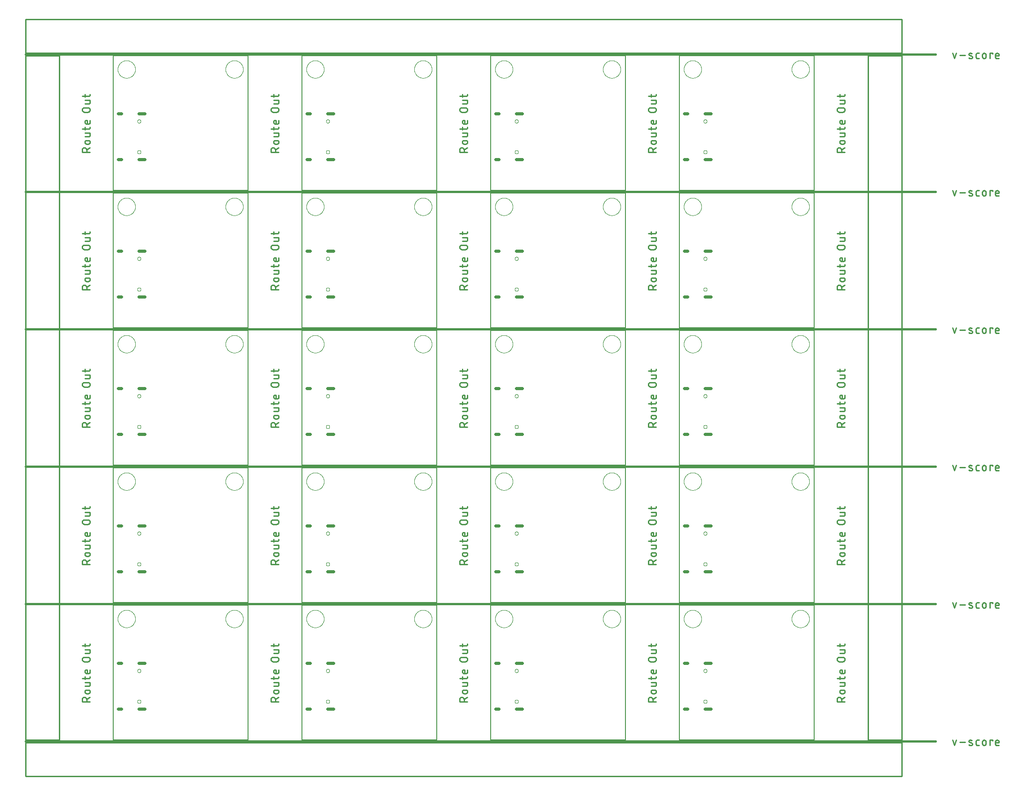
<source format=gko>
G04 EAGLE Gerber RS-274X export*
G75*
%MOMM*%
%FSLAX34Y34*%
%LPD*%
%IN*%
%IPPOS*%
%AMOC8*
5,1,8,0,0,1.08239X$1,22.5*%
G01*
%ADD10C,0.203200*%
%ADD11C,0.279400*%
%ADD12C,0.381000*%
%ADD13C,0.254000*%
%ADD14C,0.000000*%
%ADD15C,0.600000*%


D10*
X254000Y254000D02*
X254000Y0D01*
X0Y0D01*
X0Y254000D01*
X254000Y254000D01*
D11*
X-43307Y72504D02*
X-58293Y72504D01*
X-58293Y76667D01*
X-58291Y76795D01*
X-58285Y76923D01*
X-58275Y77051D01*
X-58261Y77179D01*
X-58244Y77306D01*
X-58222Y77432D01*
X-58197Y77558D01*
X-58167Y77682D01*
X-58134Y77806D01*
X-58097Y77929D01*
X-58056Y78051D01*
X-58012Y78171D01*
X-57964Y78290D01*
X-57912Y78407D01*
X-57857Y78523D01*
X-57798Y78636D01*
X-57735Y78749D01*
X-57669Y78859D01*
X-57600Y78966D01*
X-57528Y79072D01*
X-57452Y79176D01*
X-57373Y79277D01*
X-57291Y79376D01*
X-57206Y79472D01*
X-57119Y79565D01*
X-57028Y79656D01*
X-56935Y79743D01*
X-56839Y79828D01*
X-56740Y79910D01*
X-56639Y79989D01*
X-56535Y80065D01*
X-56429Y80137D01*
X-56322Y80206D01*
X-56211Y80272D01*
X-56099Y80335D01*
X-55986Y80394D01*
X-55870Y80449D01*
X-55753Y80501D01*
X-55634Y80549D01*
X-55514Y80593D01*
X-55392Y80634D01*
X-55269Y80671D01*
X-55145Y80704D01*
X-55021Y80734D01*
X-54895Y80759D01*
X-54769Y80781D01*
X-54642Y80798D01*
X-54514Y80812D01*
X-54386Y80822D01*
X-54258Y80828D01*
X-54130Y80830D01*
X-54002Y80828D01*
X-53874Y80822D01*
X-53746Y80812D01*
X-53618Y80798D01*
X-53491Y80781D01*
X-53365Y80759D01*
X-53239Y80734D01*
X-53115Y80704D01*
X-52991Y80671D01*
X-52868Y80634D01*
X-52746Y80593D01*
X-52626Y80549D01*
X-52507Y80501D01*
X-52390Y80449D01*
X-52274Y80394D01*
X-52161Y80335D01*
X-52049Y80272D01*
X-51938Y80206D01*
X-51831Y80137D01*
X-51725Y80065D01*
X-51621Y79989D01*
X-51520Y79910D01*
X-51421Y79828D01*
X-51325Y79743D01*
X-51232Y79656D01*
X-51141Y79565D01*
X-51054Y79472D01*
X-50969Y79376D01*
X-50887Y79277D01*
X-50808Y79176D01*
X-50732Y79072D01*
X-50660Y78966D01*
X-50591Y78859D01*
X-50525Y78749D01*
X-50462Y78636D01*
X-50403Y78523D01*
X-50348Y78407D01*
X-50296Y78290D01*
X-50248Y78171D01*
X-50204Y78051D01*
X-50163Y77929D01*
X-50126Y77806D01*
X-50093Y77682D01*
X-50063Y77558D01*
X-50038Y77432D01*
X-50016Y77306D01*
X-49999Y77179D01*
X-49985Y77051D01*
X-49975Y76923D01*
X-49969Y76795D01*
X-49967Y76667D01*
X-49967Y72504D01*
X-49967Y77499D02*
X-43307Y80829D01*
X-46637Y87788D02*
X-49967Y87788D01*
X-50081Y87790D01*
X-50194Y87796D01*
X-50308Y87805D01*
X-50420Y87819D01*
X-50533Y87836D01*
X-50645Y87858D01*
X-50755Y87883D01*
X-50865Y87911D01*
X-50974Y87944D01*
X-51082Y87980D01*
X-51189Y88020D01*
X-51294Y88064D01*
X-51397Y88111D01*
X-51499Y88161D01*
X-51599Y88215D01*
X-51697Y88273D01*
X-51793Y88334D01*
X-51887Y88397D01*
X-51979Y88465D01*
X-52069Y88535D01*
X-52155Y88608D01*
X-52240Y88684D01*
X-52322Y88763D01*
X-52401Y88845D01*
X-52477Y88930D01*
X-52550Y89016D01*
X-52620Y89106D01*
X-52688Y89198D01*
X-52751Y89292D01*
X-52812Y89388D01*
X-52870Y89486D01*
X-52924Y89586D01*
X-52974Y89688D01*
X-53021Y89791D01*
X-53065Y89896D01*
X-53105Y90003D01*
X-53141Y90111D01*
X-53174Y90220D01*
X-53202Y90330D01*
X-53227Y90440D01*
X-53249Y90552D01*
X-53266Y90665D01*
X-53280Y90777D01*
X-53289Y90891D01*
X-53295Y91004D01*
X-53297Y91118D01*
X-53295Y91232D01*
X-53289Y91345D01*
X-53280Y91459D01*
X-53266Y91571D01*
X-53249Y91684D01*
X-53227Y91796D01*
X-53202Y91906D01*
X-53174Y92016D01*
X-53141Y92125D01*
X-53105Y92233D01*
X-53065Y92340D01*
X-53021Y92445D01*
X-52974Y92548D01*
X-52924Y92650D01*
X-52870Y92750D01*
X-52812Y92848D01*
X-52751Y92944D01*
X-52688Y93038D01*
X-52620Y93130D01*
X-52550Y93220D01*
X-52477Y93306D01*
X-52401Y93391D01*
X-52322Y93473D01*
X-52240Y93552D01*
X-52155Y93628D01*
X-52069Y93701D01*
X-51979Y93771D01*
X-51887Y93839D01*
X-51793Y93902D01*
X-51697Y93963D01*
X-51599Y94021D01*
X-51499Y94075D01*
X-51397Y94125D01*
X-51294Y94172D01*
X-51189Y94216D01*
X-51082Y94256D01*
X-50974Y94292D01*
X-50865Y94325D01*
X-50755Y94353D01*
X-50645Y94378D01*
X-50533Y94400D01*
X-50420Y94417D01*
X-50308Y94431D01*
X-50194Y94440D01*
X-50081Y94446D01*
X-49967Y94448D01*
X-46637Y94448D01*
X-46523Y94446D01*
X-46410Y94440D01*
X-46296Y94431D01*
X-46184Y94417D01*
X-46071Y94400D01*
X-45959Y94378D01*
X-45849Y94353D01*
X-45739Y94325D01*
X-45630Y94292D01*
X-45522Y94256D01*
X-45415Y94216D01*
X-45310Y94172D01*
X-45207Y94125D01*
X-45105Y94075D01*
X-45005Y94021D01*
X-44907Y93963D01*
X-44811Y93902D01*
X-44717Y93839D01*
X-44625Y93771D01*
X-44535Y93701D01*
X-44449Y93628D01*
X-44364Y93552D01*
X-44282Y93473D01*
X-44203Y93391D01*
X-44127Y93306D01*
X-44054Y93220D01*
X-43984Y93130D01*
X-43916Y93038D01*
X-43853Y92944D01*
X-43792Y92848D01*
X-43734Y92750D01*
X-43680Y92650D01*
X-43630Y92548D01*
X-43583Y92445D01*
X-43539Y92340D01*
X-43499Y92233D01*
X-43463Y92125D01*
X-43430Y92016D01*
X-43402Y91906D01*
X-43377Y91796D01*
X-43355Y91684D01*
X-43338Y91571D01*
X-43324Y91459D01*
X-43315Y91345D01*
X-43309Y91232D01*
X-43307Y91118D01*
X-43309Y91004D01*
X-43315Y90891D01*
X-43324Y90777D01*
X-43338Y90665D01*
X-43355Y90552D01*
X-43377Y90440D01*
X-43402Y90330D01*
X-43430Y90220D01*
X-43463Y90111D01*
X-43499Y90003D01*
X-43539Y89896D01*
X-43583Y89791D01*
X-43630Y89688D01*
X-43680Y89586D01*
X-43734Y89486D01*
X-43792Y89388D01*
X-43853Y89292D01*
X-43916Y89198D01*
X-43984Y89106D01*
X-44054Y89016D01*
X-44127Y88930D01*
X-44203Y88845D01*
X-44282Y88763D01*
X-44364Y88684D01*
X-44449Y88608D01*
X-44535Y88535D01*
X-44625Y88465D01*
X-44717Y88397D01*
X-44811Y88334D01*
X-44907Y88273D01*
X-45005Y88215D01*
X-45105Y88161D01*
X-45207Y88111D01*
X-45310Y88064D01*
X-45415Y88020D01*
X-45522Y87980D01*
X-45630Y87944D01*
X-45739Y87911D01*
X-45849Y87883D01*
X-45959Y87858D01*
X-46071Y87836D01*
X-46184Y87819D01*
X-46296Y87805D01*
X-46410Y87796D01*
X-46523Y87790D01*
X-46637Y87788D01*
X-45805Y101856D02*
X-53298Y101856D01*
X-45805Y101855D02*
X-45707Y101857D01*
X-45609Y101863D01*
X-45511Y101872D01*
X-45414Y101886D01*
X-45318Y101903D01*
X-45222Y101924D01*
X-45127Y101949D01*
X-45033Y101977D01*
X-44940Y102009D01*
X-44849Y102045D01*
X-44759Y102084D01*
X-44671Y102127D01*
X-44584Y102174D01*
X-44500Y102223D01*
X-44417Y102276D01*
X-44337Y102332D01*
X-44259Y102391D01*
X-44183Y102454D01*
X-44109Y102519D01*
X-44039Y102587D01*
X-43971Y102657D01*
X-43906Y102731D01*
X-43843Y102807D01*
X-43784Y102885D01*
X-43728Y102965D01*
X-43675Y103048D01*
X-43626Y103132D01*
X-43579Y103219D01*
X-43536Y103307D01*
X-43497Y103397D01*
X-43461Y103488D01*
X-43429Y103581D01*
X-43401Y103675D01*
X-43376Y103770D01*
X-43355Y103866D01*
X-43338Y103962D01*
X-43324Y104059D01*
X-43315Y104157D01*
X-43309Y104255D01*
X-43307Y104353D01*
X-43307Y108516D01*
X-53298Y108516D01*
X-53298Y114497D02*
X-53298Y119492D01*
X-58293Y116162D02*
X-45805Y116162D01*
X-45707Y116164D01*
X-45609Y116170D01*
X-45511Y116179D01*
X-45414Y116193D01*
X-45318Y116210D01*
X-45222Y116231D01*
X-45127Y116256D01*
X-45033Y116284D01*
X-44940Y116316D01*
X-44849Y116352D01*
X-44759Y116391D01*
X-44671Y116434D01*
X-44584Y116481D01*
X-44500Y116530D01*
X-44417Y116583D01*
X-44337Y116639D01*
X-44259Y116698D01*
X-44183Y116761D01*
X-44109Y116826D01*
X-44039Y116894D01*
X-43971Y116964D01*
X-43906Y117038D01*
X-43843Y117114D01*
X-43784Y117192D01*
X-43728Y117272D01*
X-43675Y117355D01*
X-43626Y117439D01*
X-43579Y117526D01*
X-43536Y117614D01*
X-43497Y117704D01*
X-43461Y117795D01*
X-43429Y117888D01*
X-43401Y117982D01*
X-43376Y118077D01*
X-43355Y118173D01*
X-43338Y118269D01*
X-43324Y118366D01*
X-43315Y118464D01*
X-43309Y118562D01*
X-43307Y118660D01*
X-43307Y119492D01*
X-43307Y128321D02*
X-43307Y132484D01*
X-43307Y128321D02*
X-43309Y128223D01*
X-43315Y128125D01*
X-43324Y128027D01*
X-43338Y127930D01*
X-43355Y127834D01*
X-43376Y127738D01*
X-43401Y127643D01*
X-43429Y127549D01*
X-43461Y127456D01*
X-43497Y127365D01*
X-43536Y127275D01*
X-43579Y127187D01*
X-43626Y127100D01*
X-43675Y127016D01*
X-43728Y126933D01*
X-43784Y126853D01*
X-43843Y126775D01*
X-43906Y126699D01*
X-43971Y126625D01*
X-44039Y126555D01*
X-44109Y126487D01*
X-44183Y126422D01*
X-44259Y126359D01*
X-44337Y126300D01*
X-44417Y126244D01*
X-44500Y126191D01*
X-44584Y126142D01*
X-44671Y126095D01*
X-44759Y126052D01*
X-44849Y126013D01*
X-44940Y125977D01*
X-45033Y125945D01*
X-45127Y125917D01*
X-45222Y125892D01*
X-45318Y125871D01*
X-45414Y125854D01*
X-45511Y125840D01*
X-45609Y125831D01*
X-45707Y125825D01*
X-45805Y125823D01*
X-45805Y125824D02*
X-49967Y125824D01*
X-50081Y125826D01*
X-50194Y125832D01*
X-50308Y125841D01*
X-50420Y125855D01*
X-50533Y125872D01*
X-50645Y125894D01*
X-50755Y125919D01*
X-50865Y125947D01*
X-50974Y125980D01*
X-51082Y126016D01*
X-51189Y126056D01*
X-51294Y126100D01*
X-51397Y126147D01*
X-51499Y126197D01*
X-51599Y126251D01*
X-51697Y126309D01*
X-51793Y126370D01*
X-51887Y126433D01*
X-51979Y126501D01*
X-52069Y126571D01*
X-52155Y126644D01*
X-52240Y126720D01*
X-52322Y126799D01*
X-52401Y126881D01*
X-52477Y126966D01*
X-52550Y127052D01*
X-52620Y127142D01*
X-52688Y127234D01*
X-52751Y127328D01*
X-52812Y127424D01*
X-52870Y127522D01*
X-52924Y127622D01*
X-52974Y127724D01*
X-53021Y127827D01*
X-53065Y127932D01*
X-53105Y128039D01*
X-53141Y128147D01*
X-53174Y128256D01*
X-53202Y128366D01*
X-53227Y128476D01*
X-53249Y128588D01*
X-53266Y128701D01*
X-53280Y128813D01*
X-53289Y128927D01*
X-53295Y129040D01*
X-53297Y129154D01*
X-53295Y129268D01*
X-53289Y129381D01*
X-53280Y129495D01*
X-53266Y129607D01*
X-53249Y129720D01*
X-53227Y129832D01*
X-53202Y129942D01*
X-53174Y130052D01*
X-53141Y130161D01*
X-53105Y130269D01*
X-53065Y130376D01*
X-53021Y130481D01*
X-52974Y130584D01*
X-52924Y130686D01*
X-52870Y130786D01*
X-52812Y130884D01*
X-52751Y130980D01*
X-52688Y131074D01*
X-52620Y131166D01*
X-52550Y131256D01*
X-52477Y131342D01*
X-52401Y131427D01*
X-52322Y131509D01*
X-52240Y131588D01*
X-52155Y131664D01*
X-52069Y131737D01*
X-51979Y131807D01*
X-51887Y131875D01*
X-51793Y131938D01*
X-51697Y131999D01*
X-51599Y132057D01*
X-51499Y132111D01*
X-51397Y132161D01*
X-51294Y132208D01*
X-51189Y132252D01*
X-51082Y132292D01*
X-50974Y132328D01*
X-50865Y132361D01*
X-50755Y132389D01*
X-50645Y132414D01*
X-50533Y132436D01*
X-50420Y132453D01*
X-50308Y132467D01*
X-50194Y132476D01*
X-50081Y132482D01*
X-49967Y132484D01*
X-48302Y132484D01*
X-48302Y125824D01*
X-47470Y147917D02*
X-54130Y147917D01*
X-54258Y147919D01*
X-54386Y147925D01*
X-54514Y147935D01*
X-54642Y147949D01*
X-54769Y147966D01*
X-54895Y147988D01*
X-55021Y148013D01*
X-55145Y148043D01*
X-55269Y148076D01*
X-55392Y148113D01*
X-55514Y148154D01*
X-55634Y148198D01*
X-55753Y148246D01*
X-55870Y148298D01*
X-55986Y148353D01*
X-56099Y148412D01*
X-56212Y148475D01*
X-56322Y148541D01*
X-56429Y148610D01*
X-56535Y148682D01*
X-56639Y148758D01*
X-56740Y148837D01*
X-56839Y148919D01*
X-56935Y149004D01*
X-57028Y149091D01*
X-57119Y149182D01*
X-57206Y149275D01*
X-57291Y149371D01*
X-57373Y149470D01*
X-57452Y149571D01*
X-57528Y149675D01*
X-57600Y149781D01*
X-57669Y149888D01*
X-57735Y149999D01*
X-57798Y150111D01*
X-57857Y150224D01*
X-57912Y150340D01*
X-57964Y150457D01*
X-58012Y150576D01*
X-58056Y150696D01*
X-58097Y150818D01*
X-58134Y150941D01*
X-58167Y151065D01*
X-58197Y151189D01*
X-58222Y151315D01*
X-58244Y151441D01*
X-58261Y151568D01*
X-58275Y151696D01*
X-58285Y151824D01*
X-58291Y151952D01*
X-58293Y152080D01*
X-58291Y152208D01*
X-58285Y152336D01*
X-58275Y152464D01*
X-58261Y152592D01*
X-58244Y152719D01*
X-58222Y152845D01*
X-58197Y152971D01*
X-58167Y153095D01*
X-58134Y153219D01*
X-58097Y153342D01*
X-58056Y153464D01*
X-58012Y153584D01*
X-57964Y153703D01*
X-57912Y153820D01*
X-57857Y153936D01*
X-57798Y154049D01*
X-57735Y154162D01*
X-57669Y154272D01*
X-57600Y154379D01*
X-57528Y154485D01*
X-57452Y154589D01*
X-57373Y154690D01*
X-57291Y154789D01*
X-57206Y154885D01*
X-57119Y154978D01*
X-57028Y155069D01*
X-56935Y155156D01*
X-56839Y155241D01*
X-56740Y155323D01*
X-56639Y155402D01*
X-56535Y155478D01*
X-56429Y155550D01*
X-56322Y155619D01*
X-56211Y155685D01*
X-56099Y155748D01*
X-55986Y155807D01*
X-55870Y155862D01*
X-55753Y155914D01*
X-55634Y155962D01*
X-55514Y156006D01*
X-55392Y156047D01*
X-55269Y156084D01*
X-55145Y156117D01*
X-55021Y156147D01*
X-54895Y156172D01*
X-54769Y156194D01*
X-54642Y156211D01*
X-54514Y156225D01*
X-54386Y156235D01*
X-54258Y156241D01*
X-54130Y156243D01*
X-54130Y156242D02*
X-47470Y156242D01*
X-47470Y156243D02*
X-47342Y156241D01*
X-47214Y156235D01*
X-47086Y156225D01*
X-46958Y156211D01*
X-46831Y156194D01*
X-46705Y156172D01*
X-46579Y156147D01*
X-46455Y156117D01*
X-46331Y156084D01*
X-46208Y156047D01*
X-46086Y156006D01*
X-45966Y155962D01*
X-45847Y155914D01*
X-45730Y155862D01*
X-45614Y155807D01*
X-45501Y155748D01*
X-45388Y155685D01*
X-45278Y155619D01*
X-45171Y155550D01*
X-45065Y155478D01*
X-44961Y155402D01*
X-44860Y155323D01*
X-44761Y155241D01*
X-44665Y155156D01*
X-44572Y155069D01*
X-44481Y154978D01*
X-44394Y154885D01*
X-44309Y154789D01*
X-44227Y154690D01*
X-44148Y154589D01*
X-44072Y154485D01*
X-44000Y154379D01*
X-43931Y154272D01*
X-43865Y154161D01*
X-43802Y154049D01*
X-43743Y153936D01*
X-43688Y153820D01*
X-43636Y153703D01*
X-43588Y153584D01*
X-43544Y153464D01*
X-43503Y153342D01*
X-43466Y153219D01*
X-43433Y153095D01*
X-43403Y152971D01*
X-43378Y152845D01*
X-43356Y152719D01*
X-43339Y152592D01*
X-43325Y152464D01*
X-43315Y152336D01*
X-43309Y152208D01*
X-43307Y152080D01*
X-43309Y151952D01*
X-43315Y151824D01*
X-43325Y151696D01*
X-43339Y151568D01*
X-43356Y151441D01*
X-43378Y151315D01*
X-43403Y151189D01*
X-43433Y151065D01*
X-43466Y150941D01*
X-43503Y150818D01*
X-43544Y150696D01*
X-43588Y150576D01*
X-43636Y150457D01*
X-43688Y150340D01*
X-43743Y150224D01*
X-43802Y150111D01*
X-43865Y149999D01*
X-43931Y149888D01*
X-44000Y149781D01*
X-44072Y149675D01*
X-44148Y149571D01*
X-44227Y149470D01*
X-44309Y149371D01*
X-44394Y149275D01*
X-44481Y149182D01*
X-44572Y149091D01*
X-44665Y149004D01*
X-44761Y148919D01*
X-44860Y148837D01*
X-44961Y148758D01*
X-45065Y148682D01*
X-45171Y148610D01*
X-45278Y148541D01*
X-45389Y148475D01*
X-45501Y148412D01*
X-45614Y148353D01*
X-45730Y148298D01*
X-45847Y148246D01*
X-45966Y148198D01*
X-46086Y148154D01*
X-46208Y148113D01*
X-46331Y148076D01*
X-46455Y148043D01*
X-46579Y148013D01*
X-46705Y147988D01*
X-46831Y147966D01*
X-46958Y147949D01*
X-47086Y147935D01*
X-47214Y147925D01*
X-47342Y147919D01*
X-47470Y147917D01*
X-45805Y163859D02*
X-53298Y163859D01*
X-45805Y163859D02*
X-45707Y163861D01*
X-45609Y163867D01*
X-45511Y163876D01*
X-45414Y163890D01*
X-45318Y163907D01*
X-45222Y163928D01*
X-45127Y163953D01*
X-45033Y163981D01*
X-44940Y164013D01*
X-44849Y164049D01*
X-44759Y164088D01*
X-44671Y164131D01*
X-44584Y164178D01*
X-44500Y164227D01*
X-44417Y164280D01*
X-44337Y164336D01*
X-44259Y164395D01*
X-44183Y164458D01*
X-44109Y164523D01*
X-44039Y164591D01*
X-43971Y164661D01*
X-43906Y164735D01*
X-43843Y164811D01*
X-43784Y164889D01*
X-43728Y164969D01*
X-43675Y165052D01*
X-43626Y165136D01*
X-43579Y165223D01*
X-43536Y165311D01*
X-43497Y165401D01*
X-43461Y165492D01*
X-43429Y165585D01*
X-43401Y165679D01*
X-43376Y165774D01*
X-43355Y165870D01*
X-43338Y165966D01*
X-43324Y166063D01*
X-43315Y166161D01*
X-43309Y166259D01*
X-43307Y166357D01*
X-43307Y170520D01*
X-53298Y170520D01*
X-53298Y176501D02*
X-53298Y181496D01*
X-58293Y178166D02*
X-45805Y178166D01*
X-45707Y178168D01*
X-45609Y178174D01*
X-45511Y178183D01*
X-45414Y178197D01*
X-45318Y178214D01*
X-45222Y178235D01*
X-45127Y178260D01*
X-45033Y178288D01*
X-44940Y178320D01*
X-44849Y178356D01*
X-44759Y178395D01*
X-44671Y178438D01*
X-44584Y178485D01*
X-44500Y178534D01*
X-44417Y178587D01*
X-44337Y178643D01*
X-44259Y178702D01*
X-44183Y178765D01*
X-44109Y178830D01*
X-44039Y178898D01*
X-43971Y178968D01*
X-43906Y179042D01*
X-43843Y179118D01*
X-43784Y179196D01*
X-43728Y179276D01*
X-43675Y179359D01*
X-43626Y179443D01*
X-43579Y179530D01*
X-43536Y179618D01*
X-43497Y179708D01*
X-43461Y179799D01*
X-43429Y179892D01*
X-43401Y179986D01*
X-43376Y180081D01*
X-43355Y180177D01*
X-43338Y180273D01*
X-43324Y180370D01*
X-43315Y180468D01*
X-43309Y180566D01*
X-43307Y180664D01*
X-43307Y181496D01*
D10*
X609600Y254000D02*
X609600Y0D01*
X355600Y0D01*
X355600Y254000D01*
X609600Y254000D01*
D11*
X312293Y72504D02*
X297307Y72504D01*
X297307Y76667D01*
X297309Y76795D01*
X297315Y76923D01*
X297325Y77051D01*
X297339Y77179D01*
X297356Y77306D01*
X297378Y77432D01*
X297403Y77558D01*
X297433Y77682D01*
X297466Y77806D01*
X297503Y77929D01*
X297544Y78051D01*
X297588Y78171D01*
X297636Y78290D01*
X297688Y78407D01*
X297743Y78523D01*
X297802Y78636D01*
X297865Y78749D01*
X297931Y78859D01*
X298000Y78966D01*
X298072Y79072D01*
X298148Y79176D01*
X298227Y79277D01*
X298309Y79376D01*
X298394Y79472D01*
X298481Y79565D01*
X298572Y79656D01*
X298665Y79743D01*
X298761Y79828D01*
X298860Y79910D01*
X298961Y79989D01*
X299065Y80065D01*
X299171Y80137D01*
X299278Y80206D01*
X299389Y80272D01*
X299501Y80335D01*
X299614Y80394D01*
X299730Y80449D01*
X299847Y80501D01*
X299966Y80549D01*
X300086Y80593D01*
X300208Y80634D01*
X300331Y80671D01*
X300455Y80704D01*
X300579Y80734D01*
X300705Y80759D01*
X300831Y80781D01*
X300958Y80798D01*
X301086Y80812D01*
X301214Y80822D01*
X301342Y80828D01*
X301470Y80830D01*
X301598Y80828D01*
X301726Y80822D01*
X301854Y80812D01*
X301982Y80798D01*
X302109Y80781D01*
X302235Y80759D01*
X302361Y80734D01*
X302485Y80704D01*
X302609Y80671D01*
X302732Y80634D01*
X302854Y80593D01*
X302974Y80549D01*
X303093Y80501D01*
X303210Y80449D01*
X303326Y80394D01*
X303439Y80335D01*
X303552Y80272D01*
X303662Y80206D01*
X303769Y80137D01*
X303875Y80065D01*
X303979Y79989D01*
X304080Y79910D01*
X304179Y79828D01*
X304275Y79743D01*
X304368Y79656D01*
X304459Y79565D01*
X304546Y79472D01*
X304631Y79376D01*
X304713Y79277D01*
X304792Y79176D01*
X304868Y79072D01*
X304940Y78966D01*
X305009Y78859D01*
X305075Y78749D01*
X305138Y78636D01*
X305197Y78523D01*
X305252Y78407D01*
X305304Y78290D01*
X305352Y78171D01*
X305396Y78051D01*
X305437Y77929D01*
X305474Y77806D01*
X305507Y77682D01*
X305537Y77558D01*
X305562Y77432D01*
X305584Y77306D01*
X305601Y77179D01*
X305615Y77051D01*
X305625Y76923D01*
X305631Y76795D01*
X305633Y76667D01*
X305633Y72504D01*
X305633Y77499D02*
X312293Y80829D01*
X308963Y87788D02*
X305633Y87788D01*
X305519Y87790D01*
X305406Y87796D01*
X305292Y87805D01*
X305180Y87819D01*
X305067Y87836D01*
X304955Y87858D01*
X304845Y87883D01*
X304735Y87911D01*
X304626Y87944D01*
X304518Y87980D01*
X304411Y88020D01*
X304306Y88064D01*
X304203Y88111D01*
X304101Y88161D01*
X304001Y88215D01*
X303903Y88273D01*
X303807Y88334D01*
X303713Y88397D01*
X303621Y88465D01*
X303531Y88535D01*
X303445Y88608D01*
X303360Y88684D01*
X303278Y88763D01*
X303199Y88845D01*
X303123Y88930D01*
X303050Y89016D01*
X302980Y89106D01*
X302912Y89198D01*
X302849Y89292D01*
X302788Y89388D01*
X302730Y89486D01*
X302676Y89586D01*
X302626Y89688D01*
X302579Y89791D01*
X302535Y89896D01*
X302495Y90003D01*
X302459Y90111D01*
X302426Y90220D01*
X302398Y90330D01*
X302373Y90440D01*
X302351Y90552D01*
X302334Y90665D01*
X302320Y90777D01*
X302311Y90891D01*
X302305Y91004D01*
X302303Y91118D01*
X302305Y91232D01*
X302311Y91345D01*
X302320Y91459D01*
X302334Y91571D01*
X302351Y91684D01*
X302373Y91796D01*
X302398Y91906D01*
X302426Y92016D01*
X302459Y92125D01*
X302495Y92233D01*
X302535Y92340D01*
X302579Y92445D01*
X302626Y92548D01*
X302676Y92650D01*
X302730Y92750D01*
X302788Y92848D01*
X302849Y92944D01*
X302912Y93038D01*
X302980Y93130D01*
X303050Y93220D01*
X303123Y93306D01*
X303199Y93391D01*
X303278Y93473D01*
X303360Y93552D01*
X303445Y93628D01*
X303531Y93701D01*
X303621Y93771D01*
X303713Y93839D01*
X303807Y93902D01*
X303903Y93963D01*
X304001Y94021D01*
X304101Y94075D01*
X304203Y94125D01*
X304306Y94172D01*
X304411Y94216D01*
X304518Y94256D01*
X304626Y94292D01*
X304735Y94325D01*
X304845Y94353D01*
X304955Y94378D01*
X305067Y94400D01*
X305180Y94417D01*
X305292Y94431D01*
X305406Y94440D01*
X305519Y94446D01*
X305633Y94448D01*
X308963Y94448D01*
X309077Y94446D01*
X309190Y94440D01*
X309304Y94431D01*
X309416Y94417D01*
X309529Y94400D01*
X309641Y94378D01*
X309751Y94353D01*
X309861Y94325D01*
X309970Y94292D01*
X310078Y94256D01*
X310185Y94216D01*
X310290Y94172D01*
X310393Y94125D01*
X310495Y94075D01*
X310595Y94021D01*
X310693Y93963D01*
X310789Y93902D01*
X310883Y93839D01*
X310975Y93771D01*
X311065Y93701D01*
X311151Y93628D01*
X311236Y93552D01*
X311318Y93473D01*
X311397Y93391D01*
X311473Y93306D01*
X311546Y93220D01*
X311616Y93130D01*
X311684Y93038D01*
X311747Y92944D01*
X311808Y92848D01*
X311866Y92750D01*
X311920Y92650D01*
X311970Y92548D01*
X312017Y92445D01*
X312061Y92340D01*
X312101Y92233D01*
X312137Y92125D01*
X312170Y92016D01*
X312198Y91906D01*
X312223Y91796D01*
X312245Y91684D01*
X312262Y91571D01*
X312276Y91459D01*
X312285Y91345D01*
X312291Y91232D01*
X312293Y91118D01*
X312291Y91004D01*
X312285Y90891D01*
X312276Y90777D01*
X312262Y90665D01*
X312245Y90552D01*
X312223Y90440D01*
X312198Y90330D01*
X312170Y90220D01*
X312137Y90111D01*
X312101Y90003D01*
X312061Y89896D01*
X312017Y89791D01*
X311970Y89688D01*
X311920Y89586D01*
X311866Y89486D01*
X311808Y89388D01*
X311747Y89292D01*
X311684Y89198D01*
X311616Y89106D01*
X311546Y89016D01*
X311473Y88930D01*
X311397Y88845D01*
X311318Y88763D01*
X311236Y88684D01*
X311151Y88608D01*
X311065Y88535D01*
X310975Y88465D01*
X310883Y88397D01*
X310789Y88334D01*
X310693Y88273D01*
X310595Y88215D01*
X310495Y88161D01*
X310393Y88111D01*
X310290Y88064D01*
X310185Y88020D01*
X310078Y87980D01*
X309970Y87944D01*
X309861Y87911D01*
X309751Y87883D01*
X309641Y87858D01*
X309529Y87836D01*
X309416Y87819D01*
X309304Y87805D01*
X309190Y87796D01*
X309077Y87790D01*
X308963Y87788D01*
X309795Y101856D02*
X302302Y101856D01*
X309795Y101855D02*
X309893Y101857D01*
X309991Y101863D01*
X310089Y101872D01*
X310186Y101886D01*
X310282Y101903D01*
X310378Y101924D01*
X310473Y101949D01*
X310567Y101977D01*
X310660Y102009D01*
X310751Y102045D01*
X310841Y102084D01*
X310929Y102127D01*
X311016Y102174D01*
X311100Y102223D01*
X311183Y102276D01*
X311263Y102332D01*
X311342Y102391D01*
X311417Y102454D01*
X311491Y102519D01*
X311561Y102587D01*
X311629Y102657D01*
X311695Y102731D01*
X311757Y102807D01*
X311816Y102885D01*
X311872Y102965D01*
X311925Y103048D01*
X311975Y103132D01*
X312021Y103219D01*
X312064Y103307D01*
X312103Y103397D01*
X312139Y103488D01*
X312171Y103581D01*
X312199Y103675D01*
X312224Y103770D01*
X312245Y103866D01*
X312262Y103962D01*
X312276Y104059D01*
X312285Y104157D01*
X312291Y104255D01*
X312293Y104353D01*
X312293Y108516D01*
X302302Y108516D01*
X302302Y114497D02*
X302302Y119492D01*
X297307Y116162D02*
X309795Y116162D01*
X309893Y116164D01*
X309991Y116170D01*
X310089Y116179D01*
X310186Y116193D01*
X310282Y116210D01*
X310378Y116231D01*
X310473Y116256D01*
X310567Y116284D01*
X310660Y116316D01*
X310751Y116352D01*
X310841Y116391D01*
X310929Y116434D01*
X311016Y116481D01*
X311100Y116530D01*
X311183Y116583D01*
X311263Y116639D01*
X311342Y116698D01*
X311417Y116761D01*
X311491Y116826D01*
X311561Y116894D01*
X311629Y116964D01*
X311695Y117038D01*
X311757Y117114D01*
X311816Y117192D01*
X311872Y117272D01*
X311925Y117355D01*
X311975Y117439D01*
X312021Y117526D01*
X312064Y117614D01*
X312103Y117704D01*
X312139Y117795D01*
X312171Y117888D01*
X312199Y117982D01*
X312224Y118077D01*
X312245Y118173D01*
X312262Y118269D01*
X312276Y118366D01*
X312285Y118464D01*
X312291Y118562D01*
X312293Y118660D01*
X312293Y119492D01*
X312293Y128321D02*
X312293Y132484D01*
X312293Y128321D02*
X312291Y128223D01*
X312285Y128125D01*
X312276Y128027D01*
X312262Y127930D01*
X312245Y127834D01*
X312224Y127738D01*
X312199Y127643D01*
X312171Y127549D01*
X312139Y127456D01*
X312103Y127365D01*
X312064Y127275D01*
X312021Y127187D01*
X311974Y127100D01*
X311925Y127016D01*
X311872Y126933D01*
X311816Y126853D01*
X311757Y126775D01*
X311695Y126699D01*
X311629Y126625D01*
X311561Y126555D01*
X311491Y126487D01*
X311417Y126422D01*
X311342Y126359D01*
X311263Y126300D01*
X311183Y126244D01*
X311100Y126191D01*
X311016Y126142D01*
X310929Y126095D01*
X310841Y126052D01*
X310751Y126013D01*
X310660Y125977D01*
X310567Y125945D01*
X310473Y125917D01*
X310378Y125892D01*
X310282Y125871D01*
X310186Y125854D01*
X310089Y125840D01*
X309991Y125831D01*
X309893Y125825D01*
X309795Y125823D01*
X309795Y125824D02*
X305633Y125824D01*
X305519Y125826D01*
X305406Y125832D01*
X305292Y125841D01*
X305180Y125855D01*
X305067Y125872D01*
X304955Y125894D01*
X304845Y125919D01*
X304735Y125947D01*
X304626Y125980D01*
X304518Y126016D01*
X304411Y126056D01*
X304306Y126100D01*
X304203Y126147D01*
X304101Y126197D01*
X304001Y126251D01*
X303903Y126309D01*
X303807Y126370D01*
X303713Y126433D01*
X303621Y126501D01*
X303531Y126571D01*
X303445Y126644D01*
X303360Y126720D01*
X303278Y126799D01*
X303199Y126881D01*
X303123Y126966D01*
X303050Y127052D01*
X302980Y127142D01*
X302912Y127234D01*
X302849Y127328D01*
X302788Y127424D01*
X302730Y127522D01*
X302676Y127622D01*
X302626Y127724D01*
X302579Y127827D01*
X302535Y127932D01*
X302495Y128039D01*
X302459Y128147D01*
X302426Y128256D01*
X302398Y128366D01*
X302373Y128476D01*
X302351Y128588D01*
X302334Y128701D01*
X302320Y128813D01*
X302311Y128927D01*
X302305Y129040D01*
X302303Y129154D01*
X302305Y129268D01*
X302311Y129381D01*
X302320Y129495D01*
X302334Y129607D01*
X302351Y129720D01*
X302373Y129832D01*
X302398Y129942D01*
X302426Y130052D01*
X302459Y130161D01*
X302495Y130269D01*
X302535Y130376D01*
X302579Y130481D01*
X302626Y130584D01*
X302676Y130686D01*
X302730Y130786D01*
X302788Y130884D01*
X302849Y130980D01*
X302912Y131074D01*
X302980Y131166D01*
X303050Y131256D01*
X303123Y131342D01*
X303199Y131427D01*
X303278Y131509D01*
X303360Y131588D01*
X303445Y131664D01*
X303531Y131737D01*
X303621Y131807D01*
X303713Y131875D01*
X303807Y131938D01*
X303903Y131999D01*
X304001Y132057D01*
X304101Y132111D01*
X304203Y132161D01*
X304306Y132208D01*
X304411Y132252D01*
X304518Y132292D01*
X304626Y132328D01*
X304735Y132361D01*
X304845Y132389D01*
X304955Y132414D01*
X305067Y132436D01*
X305180Y132453D01*
X305292Y132467D01*
X305406Y132476D01*
X305519Y132482D01*
X305633Y132484D01*
X307298Y132484D01*
X307298Y125824D01*
X308130Y147917D02*
X301470Y147917D01*
X301342Y147919D01*
X301214Y147925D01*
X301086Y147935D01*
X300958Y147949D01*
X300831Y147966D01*
X300705Y147988D01*
X300579Y148013D01*
X300455Y148043D01*
X300331Y148076D01*
X300208Y148113D01*
X300086Y148154D01*
X299966Y148198D01*
X299847Y148246D01*
X299730Y148298D01*
X299614Y148353D01*
X299501Y148412D01*
X299389Y148475D01*
X299278Y148541D01*
X299171Y148610D01*
X299065Y148682D01*
X298961Y148758D01*
X298860Y148837D01*
X298761Y148919D01*
X298665Y149004D01*
X298572Y149091D01*
X298481Y149182D01*
X298394Y149275D01*
X298309Y149371D01*
X298227Y149470D01*
X298148Y149571D01*
X298072Y149675D01*
X298000Y149781D01*
X297931Y149888D01*
X297865Y149999D01*
X297802Y150111D01*
X297743Y150224D01*
X297688Y150340D01*
X297636Y150457D01*
X297588Y150576D01*
X297544Y150696D01*
X297503Y150818D01*
X297466Y150941D01*
X297433Y151065D01*
X297403Y151189D01*
X297378Y151315D01*
X297356Y151441D01*
X297339Y151568D01*
X297325Y151696D01*
X297315Y151824D01*
X297309Y151952D01*
X297307Y152080D01*
X297309Y152208D01*
X297315Y152336D01*
X297325Y152464D01*
X297339Y152592D01*
X297356Y152719D01*
X297378Y152845D01*
X297403Y152971D01*
X297433Y153095D01*
X297466Y153219D01*
X297503Y153342D01*
X297544Y153464D01*
X297588Y153584D01*
X297636Y153703D01*
X297688Y153820D01*
X297743Y153936D01*
X297802Y154049D01*
X297865Y154162D01*
X297931Y154272D01*
X298000Y154379D01*
X298072Y154485D01*
X298148Y154589D01*
X298227Y154690D01*
X298309Y154789D01*
X298394Y154885D01*
X298481Y154978D01*
X298572Y155069D01*
X298665Y155156D01*
X298761Y155241D01*
X298860Y155323D01*
X298961Y155402D01*
X299065Y155478D01*
X299171Y155550D01*
X299278Y155619D01*
X299389Y155685D01*
X299501Y155748D01*
X299614Y155807D01*
X299730Y155862D01*
X299847Y155914D01*
X299966Y155962D01*
X300086Y156006D01*
X300208Y156047D01*
X300331Y156084D01*
X300455Y156117D01*
X300579Y156147D01*
X300705Y156172D01*
X300831Y156194D01*
X300958Y156211D01*
X301086Y156225D01*
X301214Y156235D01*
X301342Y156241D01*
X301470Y156243D01*
X301470Y156242D02*
X308130Y156242D01*
X308130Y156243D02*
X308258Y156241D01*
X308386Y156235D01*
X308514Y156225D01*
X308642Y156211D01*
X308769Y156194D01*
X308895Y156172D01*
X309021Y156147D01*
X309145Y156117D01*
X309269Y156084D01*
X309392Y156047D01*
X309514Y156006D01*
X309634Y155962D01*
X309753Y155914D01*
X309870Y155862D01*
X309986Y155807D01*
X310099Y155748D01*
X310212Y155685D01*
X310322Y155619D01*
X310429Y155550D01*
X310535Y155478D01*
X310639Y155402D01*
X310740Y155323D01*
X310839Y155241D01*
X310935Y155156D01*
X311028Y155069D01*
X311119Y154978D01*
X311206Y154885D01*
X311291Y154789D01*
X311373Y154690D01*
X311452Y154589D01*
X311528Y154485D01*
X311600Y154379D01*
X311669Y154272D01*
X311735Y154161D01*
X311798Y154049D01*
X311857Y153936D01*
X311912Y153820D01*
X311964Y153703D01*
X312012Y153584D01*
X312056Y153464D01*
X312097Y153342D01*
X312134Y153219D01*
X312167Y153095D01*
X312197Y152971D01*
X312222Y152845D01*
X312244Y152719D01*
X312261Y152592D01*
X312275Y152464D01*
X312285Y152336D01*
X312291Y152208D01*
X312293Y152080D01*
X312291Y151952D01*
X312285Y151824D01*
X312275Y151696D01*
X312261Y151568D01*
X312244Y151441D01*
X312222Y151315D01*
X312197Y151189D01*
X312167Y151065D01*
X312134Y150941D01*
X312097Y150818D01*
X312056Y150696D01*
X312012Y150576D01*
X311964Y150457D01*
X311912Y150340D01*
X311857Y150224D01*
X311798Y150111D01*
X311735Y149999D01*
X311669Y149888D01*
X311600Y149781D01*
X311528Y149675D01*
X311452Y149571D01*
X311373Y149470D01*
X311291Y149371D01*
X311206Y149275D01*
X311119Y149182D01*
X311028Y149091D01*
X310935Y149004D01*
X310839Y148919D01*
X310740Y148837D01*
X310639Y148758D01*
X310535Y148682D01*
X310429Y148610D01*
X310322Y148541D01*
X310212Y148475D01*
X310099Y148412D01*
X309986Y148353D01*
X309870Y148298D01*
X309753Y148246D01*
X309634Y148198D01*
X309514Y148154D01*
X309392Y148113D01*
X309269Y148076D01*
X309145Y148043D01*
X309021Y148013D01*
X308895Y147988D01*
X308769Y147966D01*
X308642Y147949D01*
X308514Y147935D01*
X308386Y147925D01*
X308258Y147919D01*
X308130Y147917D01*
X309795Y163859D02*
X302302Y163859D01*
X309795Y163859D02*
X309893Y163861D01*
X309991Y163867D01*
X310089Y163876D01*
X310186Y163890D01*
X310282Y163907D01*
X310378Y163928D01*
X310473Y163953D01*
X310567Y163981D01*
X310660Y164013D01*
X310751Y164049D01*
X310841Y164088D01*
X310929Y164131D01*
X311016Y164178D01*
X311100Y164227D01*
X311183Y164280D01*
X311263Y164336D01*
X311342Y164395D01*
X311417Y164458D01*
X311491Y164523D01*
X311561Y164591D01*
X311629Y164661D01*
X311695Y164735D01*
X311757Y164811D01*
X311816Y164889D01*
X311872Y164969D01*
X311925Y165052D01*
X311975Y165136D01*
X312021Y165223D01*
X312064Y165311D01*
X312103Y165401D01*
X312139Y165492D01*
X312171Y165585D01*
X312199Y165679D01*
X312224Y165774D01*
X312245Y165870D01*
X312262Y165966D01*
X312276Y166063D01*
X312285Y166161D01*
X312291Y166259D01*
X312293Y166357D01*
X312293Y170520D01*
X302302Y170520D01*
X302302Y176501D02*
X302302Y181496D01*
X297307Y178166D02*
X309795Y178166D01*
X309795Y178165D02*
X309893Y178167D01*
X309991Y178173D01*
X310089Y178182D01*
X310186Y178196D01*
X310282Y178213D01*
X310378Y178234D01*
X310473Y178259D01*
X310567Y178287D01*
X310660Y178319D01*
X310751Y178355D01*
X310841Y178394D01*
X310929Y178437D01*
X311016Y178484D01*
X311100Y178533D01*
X311183Y178586D01*
X311263Y178642D01*
X311342Y178701D01*
X311417Y178764D01*
X311491Y178829D01*
X311561Y178897D01*
X311629Y178967D01*
X311695Y179041D01*
X311757Y179117D01*
X311816Y179195D01*
X311872Y179275D01*
X311925Y179358D01*
X311975Y179442D01*
X312021Y179529D01*
X312064Y179617D01*
X312103Y179707D01*
X312139Y179798D01*
X312171Y179891D01*
X312199Y179985D01*
X312224Y180080D01*
X312245Y180176D01*
X312262Y180272D01*
X312276Y180369D01*
X312285Y180467D01*
X312291Y180565D01*
X312293Y180663D01*
X312293Y180664D02*
X312293Y181496D01*
D10*
X965200Y254000D02*
X965200Y0D01*
X711200Y0D01*
X711200Y254000D01*
X965200Y254000D01*
D11*
X667893Y72504D02*
X652907Y72504D01*
X652907Y76667D01*
X652909Y76795D01*
X652915Y76923D01*
X652925Y77051D01*
X652939Y77179D01*
X652956Y77306D01*
X652978Y77432D01*
X653003Y77558D01*
X653033Y77682D01*
X653066Y77806D01*
X653103Y77929D01*
X653144Y78051D01*
X653188Y78171D01*
X653236Y78290D01*
X653288Y78407D01*
X653343Y78523D01*
X653402Y78636D01*
X653465Y78749D01*
X653531Y78859D01*
X653600Y78966D01*
X653672Y79072D01*
X653748Y79176D01*
X653827Y79277D01*
X653909Y79376D01*
X653994Y79472D01*
X654081Y79565D01*
X654172Y79656D01*
X654265Y79743D01*
X654361Y79828D01*
X654460Y79910D01*
X654561Y79989D01*
X654665Y80065D01*
X654771Y80137D01*
X654878Y80206D01*
X654989Y80272D01*
X655101Y80335D01*
X655214Y80394D01*
X655330Y80449D01*
X655447Y80501D01*
X655566Y80549D01*
X655686Y80593D01*
X655808Y80634D01*
X655931Y80671D01*
X656055Y80704D01*
X656179Y80734D01*
X656305Y80759D01*
X656431Y80781D01*
X656558Y80798D01*
X656686Y80812D01*
X656814Y80822D01*
X656942Y80828D01*
X657070Y80830D01*
X657198Y80828D01*
X657326Y80822D01*
X657454Y80812D01*
X657582Y80798D01*
X657709Y80781D01*
X657835Y80759D01*
X657961Y80734D01*
X658085Y80704D01*
X658209Y80671D01*
X658332Y80634D01*
X658454Y80593D01*
X658574Y80549D01*
X658693Y80501D01*
X658810Y80449D01*
X658926Y80394D01*
X659039Y80335D01*
X659152Y80272D01*
X659262Y80206D01*
X659369Y80137D01*
X659475Y80065D01*
X659579Y79989D01*
X659680Y79910D01*
X659779Y79828D01*
X659875Y79743D01*
X659968Y79656D01*
X660059Y79565D01*
X660146Y79472D01*
X660231Y79376D01*
X660313Y79277D01*
X660392Y79176D01*
X660468Y79072D01*
X660540Y78966D01*
X660609Y78859D01*
X660675Y78749D01*
X660738Y78636D01*
X660797Y78523D01*
X660852Y78407D01*
X660904Y78290D01*
X660952Y78171D01*
X660996Y78051D01*
X661037Y77929D01*
X661074Y77806D01*
X661107Y77682D01*
X661137Y77558D01*
X661162Y77432D01*
X661184Y77306D01*
X661201Y77179D01*
X661215Y77051D01*
X661225Y76923D01*
X661231Y76795D01*
X661233Y76667D01*
X661233Y72504D01*
X661233Y77499D02*
X667893Y80829D01*
X664563Y87788D02*
X661233Y87788D01*
X661119Y87790D01*
X661006Y87796D01*
X660892Y87805D01*
X660780Y87819D01*
X660667Y87836D01*
X660555Y87858D01*
X660445Y87883D01*
X660335Y87911D01*
X660226Y87944D01*
X660118Y87980D01*
X660011Y88020D01*
X659906Y88064D01*
X659803Y88111D01*
X659701Y88161D01*
X659601Y88215D01*
X659503Y88273D01*
X659407Y88334D01*
X659313Y88397D01*
X659221Y88465D01*
X659131Y88535D01*
X659045Y88608D01*
X658960Y88684D01*
X658878Y88763D01*
X658799Y88845D01*
X658723Y88930D01*
X658650Y89016D01*
X658580Y89106D01*
X658512Y89198D01*
X658449Y89292D01*
X658388Y89388D01*
X658330Y89486D01*
X658276Y89586D01*
X658226Y89688D01*
X658179Y89791D01*
X658135Y89896D01*
X658095Y90003D01*
X658059Y90111D01*
X658026Y90220D01*
X657998Y90330D01*
X657973Y90440D01*
X657951Y90552D01*
X657934Y90665D01*
X657920Y90777D01*
X657911Y90891D01*
X657905Y91004D01*
X657903Y91118D01*
X657905Y91232D01*
X657911Y91345D01*
X657920Y91459D01*
X657934Y91571D01*
X657951Y91684D01*
X657973Y91796D01*
X657998Y91906D01*
X658026Y92016D01*
X658059Y92125D01*
X658095Y92233D01*
X658135Y92340D01*
X658179Y92445D01*
X658226Y92548D01*
X658276Y92650D01*
X658330Y92750D01*
X658388Y92848D01*
X658449Y92944D01*
X658512Y93038D01*
X658580Y93130D01*
X658650Y93220D01*
X658723Y93306D01*
X658799Y93391D01*
X658878Y93473D01*
X658960Y93552D01*
X659045Y93628D01*
X659131Y93701D01*
X659221Y93771D01*
X659313Y93839D01*
X659407Y93902D01*
X659503Y93963D01*
X659601Y94021D01*
X659701Y94075D01*
X659803Y94125D01*
X659906Y94172D01*
X660011Y94216D01*
X660118Y94256D01*
X660226Y94292D01*
X660335Y94325D01*
X660445Y94353D01*
X660555Y94378D01*
X660667Y94400D01*
X660780Y94417D01*
X660892Y94431D01*
X661006Y94440D01*
X661119Y94446D01*
X661233Y94448D01*
X664563Y94448D01*
X664677Y94446D01*
X664790Y94440D01*
X664904Y94431D01*
X665016Y94417D01*
X665129Y94400D01*
X665241Y94378D01*
X665351Y94353D01*
X665461Y94325D01*
X665570Y94292D01*
X665678Y94256D01*
X665785Y94216D01*
X665890Y94172D01*
X665993Y94125D01*
X666095Y94075D01*
X666195Y94021D01*
X666293Y93963D01*
X666389Y93902D01*
X666483Y93839D01*
X666575Y93771D01*
X666665Y93701D01*
X666751Y93628D01*
X666836Y93552D01*
X666918Y93473D01*
X666997Y93391D01*
X667073Y93306D01*
X667146Y93220D01*
X667216Y93130D01*
X667284Y93038D01*
X667347Y92944D01*
X667408Y92848D01*
X667466Y92750D01*
X667520Y92650D01*
X667570Y92548D01*
X667617Y92445D01*
X667661Y92340D01*
X667701Y92233D01*
X667737Y92125D01*
X667770Y92016D01*
X667798Y91906D01*
X667823Y91796D01*
X667845Y91684D01*
X667862Y91571D01*
X667876Y91459D01*
X667885Y91345D01*
X667891Y91232D01*
X667893Y91118D01*
X667891Y91004D01*
X667885Y90891D01*
X667876Y90777D01*
X667862Y90665D01*
X667845Y90552D01*
X667823Y90440D01*
X667798Y90330D01*
X667770Y90220D01*
X667737Y90111D01*
X667701Y90003D01*
X667661Y89896D01*
X667617Y89791D01*
X667570Y89688D01*
X667520Y89586D01*
X667466Y89486D01*
X667408Y89388D01*
X667347Y89292D01*
X667284Y89198D01*
X667216Y89106D01*
X667146Y89016D01*
X667073Y88930D01*
X666997Y88845D01*
X666918Y88763D01*
X666836Y88684D01*
X666751Y88608D01*
X666665Y88535D01*
X666575Y88465D01*
X666483Y88397D01*
X666389Y88334D01*
X666293Y88273D01*
X666195Y88215D01*
X666095Y88161D01*
X665993Y88111D01*
X665890Y88064D01*
X665785Y88020D01*
X665678Y87980D01*
X665570Y87944D01*
X665461Y87911D01*
X665351Y87883D01*
X665241Y87858D01*
X665129Y87836D01*
X665016Y87819D01*
X664904Y87805D01*
X664790Y87796D01*
X664677Y87790D01*
X664563Y87788D01*
X665395Y101856D02*
X657902Y101856D01*
X665395Y101855D02*
X665493Y101857D01*
X665591Y101863D01*
X665689Y101872D01*
X665786Y101886D01*
X665882Y101903D01*
X665978Y101924D01*
X666073Y101949D01*
X666167Y101977D01*
X666260Y102009D01*
X666351Y102045D01*
X666441Y102084D01*
X666529Y102127D01*
X666616Y102174D01*
X666700Y102223D01*
X666783Y102276D01*
X666863Y102332D01*
X666942Y102391D01*
X667017Y102454D01*
X667091Y102519D01*
X667161Y102587D01*
X667229Y102657D01*
X667295Y102731D01*
X667357Y102807D01*
X667416Y102885D01*
X667472Y102965D01*
X667525Y103048D01*
X667575Y103132D01*
X667621Y103219D01*
X667664Y103307D01*
X667703Y103397D01*
X667739Y103488D01*
X667771Y103581D01*
X667799Y103675D01*
X667824Y103770D01*
X667845Y103866D01*
X667862Y103962D01*
X667876Y104059D01*
X667885Y104157D01*
X667891Y104255D01*
X667893Y104353D01*
X667893Y108516D01*
X657902Y108516D01*
X657902Y114497D02*
X657902Y119492D01*
X652907Y116162D02*
X665395Y116162D01*
X665493Y116164D01*
X665591Y116170D01*
X665689Y116179D01*
X665786Y116193D01*
X665882Y116210D01*
X665978Y116231D01*
X666073Y116256D01*
X666167Y116284D01*
X666260Y116316D01*
X666351Y116352D01*
X666441Y116391D01*
X666529Y116434D01*
X666616Y116481D01*
X666700Y116530D01*
X666783Y116583D01*
X666863Y116639D01*
X666942Y116698D01*
X667017Y116761D01*
X667091Y116826D01*
X667161Y116894D01*
X667229Y116964D01*
X667295Y117038D01*
X667357Y117114D01*
X667416Y117192D01*
X667472Y117272D01*
X667525Y117355D01*
X667575Y117439D01*
X667621Y117526D01*
X667664Y117614D01*
X667703Y117704D01*
X667739Y117795D01*
X667771Y117888D01*
X667799Y117982D01*
X667824Y118077D01*
X667845Y118173D01*
X667862Y118269D01*
X667876Y118366D01*
X667885Y118464D01*
X667891Y118562D01*
X667893Y118660D01*
X667893Y119492D01*
X667893Y128321D02*
X667893Y132484D01*
X667893Y128321D02*
X667891Y128223D01*
X667885Y128125D01*
X667876Y128027D01*
X667862Y127930D01*
X667845Y127834D01*
X667824Y127738D01*
X667799Y127643D01*
X667771Y127549D01*
X667739Y127456D01*
X667703Y127365D01*
X667664Y127275D01*
X667621Y127187D01*
X667574Y127100D01*
X667525Y127016D01*
X667472Y126933D01*
X667416Y126853D01*
X667357Y126775D01*
X667295Y126699D01*
X667229Y126625D01*
X667161Y126555D01*
X667091Y126487D01*
X667017Y126422D01*
X666942Y126359D01*
X666863Y126300D01*
X666783Y126244D01*
X666700Y126191D01*
X666616Y126142D01*
X666529Y126095D01*
X666441Y126052D01*
X666351Y126013D01*
X666260Y125977D01*
X666167Y125945D01*
X666073Y125917D01*
X665978Y125892D01*
X665882Y125871D01*
X665786Y125854D01*
X665689Y125840D01*
X665591Y125831D01*
X665493Y125825D01*
X665395Y125823D01*
X665395Y125824D02*
X661233Y125824D01*
X661119Y125826D01*
X661006Y125832D01*
X660892Y125841D01*
X660780Y125855D01*
X660667Y125872D01*
X660555Y125894D01*
X660445Y125919D01*
X660335Y125947D01*
X660226Y125980D01*
X660118Y126016D01*
X660011Y126056D01*
X659906Y126100D01*
X659803Y126147D01*
X659701Y126197D01*
X659601Y126251D01*
X659503Y126309D01*
X659407Y126370D01*
X659313Y126433D01*
X659221Y126501D01*
X659131Y126571D01*
X659045Y126644D01*
X658960Y126720D01*
X658878Y126799D01*
X658799Y126881D01*
X658723Y126966D01*
X658650Y127052D01*
X658580Y127142D01*
X658512Y127234D01*
X658449Y127328D01*
X658388Y127424D01*
X658330Y127522D01*
X658276Y127622D01*
X658226Y127724D01*
X658179Y127827D01*
X658135Y127932D01*
X658095Y128039D01*
X658059Y128147D01*
X658026Y128256D01*
X657998Y128366D01*
X657973Y128476D01*
X657951Y128588D01*
X657934Y128701D01*
X657920Y128813D01*
X657911Y128927D01*
X657905Y129040D01*
X657903Y129154D01*
X657905Y129268D01*
X657911Y129381D01*
X657920Y129495D01*
X657934Y129607D01*
X657951Y129720D01*
X657973Y129832D01*
X657998Y129942D01*
X658026Y130052D01*
X658059Y130161D01*
X658095Y130269D01*
X658135Y130376D01*
X658179Y130481D01*
X658226Y130584D01*
X658276Y130686D01*
X658330Y130786D01*
X658388Y130884D01*
X658449Y130980D01*
X658512Y131074D01*
X658580Y131166D01*
X658650Y131256D01*
X658723Y131342D01*
X658799Y131427D01*
X658878Y131509D01*
X658960Y131588D01*
X659045Y131664D01*
X659131Y131737D01*
X659221Y131807D01*
X659313Y131875D01*
X659407Y131938D01*
X659503Y131999D01*
X659601Y132057D01*
X659701Y132111D01*
X659803Y132161D01*
X659906Y132208D01*
X660011Y132252D01*
X660118Y132292D01*
X660226Y132328D01*
X660335Y132361D01*
X660445Y132389D01*
X660555Y132414D01*
X660667Y132436D01*
X660780Y132453D01*
X660892Y132467D01*
X661006Y132476D01*
X661119Y132482D01*
X661233Y132484D01*
X662898Y132484D01*
X662898Y125824D01*
X663730Y147917D02*
X657070Y147917D01*
X656942Y147919D01*
X656814Y147925D01*
X656686Y147935D01*
X656558Y147949D01*
X656431Y147966D01*
X656305Y147988D01*
X656179Y148013D01*
X656055Y148043D01*
X655931Y148076D01*
X655808Y148113D01*
X655686Y148154D01*
X655566Y148198D01*
X655447Y148246D01*
X655330Y148298D01*
X655214Y148353D01*
X655101Y148412D01*
X654989Y148475D01*
X654878Y148541D01*
X654771Y148610D01*
X654665Y148682D01*
X654561Y148758D01*
X654460Y148837D01*
X654361Y148919D01*
X654265Y149004D01*
X654172Y149091D01*
X654081Y149182D01*
X653994Y149275D01*
X653909Y149371D01*
X653827Y149470D01*
X653748Y149571D01*
X653672Y149675D01*
X653600Y149781D01*
X653531Y149888D01*
X653465Y149999D01*
X653402Y150111D01*
X653343Y150224D01*
X653288Y150340D01*
X653236Y150457D01*
X653188Y150576D01*
X653144Y150696D01*
X653103Y150818D01*
X653066Y150941D01*
X653033Y151065D01*
X653003Y151189D01*
X652978Y151315D01*
X652956Y151441D01*
X652939Y151568D01*
X652925Y151696D01*
X652915Y151824D01*
X652909Y151952D01*
X652907Y152080D01*
X652909Y152208D01*
X652915Y152336D01*
X652925Y152464D01*
X652939Y152592D01*
X652956Y152719D01*
X652978Y152845D01*
X653003Y152971D01*
X653033Y153095D01*
X653066Y153219D01*
X653103Y153342D01*
X653144Y153464D01*
X653188Y153584D01*
X653236Y153703D01*
X653288Y153820D01*
X653343Y153936D01*
X653402Y154049D01*
X653465Y154162D01*
X653531Y154272D01*
X653600Y154379D01*
X653672Y154485D01*
X653748Y154589D01*
X653827Y154690D01*
X653909Y154789D01*
X653994Y154885D01*
X654081Y154978D01*
X654172Y155069D01*
X654265Y155156D01*
X654361Y155241D01*
X654460Y155323D01*
X654561Y155402D01*
X654665Y155478D01*
X654771Y155550D01*
X654878Y155619D01*
X654989Y155685D01*
X655101Y155748D01*
X655214Y155807D01*
X655330Y155862D01*
X655447Y155914D01*
X655566Y155962D01*
X655686Y156006D01*
X655808Y156047D01*
X655931Y156084D01*
X656055Y156117D01*
X656179Y156147D01*
X656305Y156172D01*
X656431Y156194D01*
X656558Y156211D01*
X656686Y156225D01*
X656814Y156235D01*
X656942Y156241D01*
X657070Y156243D01*
X657070Y156242D02*
X663730Y156242D01*
X663730Y156243D02*
X663858Y156241D01*
X663986Y156235D01*
X664114Y156225D01*
X664242Y156211D01*
X664369Y156194D01*
X664495Y156172D01*
X664621Y156147D01*
X664745Y156117D01*
X664869Y156084D01*
X664992Y156047D01*
X665114Y156006D01*
X665234Y155962D01*
X665353Y155914D01*
X665470Y155862D01*
X665586Y155807D01*
X665699Y155748D01*
X665812Y155685D01*
X665922Y155619D01*
X666029Y155550D01*
X666135Y155478D01*
X666239Y155402D01*
X666340Y155323D01*
X666439Y155241D01*
X666535Y155156D01*
X666628Y155069D01*
X666719Y154978D01*
X666806Y154885D01*
X666891Y154789D01*
X666973Y154690D01*
X667052Y154589D01*
X667128Y154485D01*
X667200Y154379D01*
X667269Y154272D01*
X667335Y154161D01*
X667398Y154049D01*
X667457Y153936D01*
X667512Y153820D01*
X667564Y153703D01*
X667612Y153584D01*
X667656Y153464D01*
X667697Y153342D01*
X667734Y153219D01*
X667767Y153095D01*
X667797Y152971D01*
X667822Y152845D01*
X667844Y152719D01*
X667861Y152592D01*
X667875Y152464D01*
X667885Y152336D01*
X667891Y152208D01*
X667893Y152080D01*
X667891Y151952D01*
X667885Y151824D01*
X667875Y151696D01*
X667861Y151568D01*
X667844Y151441D01*
X667822Y151315D01*
X667797Y151189D01*
X667767Y151065D01*
X667734Y150941D01*
X667697Y150818D01*
X667656Y150696D01*
X667612Y150576D01*
X667564Y150457D01*
X667512Y150340D01*
X667457Y150224D01*
X667398Y150111D01*
X667335Y149999D01*
X667269Y149888D01*
X667200Y149781D01*
X667128Y149675D01*
X667052Y149571D01*
X666973Y149470D01*
X666891Y149371D01*
X666806Y149275D01*
X666719Y149182D01*
X666628Y149091D01*
X666535Y149004D01*
X666439Y148919D01*
X666340Y148837D01*
X666239Y148758D01*
X666135Y148682D01*
X666029Y148610D01*
X665922Y148541D01*
X665812Y148475D01*
X665699Y148412D01*
X665586Y148353D01*
X665470Y148298D01*
X665353Y148246D01*
X665234Y148198D01*
X665114Y148154D01*
X664992Y148113D01*
X664869Y148076D01*
X664745Y148043D01*
X664621Y148013D01*
X664495Y147988D01*
X664369Y147966D01*
X664242Y147949D01*
X664114Y147935D01*
X663986Y147925D01*
X663858Y147919D01*
X663730Y147917D01*
X665395Y163859D02*
X657902Y163859D01*
X665395Y163859D02*
X665493Y163861D01*
X665591Y163867D01*
X665689Y163876D01*
X665786Y163890D01*
X665882Y163907D01*
X665978Y163928D01*
X666073Y163953D01*
X666167Y163981D01*
X666260Y164013D01*
X666351Y164049D01*
X666441Y164088D01*
X666529Y164131D01*
X666616Y164178D01*
X666700Y164227D01*
X666783Y164280D01*
X666863Y164336D01*
X666942Y164395D01*
X667017Y164458D01*
X667091Y164523D01*
X667161Y164591D01*
X667229Y164661D01*
X667295Y164735D01*
X667357Y164811D01*
X667416Y164889D01*
X667472Y164969D01*
X667525Y165052D01*
X667575Y165136D01*
X667621Y165223D01*
X667664Y165311D01*
X667703Y165401D01*
X667739Y165492D01*
X667771Y165585D01*
X667799Y165679D01*
X667824Y165774D01*
X667845Y165870D01*
X667862Y165966D01*
X667876Y166063D01*
X667885Y166161D01*
X667891Y166259D01*
X667893Y166357D01*
X667893Y170520D01*
X657902Y170520D01*
X657902Y176501D02*
X657902Y181496D01*
X652907Y178166D02*
X665395Y178166D01*
X665395Y178165D02*
X665493Y178167D01*
X665591Y178173D01*
X665689Y178182D01*
X665786Y178196D01*
X665882Y178213D01*
X665978Y178234D01*
X666073Y178259D01*
X666167Y178287D01*
X666260Y178319D01*
X666351Y178355D01*
X666441Y178394D01*
X666529Y178437D01*
X666616Y178484D01*
X666700Y178533D01*
X666783Y178586D01*
X666863Y178642D01*
X666942Y178701D01*
X667017Y178764D01*
X667091Y178829D01*
X667161Y178897D01*
X667229Y178967D01*
X667295Y179041D01*
X667357Y179117D01*
X667416Y179195D01*
X667472Y179275D01*
X667525Y179358D01*
X667575Y179442D01*
X667621Y179529D01*
X667664Y179617D01*
X667703Y179707D01*
X667739Y179798D01*
X667771Y179891D01*
X667799Y179985D01*
X667824Y180080D01*
X667845Y180176D01*
X667862Y180272D01*
X667876Y180369D01*
X667885Y180467D01*
X667891Y180565D01*
X667893Y180663D01*
X667893Y180664D02*
X667893Y181496D01*
D10*
X1320800Y254000D02*
X1320800Y0D01*
X1066800Y0D01*
X1066800Y254000D01*
X1320800Y254000D01*
D11*
X1023493Y72504D02*
X1008507Y72504D01*
X1008507Y76667D01*
X1008509Y76795D01*
X1008515Y76923D01*
X1008525Y77051D01*
X1008539Y77179D01*
X1008556Y77306D01*
X1008578Y77432D01*
X1008603Y77558D01*
X1008633Y77682D01*
X1008666Y77806D01*
X1008703Y77929D01*
X1008744Y78051D01*
X1008788Y78171D01*
X1008836Y78290D01*
X1008888Y78407D01*
X1008943Y78523D01*
X1009002Y78636D01*
X1009065Y78749D01*
X1009131Y78859D01*
X1009200Y78966D01*
X1009272Y79072D01*
X1009348Y79176D01*
X1009427Y79277D01*
X1009509Y79376D01*
X1009594Y79472D01*
X1009681Y79565D01*
X1009772Y79656D01*
X1009865Y79743D01*
X1009961Y79828D01*
X1010060Y79910D01*
X1010161Y79989D01*
X1010265Y80065D01*
X1010371Y80137D01*
X1010478Y80206D01*
X1010589Y80272D01*
X1010701Y80335D01*
X1010814Y80394D01*
X1010930Y80449D01*
X1011047Y80501D01*
X1011166Y80549D01*
X1011286Y80593D01*
X1011408Y80634D01*
X1011531Y80671D01*
X1011655Y80704D01*
X1011779Y80734D01*
X1011905Y80759D01*
X1012031Y80781D01*
X1012158Y80798D01*
X1012286Y80812D01*
X1012414Y80822D01*
X1012542Y80828D01*
X1012670Y80830D01*
X1012798Y80828D01*
X1012926Y80822D01*
X1013054Y80812D01*
X1013182Y80798D01*
X1013309Y80781D01*
X1013435Y80759D01*
X1013561Y80734D01*
X1013685Y80704D01*
X1013809Y80671D01*
X1013932Y80634D01*
X1014054Y80593D01*
X1014174Y80549D01*
X1014293Y80501D01*
X1014410Y80449D01*
X1014526Y80394D01*
X1014639Y80335D01*
X1014752Y80272D01*
X1014862Y80206D01*
X1014969Y80137D01*
X1015075Y80065D01*
X1015179Y79989D01*
X1015280Y79910D01*
X1015379Y79828D01*
X1015475Y79743D01*
X1015568Y79656D01*
X1015659Y79565D01*
X1015746Y79472D01*
X1015831Y79376D01*
X1015913Y79277D01*
X1015992Y79176D01*
X1016068Y79072D01*
X1016140Y78966D01*
X1016209Y78859D01*
X1016275Y78749D01*
X1016338Y78636D01*
X1016397Y78523D01*
X1016452Y78407D01*
X1016504Y78290D01*
X1016552Y78171D01*
X1016596Y78051D01*
X1016637Y77929D01*
X1016674Y77806D01*
X1016707Y77682D01*
X1016737Y77558D01*
X1016762Y77432D01*
X1016784Y77306D01*
X1016801Y77179D01*
X1016815Y77051D01*
X1016825Y76923D01*
X1016831Y76795D01*
X1016833Y76667D01*
X1016833Y72504D01*
X1016833Y77499D02*
X1023493Y80829D01*
X1020163Y87788D02*
X1016833Y87788D01*
X1016719Y87790D01*
X1016606Y87796D01*
X1016492Y87805D01*
X1016380Y87819D01*
X1016267Y87836D01*
X1016155Y87858D01*
X1016045Y87883D01*
X1015935Y87911D01*
X1015826Y87944D01*
X1015718Y87980D01*
X1015611Y88020D01*
X1015506Y88064D01*
X1015403Y88111D01*
X1015301Y88161D01*
X1015201Y88215D01*
X1015103Y88273D01*
X1015007Y88334D01*
X1014913Y88397D01*
X1014821Y88465D01*
X1014731Y88535D01*
X1014645Y88608D01*
X1014560Y88684D01*
X1014478Y88763D01*
X1014399Y88845D01*
X1014323Y88930D01*
X1014250Y89016D01*
X1014180Y89106D01*
X1014112Y89198D01*
X1014049Y89292D01*
X1013988Y89388D01*
X1013930Y89486D01*
X1013876Y89586D01*
X1013826Y89688D01*
X1013779Y89791D01*
X1013735Y89896D01*
X1013695Y90003D01*
X1013659Y90111D01*
X1013626Y90220D01*
X1013598Y90330D01*
X1013573Y90440D01*
X1013551Y90552D01*
X1013534Y90665D01*
X1013520Y90777D01*
X1013511Y90891D01*
X1013505Y91004D01*
X1013503Y91118D01*
X1013505Y91232D01*
X1013511Y91345D01*
X1013520Y91459D01*
X1013534Y91571D01*
X1013551Y91684D01*
X1013573Y91796D01*
X1013598Y91906D01*
X1013626Y92016D01*
X1013659Y92125D01*
X1013695Y92233D01*
X1013735Y92340D01*
X1013779Y92445D01*
X1013826Y92548D01*
X1013876Y92650D01*
X1013930Y92750D01*
X1013988Y92848D01*
X1014049Y92944D01*
X1014112Y93038D01*
X1014180Y93130D01*
X1014250Y93220D01*
X1014323Y93306D01*
X1014399Y93391D01*
X1014478Y93473D01*
X1014560Y93552D01*
X1014645Y93628D01*
X1014731Y93701D01*
X1014821Y93771D01*
X1014913Y93839D01*
X1015007Y93902D01*
X1015103Y93963D01*
X1015201Y94021D01*
X1015301Y94075D01*
X1015403Y94125D01*
X1015506Y94172D01*
X1015611Y94216D01*
X1015718Y94256D01*
X1015826Y94292D01*
X1015935Y94325D01*
X1016045Y94353D01*
X1016155Y94378D01*
X1016267Y94400D01*
X1016380Y94417D01*
X1016492Y94431D01*
X1016606Y94440D01*
X1016719Y94446D01*
X1016833Y94448D01*
X1020163Y94448D01*
X1020277Y94446D01*
X1020390Y94440D01*
X1020504Y94431D01*
X1020616Y94417D01*
X1020729Y94400D01*
X1020841Y94378D01*
X1020951Y94353D01*
X1021061Y94325D01*
X1021170Y94292D01*
X1021278Y94256D01*
X1021385Y94216D01*
X1021490Y94172D01*
X1021593Y94125D01*
X1021695Y94075D01*
X1021795Y94021D01*
X1021893Y93963D01*
X1021989Y93902D01*
X1022083Y93839D01*
X1022175Y93771D01*
X1022265Y93701D01*
X1022351Y93628D01*
X1022436Y93552D01*
X1022518Y93473D01*
X1022597Y93391D01*
X1022673Y93306D01*
X1022746Y93220D01*
X1022816Y93130D01*
X1022884Y93038D01*
X1022947Y92944D01*
X1023008Y92848D01*
X1023066Y92750D01*
X1023120Y92650D01*
X1023170Y92548D01*
X1023217Y92445D01*
X1023261Y92340D01*
X1023301Y92233D01*
X1023337Y92125D01*
X1023370Y92016D01*
X1023398Y91906D01*
X1023423Y91796D01*
X1023445Y91684D01*
X1023462Y91571D01*
X1023476Y91459D01*
X1023485Y91345D01*
X1023491Y91232D01*
X1023493Y91118D01*
X1023491Y91004D01*
X1023485Y90891D01*
X1023476Y90777D01*
X1023462Y90665D01*
X1023445Y90552D01*
X1023423Y90440D01*
X1023398Y90330D01*
X1023370Y90220D01*
X1023337Y90111D01*
X1023301Y90003D01*
X1023261Y89896D01*
X1023217Y89791D01*
X1023170Y89688D01*
X1023120Y89586D01*
X1023066Y89486D01*
X1023008Y89388D01*
X1022947Y89292D01*
X1022884Y89198D01*
X1022816Y89106D01*
X1022746Y89016D01*
X1022673Y88930D01*
X1022597Y88845D01*
X1022518Y88763D01*
X1022436Y88684D01*
X1022351Y88608D01*
X1022265Y88535D01*
X1022175Y88465D01*
X1022083Y88397D01*
X1021989Y88334D01*
X1021893Y88273D01*
X1021795Y88215D01*
X1021695Y88161D01*
X1021593Y88111D01*
X1021490Y88064D01*
X1021385Y88020D01*
X1021278Y87980D01*
X1021170Y87944D01*
X1021061Y87911D01*
X1020951Y87883D01*
X1020841Y87858D01*
X1020729Y87836D01*
X1020616Y87819D01*
X1020504Y87805D01*
X1020390Y87796D01*
X1020277Y87790D01*
X1020163Y87788D01*
X1020995Y101856D02*
X1013502Y101856D01*
X1020995Y101855D02*
X1021093Y101857D01*
X1021191Y101863D01*
X1021289Y101872D01*
X1021386Y101886D01*
X1021482Y101903D01*
X1021578Y101924D01*
X1021673Y101949D01*
X1021767Y101977D01*
X1021860Y102009D01*
X1021951Y102045D01*
X1022041Y102084D01*
X1022129Y102127D01*
X1022216Y102174D01*
X1022300Y102223D01*
X1022383Y102276D01*
X1022463Y102332D01*
X1022542Y102391D01*
X1022617Y102454D01*
X1022691Y102519D01*
X1022761Y102587D01*
X1022829Y102657D01*
X1022895Y102731D01*
X1022957Y102807D01*
X1023016Y102885D01*
X1023072Y102965D01*
X1023125Y103048D01*
X1023175Y103132D01*
X1023221Y103219D01*
X1023264Y103307D01*
X1023303Y103397D01*
X1023339Y103488D01*
X1023371Y103581D01*
X1023399Y103675D01*
X1023424Y103770D01*
X1023445Y103866D01*
X1023462Y103962D01*
X1023476Y104059D01*
X1023485Y104157D01*
X1023491Y104255D01*
X1023493Y104353D01*
X1023493Y108516D01*
X1013502Y108516D01*
X1013502Y114497D02*
X1013502Y119492D01*
X1008507Y116162D02*
X1020995Y116162D01*
X1021093Y116164D01*
X1021191Y116170D01*
X1021289Y116179D01*
X1021386Y116193D01*
X1021482Y116210D01*
X1021578Y116231D01*
X1021673Y116256D01*
X1021767Y116284D01*
X1021860Y116316D01*
X1021951Y116352D01*
X1022041Y116391D01*
X1022129Y116434D01*
X1022216Y116481D01*
X1022300Y116530D01*
X1022383Y116583D01*
X1022463Y116639D01*
X1022542Y116698D01*
X1022617Y116761D01*
X1022691Y116826D01*
X1022761Y116894D01*
X1022829Y116964D01*
X1022895Y117038D01*
X1022957Y117114D01*
X1023016Y117192D01*
X1023072Y117272D01*
X1023125Y117355D01*
X1023175Y117439D01*
X1023221Y117526D01*
X1023264Y117614D01*
X1023303Y117704D01*
X1023339Y117795D01*
X1023371Y117888D01*
X1023399Y117982D01*
X1023424Y118077D01*
X1023445Y118173D01*
X1023462Y118269D01*
X1023476Y118366D01*
X1023485Y118464D01*
X1023491Y118562D01*
X1023493Y118660D01*
X1023493Y119492D01*
X1023493Y128321D02*
X1023493Y132484D01*
X1023493Y128321D02*
X1023491Y128223D01*
X1023485Y128125D01*
X1023476Y128027D01*
X1023462Y127930D01*
X1023445Y127834D01*
X1023424Y127738D01*
X1023399Y127643D01*
X1023371Y127549D01*
X1023339Y127456D01*
X1023303Y127365D01*
X1023264Y127275D01*
X1023221Y127187D01*
X1023174Y127100D01*
X1023125Y127016D01*
X1023072Y126933D01*
X1023016Y126853D01*
X1022957Y126775D01*
X1022895Y126699D01*
X1022829Y126625D01*
X1022761Y126555D01*
X1022691Y126487D01*
X1022617Y126422D01*
X1022542Y126359D01*
X1022463Y126300D01*
X1022383Y126244D01*
X1022300Y126191D01*
X1022216Y126142D01*
X1022129Y126095D01*
X1022041Y126052D01*
X1021951Y126013D01*
X1021860Y125977D01*
X1021767Y125945D01*
X1021673Y125917D01*
X1021578Y125892D01*
X1021482Y125871D01*
X1021386Y125854D01*
X1021289Y125840D01*
X1021191Y125831D01*
X1021093Y125825D01*
X1020995Y125823D01*
X1020995Y125824D02*
X1016833Y125824D01*
X1016719Y125826D01*
X1016606Y125832D01*
X1016492Y125841D01*
X1016380Y125855D01*
X1016267Y125872D01*
X1016155Y125894D01*
X1016045Y125919D01*
X1015935Y125947D01*
X1015826Y125980D01*
X1015718Y126016D01*
X1015611Y126056D01*
X1015506Y126100D01*
X1015403Y126147D01*
X1015301Y126197D01*
X1015201Y126251D01*
X1015103Y126309D01*
X1015007Y126370D01*
X1014913Y126433D01*
X1014821Y126501D01*
X1014731Y126571D01*
X1014645Y126644D01*
X1014560Y126720D01*
X1014478Y126799D01*
X1014399Y126881D01*
X1014323Y126966D01*
X1014250Y127052D01*
X1014180Y127142D01*
X1014112Y127234D01*
X1014049Y127328D01*
X1013988Y127424D01*
X1013930Y127522D01*
X1013876Y127622D01*
X1013826Y127724D01*
X1013779Y127827D01*
X1013735Y127932D01*
X1013695Y128039D01*
X1013659Y128147D01*
X1013626Y128256D01*
X1013598Y128366D01*
X1013573Y128476D01*
X1013551Y128588D01*
X1013534Y128701D01*
X1013520Y128813D01*
X1013511Y128927D01*
X1013505Y129040D01*
X1013503Y129154D01*
X1013505Y129268D01*
X1013511Y129381D01*
X1013520Y129495D01*
X1013534Y129607D01*
X1013551Y129720D01*
X1013573Y129832D01*
X1013598Y129942D01*
X1013626Y130052D01*
X1013659Y130161D01*
X1013695Y130269D01*
X1013735Y130376D01*
X1013779Y130481D01*
X1013826Y130584D01*
X1013876Y130686D01*
X1013930Y130786D01*
X1013988Y130884D01*
X1014049Y130980D01*
X1014112Y131074D01*
X1014180Y131166D01*
X1014250Y131256D01*
X1014323Y131342D01*
X1014399Y131427D01*
X1014478Y131509D01*
X1014560Y131588D01*
X1014645Y131664D01*
X1014731Y131737D01*
X1014821Y131807D01*
X1014913Y131875D01*
X1015007Y131938D01*
X1015103Y131999D01*
X1015201Y132057D01*
X1015301Y132111D01*
X1015403Y132161D01*
X1015506Y132208D01*
X1015611Y132252D01*
X1015718Y132292D01*
X1015826Y132328D01*
X1015935Y132361D01*
X1016045Y132389D01*
X1016155Y132414D01*
X1016267Y132436D01*
X1016380Y132453D01*
X1016492Y132467D01*
X1016606Y132476D01*
X1016719Y132482D01*
X1016833Y132484D01*
X1018498Y132484D01*
X1018498Y125824D01*
X1019330Y147917D02*
X1012670Y147917D01*
X1012542Y147919D01*
X1012414Y147925D01*
X1012286Y147935D01*
X1012158Y147949D01*
X1012031Y147966D01*
X1011905Y147988D01*
X1011779Y148013D01*
X1011655Y148043D01*
X1011531Y148076D01*
X1011408Y148113D01*
X1011286Y148154D01*
X1011166Y148198D01*
X1011047Y148246D01*
X1010930Y148298D01*
X1010814Y148353D01*
X1010701Y148412D01*
X1010589Y148475D01*
X1010478Y148541D01*
X1010371Y148610D01*
X1010265Y148682D01*
X1010161Y148758D01*
X1010060Y148837D01*
X1009961Y148919D01*
X1009865Y149004D01*
X1009772Y149091D01*
X1009681Y149182D01*
X1009594Y149275D01*
X1009509Y149371D01*
X1009427Y149470D01*
X1009348Y149571D01*
X1009272Y149675D01*
X1009200Y149781D01*
X1009131Y149888D01*
X1009065Y149999D01*
X1009002Y150111D01*
X1008943Y150224D01*
X1008888Y150340D01*
X1008836Y150457D01*
X1008788Y150576D01*
X1008744Y150696D01*
X1008703Y150818D01*
X1008666Y150941D01*
X1008633Y151065D01*
X1008603Y151189D01*
X1008578Y151315D01*
X1008556Y151441D01*
X1008539Y151568D01*
X1008525Y151696D01*
X1008515Y151824D01*
X1008509Y151952D01*
X1008507Y152080D01*
X1008509Y152208D01*
X1008515Y152336D01*
X1008525Y152464D01*
X1008539Y152592D01*
X1008556Y152719D01*
X1008578Y152845D01*
X1008603Y152971D01*
X1008633Y153095D01*
X1008666Y153219D01*
X1008703Y153342D01*
X1008744Y153464D01*
X1008788Y153584D01*
X1008836Y153703D01*
X1008888Y153820D01*
X1008943Y153936D01*
X1009002Y154049D01*
X1009065Y154162D01*
X1009131Y154272D01*
X1009200Y154379D01*
X1009272Y154485D01*
X1009348Y154589D01*
X1009427Y154690D01*
X1009509Y154789D01*
X1009594Y154885D01*
X1009681Y154978D01*
X1009772Y155069D01*
X1009865Y155156D01*
X1009961Y155241D01*
X1010060Y155323D01*
X1010161Y155402D01*
X1010265Y155478D01*
X1010371Y155550D01*
X1010478Y155619D01*
X1010589Y155685D01*
X1010701Y155748D01*
X1010814Y155807D01*
X1010930Y155862D01*
X1011047Y155914D01*
X1011166Y155962D01*
X1011286Y156006D01*
X1011408Y156047D01*
X1011531Y156084D01*
X1011655Y156117D01*
X1011779Y156147D01*
X1011905Y156172D01*
X1012031Y156194D01*
X1012158Y156211D01*
X1012286Y156225D01*
X1012414Y156235D01*
X1012542Y156241D01*
X1012670Y156243D01*
X1012670Y156242D02*
X1019330Y156242D01*
X1019330Y156243D02*
X1019458Y156241D01*
X1019586Y156235D01*
X1019714Y156225D01*
X1019842Y156211D01*
X1019969Y156194D01*
X1020095Y156172D01*
X1020221Y156147D01*
X1020345Y156117D01*
X1020469Y156084D01*
X1020592Y156047D01*
X1020714Y156006D01*
X1020834Y155962D01*
X1020953Y155914D01*
X1021070Y155862D01*
X1021186Y155807D01*
X1021299Y155748D01*
X1021412Y155685D01*
X1021522Y155619D01*
X1021629Y155550D01*
X1021735Y155478D01*
X1021839Y155402D01*
X1021940Y155323D01*
X1022039Y155241D01*
X1022135Y155156D01*
X1022228Y155069D01*
X1022319Y154978D01*
X1022406Y154885D01*
X1022491Y154789D01*
X1022573Y154690D01*
X1022652Y154589D01*
X1022728Y154485D01*
X1022800Y154379D01*
X1022869Y154272D01*
X1022935Y154161D01*
X1022998Y154049D01*
X1023057Y153936D01*
X1023112Y153820D01*
X1023164Y153703D01*
X1023212Y153584D01*
X1023256Y153464D01*
X1023297Y153342D01*
X1023334Y153219D01*
X1023367Y153095D01*
X1023397Y152971D01*
X1023422Y152845D01*
X1023444Y152719D01*
X1023461Y152592D01*
X1023475Y152464D01*
X1023485Y152336D01*
X1023491Y152208D01*
X1023493Y152080D01*
X1023491Y151952D01*
X1023485Y151824D01*
X1023475Y151696D01*
X1023461Y151568D01*
X1023444Y151441D01*
X1023422Y151315D01*
X1023397Y151189D01*
X1023367Y151065D01*
X1023334Y150941D01*
X1023297Y150818D01*
X1023256Y150696D01*
X1023212Y150576D01*
X1023164Y150457D01*
X1023112Y150340D01*
X1023057Y150224D01*
X1022998Y150111D01*
X1022935Y149999D01*
X1022869Y149888D01*
X1022800Y149781D01*
X1022728Y149675D01*
X1022652Y149571D01*
X1022573Y149470D01*
X1022491Y149371D01*
X1022406Y149275D01*
X1022319Y149182D01*
X1022228Y149091D01*
X1022135Y149004D01*
X1022039Y148919D01*
X1021940Y148837D01*
X1021839Y148758D01*
X1021735Y148682D01*
X1021629Y148610D01*
X1021522Y148541D01*
X1021412Y148475D01*
X1021299Y148412D01*
X1021186Y148353D01*
X1021070Y148298D01*
X1020953Y148246D01*
X1020834Y148198D01*
X1020714Y148154D01*
X1020592Y148113D01*
X1020469Y148076D01*
X1020345Y148043D01*
X1020221Y148013D01*
X1020095Y147988D01*
X1019969Y147966D01*
X1019842Y147949D01*
X1019714Y147935D01*
X1019586Y147925D01*
X1019458Y147919D01*
X1019330Y147917D01*
X1020995Y163859D02*
X1013502Y163859D01*
X1020995Y163859D02*
X1021093Y163861D01*
X1021191Y163867D01*
X1021289Y163876D01*
X1021386Y163890D01*
X1021482Y163907D01*
X1021578Y163928D01*
X1021673Y163953D01*
X1021767Y163981D01*
X1021860Y164013D01*
X1021951Y164049D01*
X1022041Y164088D01*
X1022129Y164131D01*
X1022216Y164178D01*
X1022300Y164227D01*
X1022383Y164280D01*
X1022463Y164336D01*
X1022542Y164395D01*
X1022617Y164458D01*
X1022691Y164523D01*
X1022761Y164591D01*
X1022829Y164661D01*
X1022895Y164735D01*
X1022957Y164811D01*
X1023016Y164889D01*
X1023072Y164969D01*
X1023125Y165052D01*
X1023175Y165136D01*
X1023221Y165223D01*
X1023264Y165311D01*
X1023303Y165401D01*
X1023339Y165492D01*
X1023371Y165585D01*
X1023399Y165679D01*
X1023424Y165774D01*
X1023445Y165870D01*
X1023462Y165966D01*
X1023476Y166063D01*
X1023485Y166161D01*
X1023491Y166259D01*
X1023493Y166357D01*
X1023493Y170520D01*
X1013502Y170520D01*
X1013502Y176501D02*
X1013502Y181496D01*
X1008507Y178166D02*
X1020995Y178166D01*
X1020995Y178165D02*
X1021093Y178167D01*
X1021191Y178173D01*
X1021289Y178182D01*
X1021386Y178196D01*
X1021482Y178213D01*
X1021578Y178234D01*
X1021673Y178259D01*
X1021767Y178287D01*
X1021860Y178319D01*
X1021951Y178355D01*
X1022041Y178394D01*
X1022129Y178437D01*
X1022216Y178484D01*
X1022300Y178533D01*
X1022383Y178586D01*
X1022463Y178642D01*
X1022542Y178701D01*
X1022617Y178764D01*
X1022691Y178829D01*
X1022761Y178897D01*
X1022829Y178967D01*
X1022895Y179041D01*
X1022957Y179117D01*
X1023016Y179195D01*
X1023072Y179275D01*
X1023125Y179358D01*
X1023175Y179442D01*
X1023221Y179529D01*
X1023264Y179617D01*
X1023303Y179707D01*
X1023339Y179798D01*
X1023371Y179891D01*
X1023399Y179985D01*
X1023424Y180080D01*
X1023445Y180176D01*
X1023462Y180272D01*
X1023476Y180369D01*
X1023485Y180467D01*
X1023491Y180565D01*
X1023493Y180663D01*
X1023493Y180664D02*
X1023493Y181496D01*
X1364107Y72504D02*
X1379093Y72504D01*
X1364107Y72504D02*
X1364107Y76667D01*
X1364109Y76795D01*
X1364115Y76923D01*
X1364125Y77051D01*
X1364139Y77179D01*
X1364156Y77306D01*
X1364178Y77432D01*
X1364203Y77558D01*
X1364233Y77682D01*
X1364266Y77806D01*
X1364303Y77929D01*
X1364344Y78051D01*
X1364388Y78171D01*
X1364436Y78290D01*
X1364488Y78407D01*
X1364543Y78523D01*
X1364602Y78636D01*
X1364665Y78749D01*
X1364731Y78859D01*
X1364800Y78966D01*
X1364872Y79072D01*
X1364948Y79176D01*
X1365027Y79277D01*
X1365109Y79376D01*
X1365194Y79472D01*
X1365281Y79565D01*
X1365372Y79656D01*
X1365465Y79743D01*
X1365561Y79828D01*
X1365660Y79910D01*
X1365761Y79989D01*
X1365865Y80065D01*
X1365971Y80137D01*
X1366078Y80206D01*
X1366189Y80272D01*
X1366301Y80335D01*
X1366414Y80394D01*
X1366530Y80449D01*
X1366647Y80501D01*
X1366766Y80549D01*
X1366886Y80593D01*
X1367008Y80634D01*
X1367131Y80671D01*
X1367255Y80704D01*
X1367379Y80734D01*
X1367505Y80759D01*
X1367631Y80781D01*
X1367758Y80798D01*
X1367886Y80812D01*
X1368014Y80822D01*
X1368142Y80828D01*
X1368270Y80830D01*
X1368398Y80828D01*
X1368526Y80822D01*
X1368654Y80812D01*
X1368782Y80798D01*
X1368909Y80781D01*
X1369035Y80759D01*
X1369161Y80734D01*
X1369285Y80704D01*
X1369409Y80671D01*
X1369532Y80634D01*
X1369654Y80593D01*
X1369774Y80549D01*
X1369893Y80501D01*
X1370010Y80449D01*
X1370126Y80394D01*
X1370239Y80335D01*
X1370352Y80272D01*
X1370462Y80206D01*
X1370569Y80137D01*
X1370675Y80065D01*
X1370779Y79989D01*
X1370880Y79910D01*
X1370979Y79828D01*
X1371075Y79743D01*
X1371168Y79656D01*
X1371259Y79565D01*
X1371346Y79472D01*
X1371431Y79376D01*
X1371513Y79277D01*
X1371592Y79176D01*
X1371668Y79072D01*
X1371740Y78966D01*
X1371809Y78859D01*
X1371875Y78749D01*
X1371938Y78636D01*
X1371997Y78523D01*
X1372052Y78407D01*
X1372104Y78290D01*
X1372152Y78171D01*
X1372196Y78051D01*
X1372237Y77929D01*
X1372274Y77806D01*
X1372307Y77682D01*
X1372337Y77558D01*
X1372362Y77432D01*
X1372384Y77306D01*
X1372401Y77179D01*
X1372415Y77051D01*
X1372425Y76923D01*
X1372431Y76795D01*
X1372433Y76667D01*
X1372433Y72504D01*
X1372433Y77499D02*
X1379093Y80829D01*
X1375763Y87788D02*
X1372433Y87788D01*
X1372319Y87790D01*
X1372206Y87796D01*
X1372092Y87805D01*
X1371980Y87819D01*
X1371867Y87836D01*
X1371755Y87858D01*
X1371645Y87883D01*
X1371535Y87911D01*
X1371426Y87944D01*
X1371318Y87980D01*
X1371211Y88020D01*
X1371106Y88064D01*
X1371003Y88111D01*
X1370901Y88161D01*
X1370801Y88215D01*
X1370703Y88273D01*
X1370607Y88334D01*
X1370513Y88397D01*
X1370421Y88465D01*
X1370331Y88535D01*
X1370245Y88608D01*
X1370160Y88684D01*
X1370078Y88763D01*
X1369999Y88845D01*
X1369923Y88930D01*
X1369850Y89016D01*
X1369780Y89106D01*
X1369712Y89198D01*
X1369649Y89292D01*
X1369588Y89388D01*
X1369530Y89486D01*
X1369476Y89586D01*
X1369426Y89688D01*
X1369379Y89791D01*
X1369335Y89896D01*
X1369295Y90003D01*
X1369259Y90111D01*
X1369226Y90220D01*
X1369198Y90330D01*
X1369173Y90440D01*
X1369151Y90552D01*
X1369134Y90665D01*
X1369120Y90777D01*
X1369111Y90891D01*
X1369105Y91004D01*
X1369103Y91118D01*
X1369105Y91232D01*
X1369111Y91345D01*
X1369120Y91459D01*
X1369134Y91571D01*
X1369151Y91684D01*
X1369173Y91796D01*
X1369198Y91906D01*
X1369226Y92016D01*
X1369259Y92125D01*
X1369295Y92233D01*
X1369335Y92340D01*
X1369379Y92445D01*
X1369426Y92548D01*
X1369476Y92650D01*
X1369530Y92750D01*
X1369588Y92848D01*
X1369649Y92944D01*
X1369712Y93038D01*
X1369780Y93130D01*
X1369850Y93220D01*
X1369923Y93306D01*
X1369999Y93391D01*
X1370078Y93473D01*
X1370160Y93552D01*
X1370245Y93628D01*
X1370331Y93701D01*
X1370421Y93771D01*
X1370513Y93839D01*
X1370607Y93902D01*
X1370703Y93963D01*
X1370801Y94021D01*
X1370901Y94075D01*
X1371003Y94125D01*
X1371106Y94172D01*
X1371211Y94216D01*
X1371318Y94256D01*
X1371426Y94292D01*
X1371535Y94325D01*
X1371645Y94353D01*
X1371755Y94378D01*
X1371867Y94400D01*
X1371980Y94417D01*
X1372092Y94431D01*
X1372206Y94440D01*
X1372319Y94446D01*
X1372433Y94448D01*
X1375763Y94448D01*
X1375877Y94446D01*
X1375990Y94440D01*
X1376104Y94431D01*
X1376216Y94417D01*
X1376329Y94400D01*
X1376441Y94378D01*
X1376551Y94353D01*
X1376661Y94325D01*
X1376770Y94292D01*
X1376878Y94256D01*
X1376985Y94216D01*
X1377090Y94172D01*
X1377193Y94125D01*
X1377295Y94075D01*
X1377395Y94021D01*
X1377493Y93963D01*
X1377589Y93902D01*
X1377683Y93839D01*
X1377775Y93771D01*
X1377865Y93701D01*
X1377951Y93628D01*
X1378036Y93552D01*
X1378118Y93473D01*
X1378197Y93391D01*
X1378273Y93306D01*
X1378346Y93220D01*
X1378416Y93130D01*
X1378484Y93038D01*
X1378547Y92944D01*
X1378608Y92848D01*
X1378666Y92750D01*
X1378720Y92650D01*
X1378770Y92548D01*
X1378817Y92445D01*
X1378861Y92340D01*
X1378901Y92233D01*
X1378937Y92125D01*
X1378970Y92016D01*
X1378998Y91906D01*
X1379023Y91796D01*
X1379045Y91684D01*
X1379062Y91571D01*
X1379076Y91459D01*
X1379085Y91345D01*
X1379091Y91232D01*
X1379093Y91118D01*
X1379091Y91004D01*
X1379085Y90891D01*
X1379076Y90777D01*
X1379062Y90665D01*
X1379045Y90552D01*
X1379023Y90440D01*
X1378998Y90330D01*
X1378970Y90220D01*
X1378937Y90111D01*
X1378901Y90003D01*
X1378861Y89896D01*
X1378817Y89791D01*
X1378770Y89688D01*
X1378720Y89586D01*
X1378666Y89486D01*
X1378608Y89388D01*
X1378547Y89292D01*
X1378484Y89198D01*
X1378416Y89106D01*
X1378346Y89016D01*
X1378273Y88930D01*
X1378197Y88845D01*
X1378118Y88763D01*
X1378036Y88684D01*
X1377951Y88608D01*
X1377865Y88535D01*
X1377775Y88465D01*
X1377683Y88397D01*
X1377589Y88334D01*
X1377493Y88273D01*
X1377395Y88215D01*
X1377295Y88161D01*
X1377193Y88111D01*
X1377090Y88064D01*
X1376985Y88020D01*
X1376878Y87980D01*
X1376770Y87944D01*
X1376661Y87911D01*
X1376551Y87883D01*
X1376441Y87858D01*
X1376329Y87836D01*
X1376216Y87819D01*
X1376104Y87805D01*
X1375990Y87796D01*
X1375877Y87790D01*
X1375763Y87788D01*
X1376595Y101856D02*
X1369102Y101856D01*
X1376595Y101855D02*
X1376693Y101857D01*
X1376791Y101863D01*
X1376889Y101872D01*
X1376986Y101886D01*
X1377082Y101903D01*
X1377178Y101924D01*
X1377273Y101949D01*
X1377367Y101977D01*
X1377460Y102009D01*
X1377551Y102045D01*
X1377641Y102084D01*
X1377729Y102127D01*
X1377816Y102174D01*
X1377900Y102223D01*
X1377983Y102276D01*
X1378063Y102332D01*
X1378142Y102391D01*
X1378217Y102454D01*
X1378291Y102519D01*
X1378361Y102587D01*
X1378429Y102657D01*
X1378495Y102731D01*
X1378557Y102807D01*
X1378616Y102885D01*
X1378672Y102965D01*
X1378725Y103048D01*
X1378775Y103132D01*
X1378821Y103219D01*
X1378864Y103307D01*
X1378903Y103397D01*
X1378939Y103488D01*
X1378971Y103581D01*
X1378999Y103675D01*
X1379024Y103770D01*
X1379045Y103866D01*
X1379062Y103962D01*
X1379076Y104059D01*
X1379085Y104157D01*
X1379091Y104255D01*
X1379093Y104353D01*
X1379093Y108516D01*
X1369102Y108516D01*
X1369102Y114497D02*
X1369102Y119492D01*
X1364107Y116162D02*
X1376595Y116162D01*
X1376693Y116164D01*
X1376791Y116170D01*
X1376889Y116179D01*
X1376986Y116193D01*
X1377082Y116210D01*
X1377178Y116231D01*
X1377273Y116256D01*
X1377367Y116284D01*
X1377460Y116316D01*
X1377551Y116352D01*
X1377641Y116391D01*
X1377729Y116434D01*
X1377816Y116481D01*
X1377900Y116530D01*
X1377983Y116583D01*
X1378063Y116639D01*
X1378142Y116698D01*
X1378217Y116761D01*
X1378291Y116826D01*
X1378361Y116894D01*
X1378429Y116964D01*
X1378495Y117038D01*
X1378557Y117114D01*
X1378616Y117192D01*
X1378672Y117272D01*
X1378725Y117355D01*
X1378775Y117439D01*
X1378821Y117526D01*
X1378864Y117614D01*
X1378903Y117704D01*
X1378939Y117795D01*
X1378971Y117888D01*
X1378999Y117982D01*
X1379024Y118077D01*
X1379045Y118173D01*
X1379062Y118269D01*
X1379076Y118366D01*
X1379085Y118464D01*
X1379091Y118562D01*
X1379093Y118660D01*
X1379093Y119492D01*
X1379093Y128321D02*
X1379093Y132484D01*
X1379093Y128321D02*
X1379091Y128223D01*
X1379085Y128125D01*
X1379076Y128027D01*
X1379062Y127930D01*
X1379045Y127834D01*
X1379024Y127738D01*
X1378999Y127643D01*
X1378971Y127549D01*
X1378939Y127456D01*
X1378903Y127365D01*
X1378864Y127275D01*
X1378821Y127187D01*
X1378774Y127100D01*
X1378725Y127016D01*
X1378672Y126933D01*
X1378616Y126853D01*
X1378557Y126775D01*
X1378495Y126699D01*
X1378429Y126625D01*
X1378361Y126555D01*
X1378291Y126487D01*
X1378217Y126422D01*
X1378142Y126359D01*
X1378063Y126300D01*
X1377983Y126244D01*
X1377900Y126191D01*
X1377816Y126142D01*
X1377729Y126095D01*
X1377641Y126052D01*
X1377551Y126013D01*
X1377460Y125977D01*
X1377367Y125945D01*
X1377273Y125917D01*
X1377178Y125892D01*
X1377082Y125871D01*
X1376986Y125854D01*
X1376889Y125840D01*
X1376791Y125831D01*
X1376693Y125825D01*
X1376595Y125823D01*
X1376595Y125824D02*
X1372433Y125824D01*
X1372319Y125826D01*
X1372206Y125832D01*
X1372092Y125841D01*
X1371980Y125855D01*
X1371867Y125872D01*
X1371755Y125894D01*
X1371645Y125919D01*
X1371535Y125947D01*
X1371426Y125980D01*
X1371318Y126016D01*
X1371211Y126056D01*
X1371106Y126100D01*
X1371003Y126147D01*
X1370901Y126197D01*
X1370801Y126251D01*
X1370703Y126309D01*
X1370607Y126370D01*
X1370513Y126433D01*
X1370421Y126501D01*
X1370331Y126571D01*
X1370245Y126644D01*
X1370160Y126720D01*
X1370078Y126799D01*
X1369999Y126881D01*
X1369923Y126966D01*
X1369850Y127052D01*
X1369780Y127142D01*
X1369712Y127234D01*
X1369649Y127328D01*
X1369588Y127424D01*
X1369530Y127522D01*
X1369476Y127622D01*
X1369426Y127724D01*
X1369379Y127827D01*
X1369335Y127932D01*
X1369295Y128039D01*
X1369259Y128147D01*
X1369226Y128256D01*
X1369198Y128366D01*
X1369173Y128476D01*
X1369151Y128588D01*
X1369134Y128701D01*
X1369120Y128813D01*
X1369111Y128927D01*
X1369105Y129040D01*
X1369103Y129154D01*
X1369105Y129268D01*
X1369111Y129381D01*
X1369120Y129495D01*
X1369134Y129607D01*
X1369151Y129720D01*
X1369173Y129832D01*
X1369198Y129942D01*
X1369226Y130052D01*
X1369259Y130161D01*
X1369295Y130269D01*
X1369335Y130376D01*
X1369379Y130481D01*
X1369426Y130584D01*
X1369476Y130686D01*
X1369530Y130786D01*
X1369588Y130884D01*
X1369649Y130980D01*
X1369712Y131074D01*
X1369780Y131166D01*
X1369850Y131256D01*
X1369923Y131342D01*
X1369999Y131427D01*
X1370078Y131509D01*
X1370160Y131588D01*
X1370245Y131664D01*
X1370331Y131737D01*
X1370421Y131807D01*
X1370513Y131875D01*
X1370607Y131938D01*
X1370703Y131999D01*
X1370801Y132057D01*
X1370901Y132111D01*
X1371003Y132161D01*
X1371106Y132208D01*
X1371211Y132252D01*
X1371318Y132292D01*
X1371426Y132328D01*
X1371535Y132361D01*
X1371645Y132389D01*
X1371755Y132414D01*
X1371867Y132436D01*
X1371980Y132453D01*
X1372092Y132467D01*
X1372206Y132476D01*
X1372319Y132482D01*
X1372433Y132484D01*
X1374098Y132484D01*
X1374098Y125824D01*
X1374930Y147917D02*
X1368270Y147917D01*
X1368142Y147919D01*
X1368014Y147925D01*
X1367886Y147935D01*
X1367758Y147949D01*
X1367631Y147966D01*
X1367505Y147988D01*
X1367379Y148013D01*
X1367255Y148043D01*
X1367131Y148076D01*
X1367008Y148113D01*
X1366886Y148154D01*
X1366766Y148198D01*
X1366647Y148246D01*
X1366530Y148298D01*
X1366414Y148353D01*
X1366301Y148412D01*
X1366189Y148475D01*
X1366078Y148541D01*
X1365971Y148610D01*
X1365865Y148682D01*
X1365761Y148758D01*
X1365660Y148837D01*
X1365561Y148919D01*
X1365465Y149004D01*
X1365372Y149091D01*
X1365281Y149182D01*
X1365194Y149275D01*
X1365109Y149371D01*
X1365027Y149470D01*
X1364948Y149571D01*
X1364872Y149675D01*
X1364800Y149781D01*
X1364731Y149888D01*
X1364665Y149999D01*
X1364602Y150111D01*
X1364543Y150224D01*
X1364488Y150340D01*
X1364436Y150457D01*
X1364388Y150576D01*
X1364344Y150696D01*
X1364303Y150818D01*
X1364266Y150941D01*
X1364233Y151065D01*
X1364203Y151189D01*
X1364178Y151315D01*
X1364156Y151441D01*
X1364139Y151568D01*
X1364125Y151696D01*
X1364115Y151824D01*
X1364109Y151952D01*
X1364107Y152080D01*
X1364109Y152208D01*
X1364115Y152336D01*
X1364125Y152464D01*
X1364139Y152592D01*
X1364156Y152719D01*
X1364178Y152845D01*
X1364203Y152971D01*
X1364233Y153095D01*
X1364266Y153219D01*
X1364303Y153342D01*
X1364344Y153464D01*
X1364388Y153584D01*
X1364436Y153703D01*
X1364488Y153820D01*
X1364543Y153936D01*
X1364602Y154049D01*
X1364665Y154162D01*
X1364731Y154272D01*
X1364800Y154379D01*
X1364872Y154485D01*
X1364948Y154589D01*
X1365027Y154690D01*
X1365109Y154789D01*
X1365194Y154885D01*
X1365281Y154978D01*
X1365372Y155069D01*
X1365465Y155156D01*
X1365561Y155241D01*
X1365660Y155323D01*
X1365761Y155402D01*
X1365865Y155478D01*
X1365971Y155550D01*
X1366078Y155619D01*
X1366189Y155685D01*
X1366301Y155748D01*
X1366414Y155807D01*
X1366530Y155862D01*
X1366647Y155914D01*
X1366766Y155962D01*
X1366886Y156006D01*
X1367008Y156047D01*
X1367131Y156084D01*
X1367255Y156117D01*
X1367379Y156147D01*
X1367505Y156172D01*
X1367631Y156194D01*
X1367758Y156211D01*
X1367886Y156225D01*
X1368014Y156235D01*
X1368142Y156241D01*
X1368270Y156243D01*
X1368270Y156242D02*
X1374930Y156242D01*
X1374930Y156243D02*
X1375058Y156241D01*
X1375186Y156235D01*
X1375314Y156225D01*
X1375442Y156211D01*
X1375569Y156194D01*
X1375695Y156172D01*
X1375821Y156147D01*
X1375945Y156117D01*
X1376069Y156084D01*
X1376192Y156047D01*
X1376314Y156006D01*
X1376434Y155962D01*
X1376553Y155914D01*
X1376670Y155862D01*
X1376786Y155807D01*
X1376899Y155748D01*
X1377012Y155685D01*
X1377122Y155619D01*
X1377229Y155550D01*
X1377335Y155478D01*
X1377439Y155402D01*
X1377540Y155323D01*
X1377639Y155241D01*
X1377735Y155156D01*
X1377828Y155069D01*
X1377919Y154978D01*
X1378006Y154885D01*
X1378091Y154789D01*
X1378173Y154690D01*
X1378252Y154589D01*
X1378328Y154485D01*
X1378400Y154379D01*
X1378469Y154272D01*
X1378535Y154161D01*
X1378598Y154049D01*
X1378657Y153936D01*
X1378712Y153820D01*
X1378764Y153703D01*
X1378812Y153584D01*
X1378856Y153464D01*
X1378897Y153342D01*
X1378934Y153219D01*
X1378967Y153095D01*
X1378997Y152971D01*
X1379022Y152845D01*
X1379044Y152719D01*
X1379061Y152592D01*
X1379075Y152464D01*
X1379085Y152336D01*
X1379091Y152208D01*
X1379093Y152080D01*
X1379091Y151952D01*
X1379085Y151824D01*
X1379075Y151696D01*
X1379061Y151568D01*
X1379044Y151441D01*
X1379022Y151315D01*
X1378997Y151189D01*
X1378967Y151065D01*
X1378934Y150941D01*
X1378897Y150818D01*
X1378856Y150696D01*
X1378812Y150576D01*
X1378764Y150457D01*
X1378712Y150340D01*
X1378657Y150224D01*
X1378598Y150111D01*
X1378535Y149999D01*
X1378469Y149888D01*
X1378400Y149781D01*
X1378328Y149675D01*
X1378252Y149571D01*
X1378173Y149470D01*
X1378091Y149371D01*
X1378006Y149275D01*
X1377919Y149182D01*
X1377828Y149091D01*
X1377735Y149004D01*
X1377639Y148919D01*
X1377540Y148837D01*
X1377439Y148758D01*
X1377335Y148682D01*
X1377229Y148610D01*
X1377122Y148541D01*
X1377012Y148475D01*
X1376899Y148412D01*
X1376786Y148353D01*
X1376670Y148298D01*
X1376553Y148246D01*
X1376434Y148198D01*
X1376314Y148154D01*
X1376192Y148113D01*
X1376069Y148076D01*
X1375945Y148043D01*
X1375821Y148013D01*
X1375695Y147988D01*
X1375569Y147966D01*
X1375442Y147949D01*
X1375314Y147935D01*
X1375186Y147925D01*
X1375058Y147919D01*
X1374930Y147917D01*
X1376595Y163859D02*
X1369102Y163859D01*
X1376595Y163859D02*
X1376693Y163861D01*
X1376791Y163867D01*
X1376889Y163876D01*
X1376986Y163890D01*
X1377082Y163907D01*
X1377178Y163928D01*
X1377273Y163953D01*
X1377367Y163981D01*
X1377460Y164013D01*
X1377551Y164049D01*
X1377641Y164088D01*
X1377729Y164131D01*
X1377816Y164178D01*
X1377900Y164227D01*
X1377983Y164280D01*
X1378063Y164336D01*
X1378142Y164395D01*
X1378217Y164458D01*
X1378291Y164523D01*
X1378361Y164591D01*
X1378429Y164661D01*
X1378495Y164735D01*
X1378557Y164811D01*
X1378616Y164889D01*
X1378672Y164969D01*
X1378725Y165052D01*
X1378775Y165136D01*
X1378821Y165223D01*
X1378864Y165311D01*
X1378903Y165401D01*
X1378939Y165492D01*
X1378971Y165585D01*
X1378999Y165679D01*
X1379024Y165774D01*
X1379045Y165870D01*
X1379062Y165966D01*
X1379076Y166063D01*
X1379085Y166161D01*
X1379091Y166259D01*
X1379093Y166357D01*
X1379093Y170520D01*
X1369102Y170520D01*
X1369102Y176501D02*
X1369102Y181496D01*
X1364107Y178166D02*
X1376595Y178166D01*
X1376595Y178165D02*
X1376693Y178167D01*
X1376791Y178173D01*
X1376889Y178182D01*
X1376986Y178196D01*
X1377082Y178213D01*
X1377178Y178234D01*
X1377273Y178259D01*
X1377367Y178287D01*
X1377460Y178319D01*
X1377551Y178355D01*
X1377641Y178394D01*
X1377729Y178437D01*
X1377816Y178484D01*
X1377900Y178533D01*
X1377983Y178586D01*
X1378063Y178642D01*
X1378142Y178701D01*
X1378217Y178764D01*
X1378291Y178829D01*
X1378361Y178897D01*
X1378429Y178967D01*
X1378495Y179041D01*
X1378557Y179117D01*
X1378616Y179195D01*
X1378672Y179275D01*
X1378725Y179358D01*
X1378775Y179442D01*
X1378821Y179529D01*
X1378864Y179617D01*
X1378903Y179707D01*
X1378939Y179798D01*
X1378971Y179891D01*
X1378999Y179985D01*
X1379024Y180080D01*
X1379045Y180176D01*
X1379062Y180272D01*
X1379076Y180369D01*
X1379085Y180467D01*
X1379091Y180565D01*
X1379093Y180663D01*
X1379093Y180664D02*
X1379093Y181496D01*
D10*
X254000Y259080D02*
X254000Y513080D01*
X254000Y259080D02*
X0Y259080D01*
X0Y513080D01*
X254000Y513080D01*
D11*
X-43307Y331584D02*
X-58293Y331584D01*
X-58293Y335747D01*
X-58291Y335875D01*
X-58285Y336003D01*
X-58275Y336131D01*
X-58261Y336259D01*
X-58244Y336386D01*
X-58222Y336512D01*
X-58197Y336638D01*
X-58167Y336762D01*
X-58134Y336886D01*
X-58097Y337009D01*
X-58056Y337131D01*
X-58012Y337251D01*
X-57964Y337370D01*
X-57912Y337487D01*
X-57857Y337603D01*
X-57798Y337716D01*
X-57735Y337829D01*
X-57669Y337939D01*
X-57600Y338046D01*
X-57528Y338152D01*
X-57452Y338256D01*
X-57373Y338357D01*
X-57291Y338456D01*
X-57206Y338552D01*
X-57119Y338645D01*
X-57028Y338736D01*
X-56935Y338823D01*
X-56839Y338908D01*
X-56740Y338990D01*
X-56639Y339069D01*
X-56535Y339145D01*
X-56429Y339217D01*
X-56322Y339286D01*
X-56211Y339352D01*
X-56099Y339415D01*
X-55986Y339474D01*
X-55870Y339529D01*
X-55753Y339581D01*
X-55634Y339629D01*
X-55514Y339673D01*
X-55392Y339714D01*
X-55269Y339751D01*
X-55145Y339784D01*
X-55021Y339814D01*
X-54895Y339839D01*
X-54769Y339861D01*
X-54642Y339878D01*
X-54514Y339892D01*
X-54386Y339902D01*
X-54258Y339908D01*
X-54130Y339910D01*
X-54002Y339908D01*
X-53874Y339902D01*
X-53746Y339892D01*
X-53618Y339878D01*
X-53491Y339861D01*
X-53365Y339839D01*
X-53239Y339814D01*
X-53115Y339784D01*
X-52991Y339751D01*
X-52868Y339714D01*
X-52746Y339673D01*
X-52626Y339629D01*
X-52507Y339581D01*
X-52390Y339529D01*
X-52274Y339474D01*
X-52161Y339415D01*
X-52049Y339352D01*
X-51938Y339286D01*
X-51831Y339217D01*
X-51725Y339145D01*
X-51621Y339069D01*
X-51520Y338990D01*
X-51421Y338908D01*
X-51325Y338823D01*
X-51232Y338736D01*
X-51141Y338645D01*
X-51054Y338552D01*
X-50969Y338456D01*
X-50887Y338357D01*
X-50808Y338256D01*
X-50732Y338152D01*
X-50660Y338046D01*
X-50591Y337939D01*
X-50525Y337829D01*
X-50462Y337716D01*
X-50403Y337603D01*
X-50348Y337487D01*
X-50296Y337370D01*
X-50248Y337251D01*
X-50204Y337131D01*
X-50163Y337009D01*
X-50126Y336886D01*
X-50093Y336762D01*
X-50063Y336638D01*
X-50038Y336512D01*
X-50016Y336386D01*
X-49999Y336259D01*
X-49985Y336131D01*
X-49975Y336003D01*
X-49969Y335875D01*
X-49967Y335747D01*
X-49967Y331584D01*
X-49967Y336579D02*
X-43307Y339909D01*
X-46637Y346868D02*
X-49967Y346868D01*
X-50081Y346870D01*
X-50194Y346876D01*
X-50308Y346885D01*
X-50420Y346899D01*
X-50533Y346916D01*
X-50645Y346938D01*
X-50755Y346963D01*
X-50865Y346991D01*
X-50974Y347024D01*
X-51082Y347060D01*
X-51189Y347100D01*
X-51294Y347144D01*
X-51397Y347191D01*
X-51499Y347241D01*
X-51599Y347295D01*
X-51697Y347353D01*
X-51793Y347414D01*
X-51887Y347477D01*
X-51979Y347545D01*
X-52069Y347615D01*
X-52155Y347688D01*
X-52240Y347764D01*
X-52322Y347843D01*
X-52401Y347925D01*
X-52477Y348010D01*
X-52550Y348096D01*
X-52620Y348186D01*
X-52688Y348278D01*
X-52751Y348372D01*
X-52812Y348468D01*
X-52870Y348566D01*
X-52924Y348666D01*
X-52974Y348768D01*
X-53021Y348871D01*
X-53065Y348976D01*
X-53105Y349083D01*
X-53141Y349191D01*
X-53174Y349300D01*
X-53202Y349410D01*
X-53227Y349520D01*
X-53249Y349632D01*
X-53266Y349745D01*
X-53280Y349857D01*
X-53289Y349971D01*
X-53295Y350084D01*
X-53297Y350198D01*
X-53295Y350312D01*
X-53289Y350425D01*
X-53280Y350539D01*
X-53266Y350651D01*
X-53249Y350764D01*
X-53227Y350876D01*
X-53202Y350986D01*
X-53174Y351096D01*
X-53141Y351205D01*
X-53105Y351313D01*
X-53065Y351420D01*
X-53021Y351525D01*
X-52974Y351628D01*
X-52924Y351730D01*
X-52870Y351830D01*
X-52812Y351928D01*
X-52751Y352024D01*
X-52688Y352118D01*
X-52620Y352210D01*
X-52550Y352300D01*
X-52477Y352386D01*
X-52401Y352471D01*
X-52322Y352553D01*
X-52240Y352632D01*
X-52155Y352708D01*
X-52069Y352781D01*
X-51979Y352851D01*
X-51887Y352919D01*
X-51793Y352982D01*
X-51697Y353043D01*
X-51599Y353101D01*
X-51499Y353155D01*
X-51397Y353205D01*
X-51294Y353252D01*
X-51189Y353296D01*
X-51082Y353336D01*
X-50974Y353372D01*
X-50865Y353405D01*
X-50755Y353433D01*
X-50645Y353458D01*
X-50533Y353480D01*
X-50420Y353497D01*
X-50308Y353511D01*
X-50194Y353520D01*
X-50081Y353526D01*
X-49967Y353528D01*
X-46637Y353528D01*
X-46523Y353526D01*
X-46410Y353520D01*
X-46296Y353511D01*
X-46184Y353497D01*
X-46071Y353480D01*
X-45959Y353458D01*
X-45849Y353433D01*
X-45739Y353405D01*
X-45630Y353372D01*
X-45522Y353336D01*
X-45415Y353296D01*
X-45310Y353252D01*
X-45207Y353205D01*
X-45105Y353155D01*
X-45005Y353101D01*
X-44907Y353043D01*
X-44811Y352982D01*
X-44717Y352919D01*
X-44625Y352851D01*
X-44535Y352781D01*
X-44449Y352708D01*
X-44364Y352632D01*
X-44282Y352553D01*
X-44203Y352471D01*
X-44127Y352386D01*
X-44054Y352300D01*
X-43984Y352210D01*
X-43916Y352118D01*
X-43853Y352024D01*
X-43792Y351928D01*
X-43734Y351830D01*
X-43680Y351730D01*
X-43630Y351628D01*
X-43583Y351525D01*
X-43539Y351420D01*
X-43499Y351313D01*
X-43463Y351205D01*
X-43430Y351096D01*
X-43402Y350986D01*
X-43377Y350876D01*
X-43355Y350764D01*
X-43338Y350651D01*
X-43324Y350539D01*
X-43315Y350425D01*
X-43309Y350312D01*
X-43307Y350198D01*
X-43309Y350084D01*
X-43315Y349971D01*
X-43324Y349857D01*
X-43338Y349745D01*
X-43355Y349632D01*
X-43377Y349520D01*
X-43402Y349410D01*
X-43430Y349300D01*
X-43463Y349191D01*
X-43499Y349083D01*
X-43539Y348976D01*
X-43583Y348871D01*
X-43630Y348768D01*
X-43680Y348666D01*
X-43734Y348566D01*
X-43792Y348468D01*
X-43853Y348372D01*
X-43916Y348278D01*
X-43984Y348186D01*
X-44054Y348096D01*
X-44127Y348010D01*
X-44203Y347925D01*
X-44282Y347843D01*
X-44364Y347764D01*
X-44449Y347688D01*
X-44535Y347615D01*
X-44625Y347545D01*
X-44717Y347477D01*
X-44811Y347414D01*
X-44907Y347353D01*
X-45005Y347295D01*
X-45105Y347241D01*
X-45207Y347191D01*
X-45310Y347144D01*
X-45415Y347100D01*
X-45522Y347060D01*
X-45630Y347024D01*
X-45739Y346991D01*
X-45849Y346963D01*
X-45959Y346938D01*
X-46071Y346916D01*
X-46184Y346899D01*
X-46296Y346885D01*
X-46410Y346876D01*
X-46523Y346870D01*
X-46637Y346868D01*
X-45805Y360936D02*
X-53298Y360936D01*
X-45805Y360935D02*
X-45707Y360937D01*
X-45609Y360943D01*
X-45511Y360952D01*
X-45414Y360966D01*
X-45318Y360983D01*
X-45222Y361004D01*
X-45127Y361029D01*
X-45033Y361057D01*
X-44940Y361089D01*
X-44849Y361125D01*
X-44759Y361164D01*
X-44671Y361207D01*
X-44584Y361254D01*
X-44500Y361303D01*
X-44417Y361356D01*
X-44337Y361412D01*
X-44259Y361471D01*
X-44183Y361534D01*
X-44109Y361599D01*
X-44039Y361667D01*
X-43971Y361737D01*
X-43906Y361811D01*
X-43843Y361887D01*
X-43784Y361965D01*
X-43728Y362045D01*
X-43675Y362128D01*
X-43626Y362212D01*
X-43579Y362299D01*
X-43536Y362387D01*
X-43497Y362477D01*
X-43461Y362568D01*
X-43429Y362661D01*
X-43401Y362755D01*
X-43376Y362850D01*
X-43355Y362946D01*
X-43338Y363042D01*
X-43324Y363139D01*
X-43315Y363237D01*
X-43309Y363335D01*
X-43307Y363433D01*
X-43307Y367596D01*
X-53298Y367596D01*
X-53298Y373577D02*
X-53298Y378572D01*
X-58293Y375242D02*
X-45805Y375242D01*
X-45707Y375244D01*
X-45609Y375250D01*
X-45511Y375259D01*
X-45414Y375273D01*
X-45318Y375290D01*
X-45222Y375311D01*
X-45127Y375336D01*
X-45033Y375364D01*
X-44940Y375396D01*
X-44849Y375432D01*
X-44759Y375471D01*
X-44671Y375514D01*
X-44584Y375561D01*
X-44500Y375610D01*
X-44417Y375663D01*
X-44337Y375719D01*
X-44259Y375778D01*
X-44183Y375841D01*
X-44109Y375906D01*
X-44039Y375974D01*
X-43971Y376044D01*
X-43906Y376118D01*
X-43843Y376194D01*
X-43784Y376272D01*
X-43728Y376352D01*
X-43675Y376435D01*
X-43626Y376519D01*
X-43579Y376606D01*
X-43536Y376694D01*
X-43497Y376784D01*
X-43461Y376875D01*
X-43429Y376968D01*
X-43401Y377062D01*
X-43376Y377157D01*
X-43355Y377253D01*
X-43338Y377349D01*
X-43324Y377446D01*
X-43315Y377544D01*
X-43309Y377642D01*
X-43307Y377740D01*
X-43307Y378572D01*
X-43307Y387401D02*
X-43307Y391564D01*
X-43307Y387401D02*
X-43309Y387303D01*
X-43315Y387205D01*
X-43324Y387107D01*
X-43338Y387010D01*
X-43355Y386914D01*
X-43376Y386818D01*
X-43401Y386723D01*
X-43429Y386629D01*
X-43461Y386536D01*
X-43497Y386445D01*
X-43536Y386355D01*
X-43579Y386267D01*
X-43626Y386180D01*
X-43675Y386096D01*
X-43728Y386013D01*
X-43784Y385933D01*
X-43843Y385855D01*
X-43906Y385779D01*
X-43971Y385705D01*
X-44039Y385635D01*
X-44109Y385567D01*
X-44183Y385502D01*
X-44259Y385439D01*
X-44337Y385380D01*
X-44417Y385324D01*
X-44500Y385271D01*
X-44584Y385222D01*
X-44671Y385175D01*
X-44759Y385132D01*
X-44849Y385093D01*
X-44940Y385057D01*
X-45033Y385025D01*
X-45127Y384997D01*
X-45222Y384972D01*
X-45318Y384951D01*
X-45414Y384934D01*
X-45511Y384920D01*
X-45609Y384911D01*
X-45707Y384905D01*
X-45805Y384903D01*
X-45805Y384904D02*
X-49967Y384904D01*
X-50081Y384906D01*
X-50194Y384912D01*
X-50308Y384921D01*
X-50420Y384935D01*
X-50533Y384952D01*
X-50645Y384974D01*
X-50755Y384999D01*
X-50865Y385027D01*
X-50974Y385060D01*
X-51082Y385096D01*
X-51189Y385136D01*
X-51294Y385180D01*
X-51397Y385227D01*
X-51499Y385277D01*
X-51599Y385331D01*
X-51697Y385389D01*
X-51793Y385450D01*
X-51887Y385513D01*
X-51979Y385581D01*
X-52069Y385651D01*
X-52155Y385724D01*
X-52240Y385800D01*
X-52322Y385879D01*
X-52401Y385961D01*
X-52477Y386046D01*
X-52550Y386132D01*
X-52620Y386222D01*
X-52688Y386314D01*
X-52751Y386408D01*
X-52812Y386504D01*
X-52870Y386602D01*
X-52924Y386702D01*
X-52974Y386804D01*
X-53021Y386907D01*
X-53065Y387012D01*
X-53105Y387119D01*
X-53141Y387227D01*
X-53174Y387336D01*
X-53202Y387446D01*
X-53227Y387556D01*
X-53249Y387668D01*
X-53266Y387781D01*
X-53280Y387893D01*
X-53289Y388007D01*
X-53295Y388120D01*
X-53297Y388234D01*
X-53295Y388348D01*
X-53289Y388461D01*
X-53280Y388575D01*
X-53266Y388687D01*
X-53249Y388800D01*
X-53227Y388912D01*
X-53202Y389022D01*
X-53174Y389132D01*
X-53141Y389241D01*
X-53105Y389349D01*
X-53065Y389456D01*
X-53021Y389561D01*
X-52974Y389664D01*
X-52924Y389766D01*
X-52870Y389866D01*
X-52812Y389964D01*
X-52751Y390060D01*
X-52688Y390154D01*
X-52620Y390246D01*
X-52550Y390336D01*
X-52477Y390422D01*
X-52401Y390507D01*
X-52322Y390589D01*
X-52240Y390668D01*
X-52155Y390744D01*
X-52069Y390817D01*
X-51979Y390887D01*
X-51887Y390955D01*
X-51793Y391018D01*
X-51697Y391079D01*
X-51599Y391137D01*
X-51499Y391191D01*
X-51397Y391241D01*
X-51294Y391288D01*
X-51189Y391332D01*
X-51082Y391372D01*
X-50974Y391408D01*
X-50865Y391441D01*
X-50755Y391469D01*
X-50645Y391494D01*
X-50533Y391516D01*
X-50420Y391533D01*
X-50308Y391547D01*
X-50194Y391556D01*
X-50081Y391562D01*
X-49967Y391564D01*
X-48302Y391564D01*
X-48302Y384904D01*
X-47470Y406997D02*
X-54130Y406997D01*
X-54258Y406999D01*
X-54386Y407005D01*
X-54514Y407015D01*
X-54642Y407029D01*
X-54769Y407046D01*
X-54895Y407068D01*
X-55021Y407093D01*
X-55145Y407123D01*
X-55269Y407156D01*
X-55392Y407193D01*
X-55514Y407234D01*
X-55634Y407278D01*
X-55753Y407326D01*
X-55870Y407378D01*
X-55986Y407433D01*
X-56099Y407492D01*
X-56212Y407555D01*
X-56322Y407621D01*
X-56429Y407690D01*
X-56535Y407762D01*
X-56639Y407838D01*
X-56740Y407917D01*
X-56839Y407999D01*
X-56935Y408084D01*
X-57028Y408171D01*
X-57119Y408262D01*
X-57206Y408355D01*
X-57291Y408451D01*
X-57373Y408550D01*
X-57452Y408651D01*
X-57528Y408755D01*
X-57600Y408861D01*
X-57669Y408968D01*
X-57735Y409079D01*
X-57798Y409191D01*
X-57857Y409304D01*
X-57912Y409420D01*
X-57964Y409537D01*
X-58012Y409656D01*
X-58056Y409776D01*
X-58097Y409898D01*
X-58134Y410021D01*
X-58167Y410145D01*
X-58197Y410269D01*
X-58222Y410395D01*
X-58244Y410521D01*
X-58261Y410648D01*
X-58275Y410776D01*
X-58285Y410904D01*
X-58291Y411032D01*
X-58293Y411160D01*
X-58291Y411288D01*
X-58285Y411416D01*
X-58275Y411544D01*
X-58261Y411672D01*
X-58244Y411799D01*
X-58222Y411925D01*
X-58197Y412051D01*
X-58167Y412175D01*
X-58134Y412299D01*
X-58097Y412422D01*
X-58056Y412544D01*
X-58012Y412664D01*
X-57964Y412783D01*
X-57912Y412900D01*
X-57857Y413016D01*
X-57798Y413129D01*
X-57735Y413242D01*
X-57669Y413352D01*
X-57600Y413459D01*
X-57528Y413565D01*
X-57452Y413669D01*
X-57373Y413770D01*
X-57291Y413869D01*
X-57206Y413965D01*
X-57119Y414058D01*
X-57028Y414149D01*
X-56935Y414236D01*
X-56839Y414321D01*
X-56740Y414403D01*
X-56639Y414482D01*
X-56535Y414558D01*
X-56429Y414630D01*
X-56322Y414699D01*
X-56211Y414765D01*
X-56099Y414828D01*
X-55986Y414887D01*
X-55870Y414942D01*
X-55753Y414994D01*
X-55634Y415042D01*
X-55514Y415086D01*
X-55392Y415127D01*
X-55269Y415164D01*
X-55145Y415197D01*
X-55021Y415227D01*
X-54895Y415252D01*
X-54769Y415274D01*
X-54642Y415291D01*
X-54514Y415305D01*
X-54386Y415315D01*
X-54258Y415321D01*
X-54130Y415323D01*
X-54130Y415322D02*
X-47470Y415322D01*
X-47470Y415323D02*
X-47342Y415321D01*
X-47214Y415315D01*
X-47086Y415305D01*
X-46958Y415291D01*
X-46831Y415274D01*
X-46705Y415252D01*
X-46579Y415227D01*
X-46455Y415197D01*
X-46331Y415164D01*
X-46208Y415127D01*
X-46086Y415086D01*
X-45966Y415042D01*
X-45847Y414994D01*
X-45730Y414942D01*
X-45614Y414887D01*
X-45501Y414828D01*
X-45388Y414765D01*
X-45278Y414699D01*
X-45171Y414630D01*
X-45065Y414558D01*
X-44961Y414482D01*
X-44860Y414403D01*
X-44761Y414321D01*
X-44665Y414236D01*
X-44572Y414149D01*
X-44481Y414058D01*
X-44394Y413965D01*
X-44309Y413869D01*
X-44227Y413770D01*
X-44148Y413669D01*
X-44072Y413565D01*
X-44000Y413459D01*
X-43931Y413352D01*
X-43865Y413242D01*
X-43802Y413129D01*
X-43743Y413016D01*
X-43688Y412900D01*
X-43636Y412783D01*
X-43588Y412664D01*
X-43544Y412544D01*
X-43503Y412422D01*
X-43466Y412299D01*
X-43433Y412175D01*
X-43403Y412051D01*
X-43378Y411925D01*
X-43356Y411799D01*
X-43339Y411672D01*
X-43325Y411544D01*
X-43315Y411416D01*
X-43309Y411288D01*
X-43307Y411160D01*
X-43309Y411032D01*
X-43315Y410904D01*
X-43325Y410776D01*
X-43339Y410648D01*
X-43356Y410521D01*
X-43378Y410395D01*
X-43403Y410269D01*
X-43433Y410145D01*
X-43466Y410021D01*
X-43503Y409898D01*
X-43544Y409776D01*
X-43588Y409656D01*
X-43636Y409537D01*
X-43688Y409420D01*
X-43743Y409304D01*
X-43802Y409191D01*
X-43865Y409079D01*
X-43931Y408968D01*
X-44000Y408861D01*
X-44072Y408755D01*
X-44148Y408651D01*
X-44227Y408550D01*
X-44309Y408451D01*
X-44394Y408355D01*
X-44481Y408262D01*
X-44572Y408171D01*
X-44665Y408084D01*
X-44761Y407999D01*
X-44860Y407917D01*
X-44961Y407838D01*
X-45065Y407762D01*
X-45171Y407690D01*
X-45278Y407621D01*
X-45389Y407555D01*
X-45501Y407492D01*
X-45614Y407433D01*
X-45730Y407378D01*
X-45847Y407326D01*
X-45966Y407278D01*
X-46086Y407234D01*
X-46208Y407193D01*
X-46331Y407156D01*
X-46455Y407123D01*
X-46579Y407093D01*
X-46705Y407068D01*
X-46831Y407046D01*
X-46958Y407029D01*
X-47086Y407015D01*
X-47214Y407005D01*
X-47342Y406999D01*
X-47470Y406997D01*
X-45805Y422939D02*
X-53298Y422939D01*
X-45805Y422939D02*
X-45707Y422941D01*
X-45609Y422947D01*
X-45511Y422956D01*
X-45414Y422970D01*
X-45318Y422987D01*
X-45222Y423008D01*
X-45127Y423033D01*
X-45033Y423061D01*
X-44940Y423093D01*
X-44849Y423129D01*
X-44759Y423168D01*
X-44671Y423211D01*
X-44584Y423258D01*
X-44500Y423307D01*
X-44417Y423360D01*
X-44337Y423416D01*
X-44259Y423475D01*
X-44183Y423538D01*
X-44109Y423603D01*
X-44039Y423671D01*
X-43971Y423741D01*
X-43906Y423815D01*
X-43843Y423891D01*
X-43784Y423969D01*
X-43728Y424049D01*
X-43675Y424132D01*
X-43626Y424216D01*
X-43579Y424303D01*
X-43536Y424391D01*
X-43497Y424481D01*
X-43461Y424572D01*
X-43429Y424665D01*
X-43401Y424759D01*
X-43376Y424854D01*
X-43355Y424950D01*
X-43338Y425046D01*
X-43324Y425143D01*
X-43315Y425241D01*
X-43309Y425339D01*
X-43307Y425437D01*
X-43307Y429600D01*
X-53298Y429600D01*
X-53298Y435581D02*
X-53298Y440576D01*
X-58293Y437246D02*
X-45805Y437246D01*
X-45707Y437248D01*
X-45609Y437254D01*
X-45511Y437263D01*
X-45414Y437277D01*
X-45318Y437294D01*
X-45222Y437315D01*
X-45127Y437340D01*
X-45033Y437368D01*
X-44940Y437400D01*
X-44849Y437436D01*
X-44759Y437475D01*
X-44671Y437518D01*
X-44584Y437565D01*
X-44500Y437614D01*
X-44417Y437667D01*
X-44337Y437723D01*
X-44259Y437782D01*
X-44183Y437845D01*
X-44109Y437910D01*
X-44039Y437978D01*
X-43971Y438048D01*
X-43906Y438122D01*
X-43843Y438198D01*
X-43784Y438276D01*
X-43728Y438356D01*
X-43675Y438439D01*
X-43626Y438523D01*
X-43579Y438610D01*
X-43536Y438698D01*
X-43497Y438788D01*
X-43461Y438879D01*
X-43429Y438972D01*
X-43401Y439066D01*
X-43376Y439161D01*
X-43355Y439257D01*
X-43338Y439353D01*
X-43324Y439450D01*
X-43315Y439548D01*
X-43309Y439646D01*
X-43307Y439744D01*
X-43307Y440576D01*
D10*
X609600Y513080D02*
X609600Y259080D01*
X355600Y259080D01*
X355600Y513080D01*
X609600Y513080D01*
D11*
X312293Y331584D02*
X297307Y331584D01*
X297307Y335747D01*
X297309Y335875D01*
X297315Y336003D01*
X297325Y336131D01*
X297339Y336259D01*
X297356Y336386D01*
X297378Y336512D01*
X297403Y336638D01*
X297433Y336762D01*
X297466Y336886D01*
X297503Y337009D01*
X297544Y337131D01*
X297588Y337251D01*
X297636Y337370D01*
X297688Y337487D01*
X297743Y337603D01*
X297802Y337716D01*
X297865Y337829D01*
X297931Y337939D01*
X298000Y338046D01*
X298072Y338152D01*
X298148Y338256D01*
X298227Y338357D01*
X298309Y338456D01*
X298394Y338552D01*
X298481Y338645D01*
X298572Y338736D01*
X298665Y338823D01*
X298761Y338908D01*
X298860Y338990D01*
X298961Y339069D01*
X299065Y339145D01*
X299171Y339217D01*
X299278Y339286D01*
X299389Y339352D01*
X299501Y339415D01*
X299614Y339474D01*
X299730Y339529D01*
X299847Y339581D01*
X299966Y339629D01*
X300086Y339673D01*
X300208Y339714D01*
X300331Y339751D01*
X300455Y339784D01*
X300579Y339814D01*
X300705Y339839D01*
X300831Y339861D01*
X300958Y339878D01*
X301086Y339892D01*
X301214Y339902D01*
X301342Y339908D01*
X301470Y339910D01*
X301598Y339908D01*
X301726Y339902D01*
X301854Y339892D01*
X301982Y339878D01*
X302109Y339861D01*
X302235Y339839D01*
X302361Y339814D01*
X302485Y339784D01*
X302609Y339751D01*
X302732Y339714D01*
X302854Y339673D01*
X302974Y339629D01*
X303093Y339581D01*
X303210Y339529D01*
X303326Y339474D01*
X303439Y339415D01*
X303552Y339352D01*
X303662Y339286D01*
X303769Y339217D01*
X303875Y339145D01*
X303979Y339069D01*
X304080Y338990D01*
X304179Y338908D01*
X304275Y338823D01*
X304368Y338736D01*
X304459Y338645D01*
X304546Y338552D01*
X304631Y338456D01*
X304713Y338357D01*
X304792Y338256D01*
X304868Y338152D01*
X304940Y338046D01*
X305009Y337939D01*
X305075Y337829D01*
X305138Y337716D01*
X305197Y337603D01*
X305252Y337487D01*
X305304Y337370D01*
X305352Y337251D01*
X305396Y337131D01*
X305437Y337009D01*
X305474Y336886D01*
X305507Y336762D01*
X305537Y336638D01*
X305562Y336512D01*
X305584Y336386D01*
X305601Y336259D01*
X305615Y336131D01*
X305625Y336003D01*
X305631Y335875D01*
X305633Y335747D01*
X305633Y331584D01*
X305633Y336579D02*
X312293Y339909D01*
X308963Y346868D02*
X305633Y346868D01*
X305519Y346870D01*
X305406Y346876D01*
X305292Y346885D01*
X305180Y346899D01*
X305067Y346916D01*
X304955Y346938D01*
X304845Y346963D01*
X304735Y346991D01*
X304626Y347024D01*
X304518Y347060D01*
X304411Y347100D01*
X304306Y347144D01*
X304203Y347191D01*
X304101Y347241D01*
X304001Y347295D01*
X303903Y347353D01*
X303807Y347414D01*
X303713Y347477D01*
X303621Y347545D01*
X303531Y347615D01*
X303445Y347688D01*
X303360Y347764D01*
X303278Y347843D01*
X303199Y347925D01*
X303123Y348010D01*
X303050Y348096D01*
X302980Y348186D01*
X302912Y348278D01*
X302849Y348372D01*
X302788Y348468D01*
X302730Y348566D01*
X302676Y348666D01*
X302626Y348768D01*
X302579Y348871D01*
X302535Y348976D01*
X302495Y349083D01*
X302459Y349191D01*
X302426Y349300D01*
X302398Y349410D01*
X302373Y349520D01*
X302351Y349632D01*
X302334Y349745D01*
X302320Y349857D01*
X302311Y349971D01*
X302305Y350084D01*
X302303Y350198D01*
X302305Y350312D01*
X302311Y350425D01*
X302320Y350539D01*
X302334Y350651D01*
X302351Y350764D01*
X302373Y350876D01*
X302398Y350986D01*
X302426Y351096D01*
X302459Y351205D01*
X302495Y351313D01*
X302535Y351420D01*
X302579Y351525D01*
X302626Y351628D01*
X302676Y351730D01*
X302730Y351830D01*
X302788Y351928D01*
X302849Y352024D01*
X302912Y352118D01*
X302980Y352210D01*
X303050Y352300D01*
X303123Y352386D01*
X303199Y352471D01*
X303278Y352553D01*
X303360Y352632D01*
X303445Y352708D01*
X303531Y352781D01*
X303621Y352851D01*
X303713Y352919D01*
X303807Y352982D01*
X303903Y353043D01*
X304001Y353101D01*
X304101Y353155D01*
X304203Y353205D01*
X304306Y353252D01*
X304411Y353296D01*
X304518Y353336D01*
X304626Y353372D01*
X304735Y353405D01*
X304845Y353433D01*
X304955Y353458D01*
X305067Y353480D01*
X305180Y353497D01*
X305292Y353511D01*
X305406Y353520D01*
X305519Y353526D01*
X305633Y353528D01*
X308963Y353528D01*
X309077Y353526D01*
X309190Y353520D01*
X309304Y353511D01*
X309416Y353497D01*
X309529Y353480D01*
X309641Y353458D01*
X309751Y353433D01*
X309861Y353405D01*
X309970Y353372D01*
X310078Y353336D01*
X310185Y353296D01*
X310290Y353252D01*
X310393Y353205D01*
X310495Y353155D01*
X310595Y353101D01*
X310693Y353043D01*
X310789Y352982D01*
X310883Y352919D01*
X310975Y352851D01*
X311065Y352781D01*
X311151Y352708D01*
X311236Y352632D01*
X311318Y352553D01*
X311397Y352471D01*
X311473Y352386D01*
X311546Y352300D01*
X311616Y352210D01*
X311684Y352118D01*
X311747Y352024D01*
X311808Y351928D01*
X311866Y351830D01*
X311920Y351730D01*
X311970Y351628D01*
X312017Y351525D01*
X312061Y351420D01*
X312101Y351313D01*
X312137Y351205D01*
X312170Y351096D01*
X312198Y350986D01*
X312223Y350876D01*
X312245Y350764D01*
X312262Y350651D01*
X312276Y350539D01*
X312285Y350425D01*
X312291Y350312D01*
X312293Y350198D01*
X312291Y350084D01*
X312285Y349971D01*
X312276Y349857D01*
X312262Y349745D01*
X312245Y349632D01*
X312223Y349520D01*
X312198Y349410D01*
X312170Y349300D01*
X312137Y349191D01*
X312101Y349083D01*
X312061Y348976D01*
X312017Y348871D01*
X311970Y348768D01*
X311920Y348666D01*
X311866Y348566D01*
X311808Y348468D01*
X311747Y348372D01*
X311684Y348278D01*
X311616Y348186D01*
X311546Y348096D01*
X311473Y348010D01*
X311397Y347925D01*
X311318Y347843D01*
X311236Y347764D01*
X311151Y347688D01*
X311065Y347615D01*
X310975Y347545D01*
X310883Y347477D01*
X310789Y347414D01*
X310693Y347353D01*
X310595Y347295D01*
X310495Y347241D01*
X310393Y347191D01*
X310290Y347144D01*
X310185Y347100D01*
X310078Y347060D01*
X309970Y347024D01*
X309861Y346991D01*
X309751Y346963D01*
X309641Y346938D01*
X309529Y346916D01*
X309416Y346899D01*
X309304Y346885D01*
X309190Y346876D01*
X309077Y346870D01*
X308963Y346868D01*
X309795Y360936D02*
X302302Y360936D01*
X309795Y360935D02*
X309893Y360937D01*
X309991Y360943D01*
X310089Y360952D01*
X310186Y360966D01*
X310282Y360983D01*
X310378Y361004D01*
X310473Y361029D01*
X310567Y361057D01*
X310660Y361089D01*
X310751Y361125D01*
X310841Y361164D01*
X310929Y361207D01*
X311016Y361254D01*
X311100Y361303D01*
X311183Y361356D01*
X311263Y361412D01*
X311342Y361471D01*
X311417Y361534D01*
X311491Y361599D01*
X311561Y361667D01*
X311629Y361737D01*
X311695Y361811D01*
X311757Y361887D01*
X311816Y361965D01*
X311872Y362045D01*
X311925Y362128D01*
X311975Y362212D01*
X312021Y362299D01*
X312064Y362387D01*
X312103Y362477D01*
X312139Y362568D01*
X312171Y362661D01*
X312199Y362755D01*
X312224Y362850D01*
X312245Y362946D01*
X312262Y363042D01*
X312276Y363139D01*
X312285Y363237D01*
X312291Y363335D01*
X312293Y363433D01*
X312293Y367596D01*
X302302Y367596D01*
X302302Y373577D02*
X302302Y378572D01*
X297307Y375242D02*
X309795Y375242D01*
X309893Y375244D01*
X309991Y375250D01*
X310089Y375259D01*
X310186Y375273D01*
X310282Y375290D01*
X310378Y375311D01*
X310473Y375336D01*
X310567Y375364D01*
X310660Y375396D01*
X310751Y375432D01*
X310841Y375471D01*
X310929Y375514D01*
X311016Y375561D01*
X311100Y375610D01*
X311183Y375663D01*
X311263Y375719D01*
X311342Y375778D01*
X311417Y375841D01*
X311491Y375906D01*
X311561Y375974D01*
X311629Y376044D01*
X311695Y376118D01*
X311757Y376194D01*
X311816Y376272D01*
X311872Y376352D01*
X311925Y376435D01*
X311975Y376519D01*
X312021Y376606D01*
X312064Y376694D01*
X312103Y376784D01*
X312139Y376875D01*
X312171Y376968D01*
X312199Y377062D01*
X312224Y377157D01*
X312245Y377253D01*
X312262Y377349D01*
X312276Y377446D01*
X312285Y377544D01*
X312291Y377642D01*
X312293Y377740D01*
X312293Y378572D01*
X312293Y387401D02*
X312293Y391564D01*
X312293Y387401D02*
X312291Y387303D01*
X312285Y387205D01*
X312276Y387107D01*
X312262Y387010D01*
X312245Y386914D01*
X312224Y386818D01*
X312199Y386723D01*
X312171Y386629D01*
X312139Y386536D01*
X312103Y386445D01*
X312064Y386355D01*
X312021Y386267D01*
X311974Y386180D01*
X311925Y386096D01*
X311872Y386013D01*
X311816Y385933D01*
X311757Y385855D01*
X311695Y385779D01*
X311629Y385705D01*
X311561Y385635D01*
X311491Y385567D01*
X311417Y385502D01*
X311342Y385439D01*
X311263Y385380D01*
X311183Y385324D01*
X311100Y385271D01*
X311016Y385222D01*
X310929Y385175D01*
X310841Y385132D01*
X310751Y385093D01*
X310660Y385057D01*
X310567Y385025D01*
X310473Y384997D01*
X310378Y384972D01*
X310282Y384951D01*
X310186Y384934D01*
X310089Y384920D01*
X309991Y384911D01*
X309893Y384905D01*
X309795Y384903D01*
X309795Y384904D02*
X305633Y384904D01*
X305519Y384906D01*
X305406Y384912D01*
X305292Y384921D01*
X305180Y384935D01*
X305067Y384952D01*
X304955Y384974D01*
X304845Y384999D01*
X304735Y385027D01*
X304626Y385060D01*
X304518Y385096D01*
X304411Y385136D01*
X304306Y385180D01*
X304203Y385227D01*
X304101Y385277D01*
X304001Y385331D01*
X303903Y385389D01*
X303807Y385450D01*
X303713Y385513D01*
X303621Y385581D01*
X303531Y385651D01*
X303445Y385724D01*
X303360Y385800D01*
X303278Y385879D01*
X303199Y385961D01*
X303123Y386046D01*
X303050Y386132D01*
X302980Y386222D01*
X302912Y386314D01*
X302849Y386408D01*
X302788Y386504D01*
X302730Y386602D01*
X302676Y386702D01*
X302626Y386804D01*
X302579Y386907D01*
X302535Y387012D01*
X302495Y387119D01*
X302459Y387227D01*
X302426Y387336D01*
X302398Y387446D01*
X302373Y387556D01*
X302351Y387668D01*
X302334Y387781D01*
X302320Y387893D01*
X302311Y388007D01*
X302305Y388120D01*
X302303Y388234D01*
X302305Y388348D01*
X302311Y388461D01*
X302320Y388575D01*
X302334Y388687D01*
X302351Y388800D01*
X302373Y388912D01*
X302398Y389022D01*
X302426Y389132D01*
X302459Y389241D01*
X302495Y389349D01*
X302535Y389456D01*
X302579Y389561D01*
X302626Y389664D01*
X302676Y389766D01*
X302730Y389866D01*
X302788Y389964D01*
X302849Y390060D01*
X302912Y390154D01*
X302980Y390246D01*
X303050Y390336D01*
X303123Y390422D01*
X303199Y390507D01*
X303278Y390589D01*
X303360Y390668D01*
X303445Y390744D01*
X303531Y390817D01*
X303621Y390887D01*
X303713Y390955D01*
X303807Y391018D01*
X303903Y391079D01*
X304001Y391137D01*
X304101Y391191D01*
X304203Y391241D01*
X304306Y391288D01*
X304411Y391332D01*
X304518Y391372D01*
X304626Y391408D01*
X304735Y391441D01*
X304845Y391469D01*
X304955Y391494D01*
X305067Y391516D01*
X305180Y391533D01*
X305292Y391547D01*
X305406Y391556D01*
X305519Y391562D01*
X305633Y391564D01*
X307298Y391564D01*
X307298Y384904D01*
X308130Y406997D02*
X301470Y406997D01*
X301342Y406999D01*
X301214Y407005D01*
X301086Y407015D01*
X300958Y407029D01*
X300831Y407046D01*
X300705Y407068D01*
X300579Y407093D01*
X300455Y407123D01*
X300331Y407156D01*
X300208Y407193D01*
X300086Y407234D01*
X299966Y407278D01*
X299847Y407326D01*
X299730Y407378D01*
X299614Y407433D01*
X299501Y407492D01*
X299389Y407555D01*
X299278Y407621D01*
X299171Y407690D01*
X299065Y407762D01*
X298961Y407838D01*
X298860Y407917D01*
X298761Y407999D01*
X298665Y408084D01*
X298572Y408171D01*
X298481Y408262D01*
X298394Y408355D01*
X298309Y408451D01*
X298227Y408550D01*
X298148Y408651D01*
X298072Y408755D01*
X298000Y408861D01*
X297931Y408968D01*
X297865Y409079D01*
X297802Y409191D01*
X297743Y409304D01*
X297688Y409420D01*
X297636Y409537D01*
X297588Y409656D01*
X297544Y409776D01*
X297503Y409898D01*
X297466Y410021D01*
X297433Y410145D01*
X297403Y410269D01*
X297378Y410395D01*
X297356Y410521D01*
X297339Y410648D01*
X297325Y410776D01*
X297315Y410904D01*
X297309Y411032D01*
X297307Y411160D01*
X297309Y411288D01*
X297315Y411416D01*
X297325Y411544D01*
X297339Y411672D01*
X297356Y411799D01*
X297378Y411925D01*
X297403Y412051D01*
X297433Y412175D01*
X297466Y412299D01*
X297503Y412422D01*
X297544Y412544D01*
X297588Y412664D01*
X297636Y412783D01*
X297688Y412900D01*
X297743Y413016D01*
X297802Y413129D01*
X297865Y413242D01*
X297931Y413352D01*
X298000Y413459D01*
X298072Y413565D01*
X298148Y413669D01*
X298227Y413770D01*
X298309Y413869D01*
X298394Y413965D01*
X298481Y414058D01*
X298572Y414149D01*
X298665Y414236D01*
X298761Y414321D01*
X298860Y414403D01*
X298961Y414482D01*
X299065Y414558D01*
X299171Y414630D01*
X299278Y414699D01*
X299389Y414765D01*
X299501Y414828D01*
X299614Y414887D01*
X299730Y414942D01*
X299847Y414994D01*
X299966Y415042D01*
X300086Y415086D01*
X300208Y415127D01*
X300331Y415164D01*
X300455Y415197D01*
X300579Y415227D01*
X300705Y415252D01*
X300831Y415274D01*
X300958Y415291D01*
X301086Y415305D01*
X301214Y415315D01*
X301342Y415321D01*
X301470Y415323D01*
X301470Y415322D02*
X308130Y415322D01*
X308130Y415323D02*
X308258Y415321D01*
X308386Y415315D01*
X308514Y415305D01*
X308642Y415291D01*
X308769Y415274D01*
X308895Y415252D01*
X309021Y415227D01*
X309145Y415197D01*
X309269Y415164D01*
X309392Y415127D01*
X309514Y415086D01*
X309634Y415042D01*
X309753Y414994D01*
X309870Y414942D01*
X309986Y414887D01*
X310099Y414828D01*
X310212Y414765D01*
X310322Y414699D01*
X310429Y414630D01*
X310535Y414558D01*
X310639Y414482D01*
X310740Y414403D01*
X310839Y414321D01*
X310935Y414236D01*
X311028Y414149D01*
X311119Y414058D01*
X311206Y413965D01*
X311291Y413869D01*
X311373Y413770D01*
X311452Y413669D01*
X311528Y413565D01*
X311600Y413459D01*
X311669Y413352D01*
X311735Y413242D01*
X311798Y413129D01*
X311857Y413016D01*
X311912Y412900D01*
X311964Y412783D01*
X312012Y412664D01*
X312056Y412544D01*
X312097Y412422D01*
X312134Y412299D01*
X312167Y412175D01*
X312197Y412051D01*
X312222Y411925D01*
X312244Y411799D01*
X312261Y411672D01*
X312275Y411544D01*
X312285Y411416D01*
X312291Y411288D01*
X312293Y411160D01*
X312291Y411032D01*
X312285Y410904D01*
X312275Y410776D01*
X312261Y410648D01*
X312244Y410521D01*
X312222Y410395D01*
X312197Y410269D01*
X312167Y410145D01*
X312134Y410021D01*
X312097Y409898D01*
X312056Y409776D01*
X312012Y409656D01*
X311964Y409537D01*
X311912Y409420D01*
X311857Y409304D01*
X311798Y409191D01*
X311735Y409079D01*
X311669Y408968D01*
X311600Y408861D01*
X311528Y408755D01*
X311452Y408651D01*
X311373Y408550D01*
X311291Y408451D01*
X311206Y408355D01*
X311119Y408262D01*
X311028Y408171D01*
X310935Y408084D01*
X310839Y407999D01*
X310740Y407917D01*
X310639Y407838D01*
X310535Y407762D01*
X310429Y407690D01*
X310322Y407621D01*
X310212Y407555D01*
X310099Y407492D01*
X309986Y407433D01*
X309870Y407378D01*
X309753Y407326D01*
X309634Y407278D01*
X309514Y407234D01*
X309392Y407193D01*
X309269Y407156D01*
X309145Y407123D01*
X309021Y407093D01*
X308895Y407068D01*
X308769Y407046D01*
X308642Y407029D01*
X308514Y407015D01*
X308386Y407005D01*
X308258Y406999D01*
X308130Y406997D01*
X309795Y422939D02*
X302302Y422939D01*
X309795Y422939D02*
X309893Y422941D01*
X309991Y422947D01*
X310089Y422956D01*
X310186Y422970D01*
X310282Y422987D01*
X310378Y423008D01*
X310473Y423033D01*
X310567Y423061D01*
X310660Y423093D01*
X310751Y423129D01*
X310841Y423168D01*
X310929Y423211D01*
X311016Y423258D01*
X311100Y423307D01*
X311183Y423360D01*
X311263Y423416D01*
X311342Y423475D01*
X311417Y423538D01*
X311491Y423603D01*
X311561Y423671D01*
X311629Y423741D01*
X311695Y423815D01*
X311757Y423891D01*
X311816Y423969D01*
X311872Y424049D01*
X311925Y424132D01*
X311975Y424216D01*
X312021Y424303D01*
X312064Y424391D01*
X312103Y424481D01*
X312139Y424572D01*
X312171Y424665D01*
X312199Y424759D01*
X312224Y424854D01*
X312245Y424950D01*
X312262Y425046D01*
X312276Y425143D01*
X312285Y425241D01*
X312291Y425339D01*
X312293Y425437D01*
X312293Y429600D01*
X302302Y429600D01*
X302302Y435581D02*
X302302Y440576D01*
X297307Y437246D02*
X309795Y437246D01*
X309795Y437245D02*
X309893Y437247D01*
X309991Y437253D01*
X310089Y437262D01*
X310186Y437276D01*
X310282Y437293D01*
X310378Y437314D01*
X310473Y437339D01*
X310567Y437367D01*
X310660Y437399D01*
X310751Y437435D01*
X310841Y437474D01*
X310929Y437517D01*
X311016Y437564D01*
X311100Y437613D01*
X311183Y437666D01*
X311263Y437722D01*
X311342Y437781D01*
X311417Y437844D01*
X311491Y437909D01*
X311561Y437977D01*
X311629Y438047D01*
X311695Y438121D01*
X311757Y438197D01*
X311816Y438275D01*
X311872Y438355D01*
X311925Y438438D01*
X311975Y438522D01*
X312021Y438609D01*
X312064Y438697D01*
X312103Y438787D01*
X312139Y438878D01*
X312171Y438971D01*
X312199Y439065D01*
X312224Y439160D01*
X312245Y439256D01*
X312262Y439352D01*
X312276Y439449D01*
X312285Y439547D01*
X312291Y439645D01*
X312293Y439743D01*
X312293Y439744D02*
X312293Y440576D01*
D10*
X965200Y513080D02*
X965200Y259080D01*
X711200Y259080D01*
X711200Y513080D01*
X965200Y513080D01*
D11*
X667893Y331584D02*
X652907Y331584D01*
X652907Y335747D01*
X652909Y335875D01*
X652915Y336003D01*
X652925Y336131D01*
X652939Y336259D01*
X652956Y336386D01*
X652978Y336512D01*
X653003Y336638D01*
X653033Y336762D01*
X653066Y336886D01*
X653103Y337009D01*
X653144Y337131D01*
X653188Y337251D01*
X653236Y337370D01*
X653288Y337487D01*
X653343Y337603D01*
X653402Y337716D01*
X653465Y337829D01*
X653531Y337939D01*
X653600Y338046D01*
X653672Y338152D01*
X653748Y338256D01*
X653827Y338357D01*
X653909Y338456D01*
X653994Y338552D01*
X654081Y338645D01*
X654172Y338736D01*
X654265Y338823D01*
X654361Y338908D01*
X654460Y338990D01*
X654561Y339069D01*
X654665Y339145D01*
X654771Y339217D01*
X654878Y339286D01*
X654989Y339352D01*
X655101Y339415D01*
X655214Y339474D01*
X655330Y339529D01*
X655447Y339581D01*
X655566Y339629D01*
X655686Y339673D01*
X655808Y339714D01*
X655931Y339751D01*
X656055Y339784D01*
X656179Y339814D01*
X656305Y339839D01*
X656431Y339861D01*
X656558Y339878D01*
X656686Y339892D01*
X656814Y339902D01*
X656942Y339908D01*
X657070Y339910D01*
X657198Y339908D01*
X657326Y339902D01*
X657454Y339892D01*
X657582Y339878D01*
X657709Y339861D01*
X657835Y339839D01*
X657961Y339814D01*
X658085Y339784D01*
X658209Y339751D01*
X658332Y339714D01*
X658454Y339673D01*
X658574Y339629D01*
X658693Y339581D01*
X658810Y339529D01*
X658926Y339474D01*
X659039Y339415D01*
X659152Y339352D01*
X659262Y339286D01*
X659369Y339217D01*
X659475Y339145D01*
X659579Y339069D01*
X659680Y338990D01*
X659779Y338908D01*
X659875Y338823D01*
X659968Y338736D01*
X660059Y338645D01*
X660146Y338552D01*
X660231Y338456D01*
X660313Y338357D01*
X660392Y338256D01*
X660468Y338152D01*
X660540Y338046D01*
X660609Y337939D01*
X660675Y337829D01*
X660738Y337716D01*
X660797Y337603D01*
X660852Y337487D01*
X660904Y337370D01*
X660952Y337251D01*
X660996Y337131D01*
X661037Y337009D01*
X661074Y336886D01*
X661107Y336762D01*
X661137Y336638D01*
X661162Y336512D01*
X661184Y336386D01*
X661201Y336259D01*
X661215Y336131D01*
X661225Y336003D01*
X661231Y335875D01*
X661233Y335747D01*
X661233Y331584D01*
X661233Y336579D02*
X667893Y339909D01*
X664563Y346868D02*
X661233Y346868D01*
X661119Y346870D01*
X661006Y346876D01*
X660892Y346885D01*
X660780Y346899D01*
X660667Y346916D01*
X660555Y346938D01*
X660445Y346963D01*
X660335Y346991D01*
X660226Y347024D01*
X660118Y347060D01*
X660011Y347100D01*
X659906Y347144D01*
X659803Y347191D01*
X659701Y347241D01*
X659601Y347295D01*
X659503Y347353D01*
X659407Y347414D01*
X659313Y347477D01*
X659221Y347545D01*
X659131Y347615D01*
X659045Y347688D01*
X658960Y347764D01*
X658878Y347843D01*
X658799Y347925D01*
X658723Y348010D01*
X658650Y348096D01*
X658580Y348186D01*
X658512Y348278D01*
X658449Y348372D01*
X658388Y348468D01*
X658330Y348566D01*
X658276Y348666D01*
X658226Y348768D01*
X658179Y348871D01*
X658135Y348976D01*
X658095Y349083D01*
X658059Y349191D01*
X658026Y349300D01*
X657998Y349410D01*
X657973Y349520D01*
X657951Y349632D01*
X657934Y349745D01*
X657920Y349857D01*
X657911Y349971D01*
X657905Y350084D01*
X657903Y350198D01*
X657905Y350312D01*
X657911Y350425D01*
X657920Y350539D01*
X657934Y350651D01*
X657951Y350764D01*
X657973Y350876D01*
X657998Y350986D01*
X658026Y351096D01*
X658059Y351205D01*
X658095Y351313D01*
X658135Y351420D01*
X658179Y351525D01*
X658226Y351628D01*
X658276Y351730D01*
X658330Y351830D01*
X658388Y351928D01*
X658449Y352024D01*
X658512Y352118D01*
X658580Y352210D01*
X658650Y352300D01*
X658723Y352386D01*
X658799Y352471D01*
X658878Y352553D01*
X658960Y352632D01*
X659045Y352708D01*
X659131Y352781D01*
X659221Y352851D01*
X659313Y352919D01*
X659407Y352982D01*
X659503Y353043D01*
X659601Y353101D01*
X659701Y353155D01*
X659803Y353205D01*
X659906Y353252D01*
X660011Y353296D01*
X660118Y353336D01*
X660226Y353372D01*
X660335Y353405D01*
X660445Y353433D01*
X660555Y353458D01*
X660667Y353480D01*
X660780Y353497D01*
X660892Y353511D01*
X661006Y353520D01*
X661119Y353526D01*
X661233Y353528D01*
X664563Y353528D01*
X664677Y353526D01*
X664790Y353520D01*
X664904Y353511D01*
X665016Y353497D01*
X665129Y353480D01*
X665241Y353458D01*
X665351Y353433D01*
X665461Y353405D01*
X665570Y353372D01*
X665678Y353336D01*
X665785Y353296D01*
X665890Y353252D01*
X665993Y353205D01*
X666095Y353155D01*
X666195Y353101D01*
X666293Y353043D01*
X666389Y352982D01*
X666483Y352919D01*
X666575Y352851D01*
X666665Y352781D01*
X666751Y352708D01*
X666836Y352632D01*
X666918Y352553D01*
X666997Y352471D01*
X667073Y352386D01*
X667146Y352300D01*
X667216Y352210D01*
X667284Y352118D01*
X667347Y352024D01*
X667408Y351928D01*
X667466Y351830D01*
X667520Y351730D01*
X667570Y351628D01*
X667617Y351525D01*
X667661Y351420D01*
X667701Y351313D01*
X667737Y351205D01*
X667770Y351096D01*
X667798Y350986D01*
X667823Y350876D01*
X667845Y350764D01*
X667862Y350651D01*
X667876Y350539D01*
X667885Y350425D01*
X667891Y350312D01*
X667893Y350198D01*
X667891Y350084D01*
X667885Y349971D01*
X667876Y349857D01*
X667862Y349745D01*
X667845Y349632D01*
X667823Y349520D01*
X667798Y349410D01*
X667770Y349300D01*
X667737Y349191D01*
X667701Y349083D01*
X667661Y348976D01*
X667617Y348871D01*
X667570Y348768D01*
X667520Y348666D01*
X667466Y348566D01*
X667408Y348468D01*
X667347Y348372D01*
X667284Y348278D01*
X667216Y348186D01*
X667146Y348096D01*
X667073Y348010D01*
X666997Y347925D01*
X666918Y347843D01*
X666836Y347764D01*
X666751Y347688D01*
X666665Y347615D01*
X666575Y347545D01*
X666483Y347477D01*
X666389Y347414D01*
X666293Y347353D01*
X666195Y347295D01*
X666095Y347241D01*
X665993Y347191D01*
X665890Y347144D01*
X665785Y347100D01*
X665678Y347060D01*
X665570Y347024D01*
X665461Y346991D01*
X665351Y346963D01*
X665241Y346938D01*
X665129Y346916D01*
X665016Y346899D01*
X664904Y346885D01*
X664790Y346876D01*
X664677Y346870D01*
X664563Y346868D01*
X665395Y360936D02*
X657902Y360936D01*
X665395Y360935D02*
X665493Y360937D01*
X665591Y360943D01*
X665689Y360952D01*
X665786Y360966D01*
X665882Y360983D01*
X665978Y361004D01*
X666073Y361029D01*
X666167Y361057D01*
X666260Y361089D01*
X666351Y361125D01*
X666441Y361164D01*
X666529Y361207D01*
X666616Y361254D01*
X666700Y361303D01*
X666783Y361356D01*
X666863Y361412D01*
X666942Y361471D01*
X667017Y361534D01*
X667091Y361599D01*
X667161Y361667D01*
X667229Y361737D01*
X667295Y361811D01*
X667357Y361887D01*
X667416Y361965D01*
X667472Y362045D01*
X667525Y362128D01*
X667575Y362212D01*
X667621Y362299D01*
X667664Y362387D01*
X667703Y362477D01*
X667739Y362568D01*
X667771Y362661D01*
X667799Y362755D01*
X667824Y362850D01*
X667845Y362946D01*
X667862Y363042D01*
X667876Y363139D01*
X667885Y363237D01*
X667891Y363335D01*
X667893Y363433D01*
X667893Y367596D01*
X657902Y367596D01*
X657902Y373577D02*
X657902Y378572D01*
X652907Y375242D02*
X665395Y375242D01*
X665493Y375244D01*
X665591Y375250D01*
X665689Y375259D01*
X665786Y375273D01*
X665882Y375290D01*
X665978Y375311D01*
X666073Y375336D01*
X666167Y375364D01*
X666260Y375396D01*
X666351Y375432D01*
X666441Y375471D01*
X666529Y375514D01*
X666616Y375561D01*
X666700Y375610D01*
X666783Y375663D01*
X666863Y375719D01*
X666942Y375778D01*
X667017Y375841D01*
X667091Y375906D01*
X667161Y375974D01*
X667229Y376044D01*
X667295Y376118D01*
X667357Y376194D01*
X667416Y376272D01*
X667472Y376352D01*
X667525Y376435D01*
X667575Y376519D01*
X667621Y376606D01*
X667664Y376694D01*
X667703Y376784D01*
X667739Y376875D01*
X667771Y376968D01*
X667799Y377062D01*
X667824Y377157D01*
X667845Y377253D01*
X667862Y377349D01*
X667876Y377446D01*
X667885Y377544D01*
X667891Y377642D01*
X667893Y377740D01*
X667893Y378572D01*
X667893Y387401D02*
X667893Y391564D01*
X667893Y387401D02*
X667891Y387303D01*
X667885Y387205D01*
X667876Y387107D01*
X667862Y387010D01*
X667845Y386914D01*
X667824Y386818D01*
X667799Y386723D01*
X667771Y386629D01*
X667739Y386536D01*
X667703Y386445D01*
X667664Y386355D01*
X667621Y386267D01*
X667574Y386180D01*
X667525Y386096D01*
X667472Y386013D01*
X667416Y385933D01*
X667357Y385855D01*
X667295Y385779D01*
X667229Y385705D01*
X667161Y385635D01*
X667091Y385567D01*
X667017Y385502D01*
X666942Y385439D01*
X666863Y385380D01*
X666783Y385324D01*
X666700Y385271D01*
X666616Y385222D01*
X666529Y385175D01*
X666441Y385132D01*
X666351Y385093D01*
X666260Y385057D01*
X666167Y385025D01*
X666073Y384997D01*
X665978Y384972D01*
X665882Y384951D01*
X665786Y384934D01*
X665689Y384920D01*
X665591Y384911D01*
X665493Y384905D01*
X665395Y384903D01*
X665395Y384904D02*
X661233Y384904D01*
X661119Y384906D01*
X661006Y384912D01*
X660892Y384921D01*
X660780Y384935D01*
X660667Y384952D01*
X660555Y384974D01*
X660445Y384999D01*
X660335Y385027D01*
X660226Y385060D01*
X660118Y385096D01*
X660011Y385136D01*
X659906Y385180D01*
X659803Y385227D01*
X659701Y385277D01*
X659601Y385331D01*
X659503Y385389D01*
X659407Y385450D01*
X659313Y385513D01*
X659221Y385581D01*
X659131Y385651D01*
X659045Y385724D01*
X658960Y385800D01*
X658878Y385879D01*
X658799Y385961D01*
X658723Y386046D01*
X658650Y386132D01*
X658580Y386222D01*
X658512Y386314D01*
X658449Y386408D01*
X658388Y386504D01*
X658330Y386602D01*
X658276Y386702D01*
X658226Y386804D01*
X658179Y386907D01*
X658135Y387012D01*
X658095Y387119D01*
X658059Y387227D01*
X658026Y387336D01*
X657998Y387446D01*
X657973Y387556D01*
X657951Y387668D01*
X657934Y387781D01*
X657920Y387893D01*
X657911Y388007D01*
X657905Y388120D01*
X657903Y388234D01*
X657905Y388348D01*
X657911Y388461D01*
X657920Y388575D01*
X657934Y388687D01*
X657951Y388800D01*
X657973Y388912D01*
X657998Y389022D01*
X658026Y389132D01*
X658059Y389241D01*
X658095Y389349D01*
X658135Y389456D01*
X658179Y389561D01*
X658226Y389664D01*
X658276Y389766D01*
X658330Y389866D01*
X658388Y389964D01*
X658449Y390060D01*
X658512Y390154D01*
X658580Y390246D01*
X658650Y390336D01*
X658723Y390422D01*
X658799Y390507D01*
X658878Y390589D01*
X658960Y390668D01*
X659045Y390744D01*
X659131Y390817D01*
X659221Y390887D01*
X659313Y390955D01*
X659407Y391018D01*
X659503Y391079D01*
X659601Y391137D01*
X659701Y391191D01*
X659803Y391241D01*
X659906Y391288D01*
X660011Y391332D01*
X660118Y391372D01*
X660226Y391408D01*
X660335Y391441D01*
X660445Y391469D01*
X660555Y391494D01*
X660667Y391516D01*
X660780Y391533D01*
X660892Y391547D01*
X661006Y391556D01*
X661119Y391562D01*
X661233Y391564D01*
X662898Y391564D01*
X662898Y384904D01*
X663730Y406997D02*
X657070Y406997D01*
X656942Y406999D01*
X656814Y407005D01*
X656686Y407015D01*
X656558Y407029D01*
X656431Y407046D01*
X656305Y407068D01*
X656179Y407093D01*
X656055Y407123D01*
X655931Y407156D01*
X655808Y407193D01*
X655686Y407234D01*
X655566Y407278D01*
X655447Y407326D01*
X655330Y407378D01*
X655214Y407433D01*
X655101Y407492D01*
X654989Y407555D01*
X654878Y407621D01*
X654771Y407690D01*
X654665Y407762D01*
X654561Y407838D01*
X654460Y407917D01*
X654361Y407999D01*
X654265Y408084D01*
X654172Y408171D01*
X654081Y408262D01*
X653994Y408355D01*
X653909Y408451D01*
X653827Y408550D01*
X653748Y408651D01*
X653672Y408755D01*
X653600Y408861D01*
X653531Y408968D01*
X653465Y409079D01*
X653402Y409191D01*
X653343Y409304D01*
X653288Y409420D01*
X653236Y409537D01*
X653188Y409656D01*
X653144Y409776D01*
X653103Y409898D01*
X653066Y410021D01*
X653033Y410145D01*
X653003Y410269D01*
X652978Y410395D01*
X652956Y410521D01*
X652939Y410648D01*
X652925Y410776D01*
X652915Y410904D01*
X652909Y411032D01*
X652907Y411160D01*
X652909Y411288D01*
X652915Y411416D01*
X652925Y411544D01*
X652939Y411672D01*
X652956Y411799D01*
X652978Y411925D01*
X653003Y412051D01*
X653033Y412175D01*
X653066Y412299D01*
X653103Y412422D01*
X653144Y412544D01*
X653188Y412664D01*
X653236Y412783D01*
X653288Y412900D01*
X653343Y413016D01*
X653402Y413129D01*
X653465Y413242D01*
X653531Y413352D01*
X653600Y413459D01*
X653672Y413565D01*
X653748Y413669D01*
X653827Y413770D01*
X653909Y413869D01*
X653994Y413965D01*
X654081Y414058D01*
X654172Y414149D01*
X654265Y414236D01*
X654361Y414321D01*
X654460Y414403D01*
X654561Y414482D01*
X654665Y414558D01*
X654771Y414630D01*
X654878Y414699D01*
X654989Y414765D01*
X655101Y414828D01*
X655214Y414887D01*
X655330Y414942D01*
X655447Y414994D01*
X655566Y415042D01*
X655686Y415086D01*
X655808Y415127D01*
X655931Y415164D01*
X656055Y415197D01*
X656179Y415227D01*
X656305Y415252D01*
X656431Y415274D01*
X656558Y415291D01*
X656686Y415305D01*
X656814Y415315D01*
X656942Y415321D01*
X657070Y415323D01*
X657070Y415322D02*
X663730Y415322D01*
X663730Y415323D02*
X663858Y415321D01*
X663986Y415315D01*
X664114Y415305D01*
X664242Y415291D01*
X664369Y415274D01*
X664495Y415252D01*
X664621Y415227D01*
X664745Y415197D01*
X664869Y415164D01*
X664992Y415127D01*
X665114Y415086D01*
X665234Y415042D01*
X665353Y414994D01*
X665470Y414942D01*
X665586Y414887D01*
X665699Y414828D01*
X665812Y414765D01*
X665922Y414699D01*
X666029Y414630D01*
X666135Y414558D01*
X666239Y414482D01*
X666340Y414403D01*
X666439Y414321D01*
X666535Y414236D01*
X666628Y414149D01*
X666719Y414058D01*
X666806Y413965D01*
X666891Y413869D01*
X666973Y413770D01*
X667052Y413669D01*
X667128Y413565D01*
X667200Y413459D01*
X667269Y413352D01*
X667335Y413242D01*
X667398Y413129D01*
X667457Y413016D01*
X667512Y412900D01*
X667564Y412783D01*
X667612Y412664D01*
X667656Y412544D01*
X667697Y412422D01*
X667734Y412299D01*
X667767Y412175D01*
X667797Y412051D01*
X667822Y411925D01*
X667844Y411799D01*
X667861Y411672D01*
X667875Y411544D01*
X667885Y411416D01*
X667891Y411288D01*
X667893Y411160D01*
X667891Y411032D01*
X667885Y410904D01*
X667875Y410776D01*
X667861Y410648D01*
X667844Y410521D01*
X667822Y410395D01*
X667797Y410269D01*
X667767Y410145D01*
X667734Y410021D01*
X667697Y409898D01*
X667656Y409776D01*
X667612Y409656D01*
X667564Y409537D01*
X667512Y409420D01*
X667457Y409304D01*
X667398Y409191D01*
X667335Y409079D01*
X667269Y408968D01*
X667200Y408861D01*
X667128Y408755D01*
X667052Y408651D01*
X666973Y408550D01*
X666891Y408451D01*
X666806Y408355D01*
X666719Y408262D01*
X666628Y408171D01*
X666535Y408084D01*
X666439Y407999D01*
X666340Y407917D01*
X666239Y407838D01*
X666135Y407762D01*
X666029Y407690D01*
X665922Y407621D01*
X665812Y407555D01*
X665699Y407492D01*
X665586Y407433D01*
X665470Y407378D01*
X665353Y407326D01*
X665234Y407278D01*
X665114Y407234D01*
X664992Y407193D01*
X664869Y407156D01*
X664745Y407123D01*
X664621Y407093D01*
X664495Y407068D01*
X664369Y407046D01*
X664242Y407029D01*
X664114Y407015D01*
X663986Y407005D01*
X663858Y406999D01*
X663730Y406997D01*
X665395Y422939D02*
X657902Y422939D01*
X665395Y422939D02*
X665493Y422941D01*
X665591Y422947D01*
X665689Y422956D01*
X665786Y422970D01*
X665882Y422987D01*
X665978Y423008D01*
X666073Y423033D01*
X666167Y423061D01*
X666260Y423093D01*
X666351Y423129D01*
X666441Y423168D01*
X666529Y423211D01*
X666616Y423258D01*
X666700Y423307D01*
X666783Y423360D01*
X666863Y423416D01*
X666942Y423475D01*
X667017Y423538D01*
X667091Y423603D01*
X667161Y423671D01*
X667229Y423741D01*
X667295Y423815D01*
X667357Y423891D01*
X667416Y423969D01*
X667472Y424049D01*
X667525Y424132D01*
X667575Y424216D01*
X667621Y424303D01*
X667664Y424391D01*
X667703Y424481D01*
X667739Y424572D01*
X667771Y424665D01*
X667799Y424759D01*
X667824Y424854D01*
X667845Y424950D01*
X667862Y425046D01*
X667876Y425143D01*
X667885Y425241D01*
X667891Y425339D01*
X667893Y425437D01*
X667893Y429600D01*
X657902Y429600D01*
X657902Y435581D02*
X657902Y440576D01*
X652907Y437246D02*
X665395Y437246D01*
X665395Y437245D02*
X665493Y437247D01*
X665591Y437253D01*
X665689Y437262D01*
X665786Y437276D01*
X665882Y437293D01*
X665978Y437314D01*
X666073Y437339D01*
X666167Y437367D01*
X666260Y437399D01*
X666351Y437435D01*
X666441Y437474D01*
X666529Y437517D01*
X666616Y437564D01*
X666700Y437613D01*
X666783Y437666D01*
X666863Y437722D01*
X666942Y437781D01*
X667017Y437844D01*
X667091Y437909D01*
X667161Y437977D01*
X667229Y438047D01*
X667295Y438121D01*
X667357Y438197D01*
X667416Y438275D01*
X667472Y438355D01*
X667525Y438438D01*
X667575Y438522D01*
X667621Y438609D01*
X667664Y438697D01*
X667703Y438787D01*
X667739Y438878D01*
X667771Y438971D01*
X667799Y439065D01*
X667824Y439160D01*
X667845Y439256D01*
X667862Y439352D01*
X667876Y439449D01*
X667885Y439547D01*
X667891Y439645D01*
X667893Y439743D01*
X667893Y439744D02*
X667893Y440576D01*
D10*
X1320800Y513080D02*
X1320800Y259080D01*
X1066800Y259080D01*
X1066800Y513080D01*
X1320800Y513080D01*
D11*
X1023493Y331584D02*
X1008507Y331584D01*
X1008507Y335747D01*
X1008509Y335875D01*
X1008515Y336003D01*
X1008525Y336131D01*
X1008539Y336259D01*
X1008556Y336386D01*
X1008578Y336512D01*
X1008603Y336638D01*
X1008633Y336762D01*
X1008666Y336886D01*
X1008703Y337009D01*
X1008744Y337131D01*
X1008788Y337251D01*
X1008836Y337370D01*
X1008888Y337487D01*
X1008943Y337603D01*
X1009002Y337716D01*
X1009065Y337829D01*
X1009131Y337939D01*
X1009200Y338046D01*
X1009272Y338152D01*
X1009348Y338256D01*
X1009427Y338357D01*
X1009509Y338456D01*
X1009594Y338552D01*
X1009681Y338645D01*
X1009772Y338736D01*
X1009865Y338823D01*
X1009961Y338908D01*
X1010060Y338990D01*
X1010161Y339069D01*
X1010265Y339145D01*
X1010371Y339217D01*
X1010478Y339286D01*
X1010589Y339352D01*
X1010701Y339415D01*
X1010814Y339474D01*
X1010930Y339529D01*
X1011047Y339581D01*
X1011166Y339629D01*
X1011286Y339673D01*
X1011408Y339714D01*
X1011531Y339751D01*
X1011655Y339784D01*
X1011779Y339814D01*
X1011905Y339839D01*
X1012031Y339861D01*
X1012158Y339878D01*
X1012286Y339892D01*
X1012414Y339902D01*
X1012542Y339908D01*
X1012670Y339910D01*
X1012798Y339908D01*
X1012926Y339902D01*
X1013054Y339892D01*
X1013182Y339878D01*
X1013309Y339861D01*
X1013435Y339839D01*
X1013561Y339814D01*
X1013685Y339784D01*
X1013809Y339751D01*
X1013932Y339714D01*
X1014054Y339673D01*
X1014174Y339629D01*
X1014293Y339581D01*
X1014410Y339529D01*
X1014526Y339474D01*
X1014639Y339415D01*
X1014752Y339352D01*
X1014862Y339286D01*
X1014969Y339217D01*
X1015075Y339145D01*
X1015179Y339069D01*
X1015280Y338990D01*
X1015379Y338908D01*
X1015475Y338823D01*
X1015568Y338736D01*
X1015659Y338645D01*
X1015746Y338552D01*
X1015831Y338456D01*
X1015913Y338357D01*
X1015992Y338256D01*
X1016068Y338152D01*
X1016140Y338046D01*
X1016209Y337939D01*
X1016275Y337829D01*
X1016338Y337716D01*
X1016397Y337603D01*
X1016452Y337487D01*
X1016504Y337370D01*
X1016552Y337251D01*
X1016596Y337131D01*
X1016637Y337009D01*
X1016674Y336886D01*
X1016707Y336762D01*
X1016737Y336638D01*
X1016762Y336512D01*
X1016784Y336386D01*
X1016801Y336259D01*
X1016815Y336131D01*
X1016825Y336003D01*
X1016831Y335875D01*
X1016833Y335747D01*
X1016833Y331584D01*
X1016833Y336579D02*
X1023493Y339909D01*
X1020163Y346868D02*
X1016833Y346868D01*
X1016719Y346870D01*
X1016606Y346876D01*
X1016492Y346885D01*
X1016380Y346899D01*
X1016267Y346916D01*
X1016155Y346938D01*
X1016045Y346963D01*
X1015935Y346991D01*
X1015826Y347024D01*
X1015718Y347060D01*
X1015611Y347100D01*
X1015506Y347144D01*
X1015403Y347191D01*
X1015301Y347241D01*
X1015201Y347295D01*
X1015103Y347353D01*
X1015007Y347414D01*
X1014913Y347477D01*
X1014821Y347545D01*
X1014731Y347615D01*
X1014645Y347688D01*
X1014560Y347764D01*
X1014478Y347843D01*
X1014399Y347925D01*
X1014323Y348010D01*
X1014250Y348096D01*
X1014180Y348186D01*
X1014112Y348278D01*
X1014049Y348372D01*
X1013988Y348468D01*
X1013930Y348566D01*
X1013876Y348666D01*
X1013826Y348768D01*
X1013779Y348871D01*
X1013735Y348976D01*
X1013695Y349083D01*
X1013659Y349191D01*
X1013626Y349300D01*
X1013598Y349410D01*
X1013573Y349520D01*
X1013551Y349632D01*
X1013534Y349745D01*
X1013520Y349857D01*
X1013511Y349971D01*
X1013505Y350084D01*
X1013503Y350198D01*
X1013505Y350312D01*
X1013511Y350425D01*
X1013520Y350539D01*
X1013534Y350651D01*
X1013551Y350764D01*
X1013573Y350876D01*
X1013598Y350986D01*
X1013626Y351096D01*
X1013659Y351205D01*
X1013695Y351313D01*
X1013735Y351420D01*
X1013779Y351525D01*
X1013826Y351628D01*
X1013876Y351730D01*
X1013930Y351830D01*
X1013988Y351928D01*
X1014049Y352024D01*
X1014112Y352118D01*
X1014180Y352210D01*
X1014250Y352300D01*
X1014323Y352386D01*
X1014399Y352471D01*
X1014478Y352553D01*
X1014560Y352632D01*
X1014645Y352708D01*
X1014731Y352781D01*
X1014821Y352851D01*
X1014913Y352919D01*
X1015007Y352982D01*
X1015103Y353043D01*
X1015201Y353101D01*
X1015301Y353155D01*
X1015403Y353205D01*
X1015506Y353252D01*
X1015611Y353296D01*
X1015718Y353336D01*
X1015826Y353372D01*
X1015935Y353405D01*
X1016045Y353433D01*
X1016155Y353458D01*
X1016267Y353480D01*
X1016380Y353497D01*
X1016492Y353511D01*
X1016606Y353520D01*
X1016719Y353526D01*
X1016833Y353528D01*
X1020163Y353528D01*
X1020277Y353526D01*
X1020390Y353520D01*
X1020504Y353511D01*
X1020616Y353497D01*
X1020729Y353480D01*
X1020841Y353458D01*
X1020951Y353433D01*
X1021061Y353405D01*
X1021170Y353372D01*
X1021278Y353336D01*
X1021385Y353296D01*
X1021490Y353252D01*
X1021593Y353205D01*
X1021695Y353155D01*
X1021795Y353101D01*
X1021893Y353043D01*
X1021989Y352982D01*
X1022083Y352919D01*
X1022175Y352851D01*
X1022265Y352781D01*
X1022351Y352708D01*
X1022436Y352632D01*
X1022518Y352553D01*
X1022597Y352471D01*
X1022673Y352386D01*
X1022746Y352300D01*
X1022816Y352210D01*
X1022884Y352118D01*
X1022947Y352024D01*
X1023008Y351928D01*
X1023066Y351830D01*
X1023120Y351730D01*
X1023170Y351628D01*
X1023217Y351525D01*
X1023261Y351420D01*
X1023301Y351313D01*
X1023337Y351205D01*
X1023370Y351096D01*
X1023398Y350986D01*
X1023423Y350876D01*
X1023445Y350764D01*
X1023462Y350651D01*
X1023476Y350539D01*
X1023485Y350425D01*
X1023491Y350312D01*
X1023493Y350198D01*
X1023491Y350084D01*
X1023485Y349971D01*
X1023476Y349857D01*
X1023462Y349745D01*
X1023445Y349632D01*
X1023423Y349520D01*
X1023398Y349410D01*
X1023370Y349300D01*
X1023337Y349191D01*
X1023301Y349083D01*
X1023261Y348976D01*
X1023217Y348871D01*
X1023170Y348768D01*
X1023120Y348666D01*
X1023066Y348566D01*
X1023008Y348468D01*
X1022947Y348372D01*
X1022884Y348278D01*
X1022816Y348186D01*
X1022746Y348096D01*
X1022673Y348010D01*
X1022597Y347925D01*
X1022518Y347843D01*
X1022436Y347764D01*
X1022351Y347688D01*
X1022265Y347615D01*
X1022175Y347545D01*
X1022083Y347477D01*
X1021989Y347414D01*
X1021893Y347353D01*
X1021795Y347295D01*
X1021695Y347241D01*
X1021593Y347191D01*
X1021490Y347144D01*
X1021385Y347100D01*
X1021278Y347060D01*
X1021170Y347024D01*
X1021061Y346991D01*
X1020951Y346963D01*
X1020841Y346938D01*
X1020729Y346916D01*
X1020616Y346899D01*
X1020504Y346885D01*
X1020390Y346876D01*
X1020277Y346870D01*
X1020163Y346868D01*
X1020995Y360936D02*
X1013502Y360936D01*
X1020995Y360935D02*
X1021093Y360937D01*
X1021191Y360943D01*
X1021289Y360952D01*
X1021386Y360966D01*
X1021482Y360983D01*
X1021578Y361004D01*
X1021673Y361029D01*
X1021767Y361057D01*
X1021860Y361089D01*
X1021951Y361125D01*
X1022041Y361164D01*
X1022129Y361207D01*
X1022216Y361254D01*
X1022300Y361303D01*
X1022383Y361356D01*
X1022463Y361412D01*
X1022542Y361471D01*
X1022617Y361534D01*
X1022691Y361599D01*
X1022761Y361667D01*
X1022829Y361737D01*
X1022895Y361811D01*
X1022957Y361887D01*
X1023016Y361965D01*
X1023072Y362045D01*
X1023125Y362128D01*
X1023175Y362212D01*
X1023221Y362299D01*
X1023264Y362387D01*
X1023303Y362477D01*
X1023339Y362568D01*
X1023371Y362661D01*
X1023399Y362755D01*
X1023424Y362850D01*
X1023445Y362946D01*
X1023462Y363042D01*
X1023476Y363139D01*
X1023485Y363237D01*
X1023491Y363335D01*
X1023493Y363433D01*
X1023493Y367596D01*
X1013502Y367596D01*
X1013502Y373577D02*
X1013502Y378572D01*
X1008507Y375242D02*
X1020995Y375242D01*
X1021093Y375244D01*
X1021191Y375250D01*
X1021289Y375259D01*
X1021386Y375273D01*
X1021482Y375290D01*
X1021578Y375311D01*
X1021673Y375336D01*
X1021767Y375364D01*
X1021860Y375396D01*
X1021951Y375432D01*
X1022041Y375471D01*
X1022129Y375514D01*
X1022216Y375561D01*
X1022300Y375610D01*
X1022383Y375663D01*
X1022463Y375719D01*
X1022542Y375778D01*
X1022617Y375841D01*
X1022691Y375906D01*
X1022761Y375974D01*
X1022829Y376044D01*
X1022895Y376118D01*
X1022957Y376194D01*
X1023016Y376272D01*
X1023072Y376352D01*
X1023125Y376435D01*
X1023175Y376519D01*
X1023221Y376606D01*
X1023264Y376694D01*
X1023303Y376784D01*
X1023339Y376875D01*
X1023371Y376968D01*
X1023399Y377062D01*
X1023424Y377157D01*
X1023445Y377253D01*
X1023462Y377349D01*
X1023476Y377446D01*
X1023485Y377544D01*
X1023491Y377642D01*
X1023493Y377740D01*
X1023493Y378572D01*
X1023493Y387401D02*
X1023493Y391564D01*
X1023493Y387401D02*
X1023491Y387303D01*
X1023485Y387205D01*
X1023476Y387107D01*
X1023462Y387010D01*
X1023445Y386914D01*
X1023424Y386818D01*
X1023399Y386723D01*
X1023371Y386629D01*
X1023339Y386536D01*
X1023303Y386445D01*
X1023264Y386355D01*
X1023221Y386267D01*
X1023174Y386180D01*
X1023125Y386096D01*
X1023072Y386013D01*
X1023016Y385933D01*
X1022957Y385855D01*
X1022895Y385779D01*
X1022829Y385705D01*
X1022761Y385635D01*
X1022691Y385567D01*
X1022617Y385502D01*
X1022542Y385439D01*
X1022463Y385380D01*
X1022383Y385324D01*
X1022300Y385271D01*
X1022216Y385222D01*
X1022129Y385175D01*
X1022041Y385132D01*
X1021951Y385093D01*
X1021860Y385057D01*
X1021767Y385025D01*
X1021673Y384997D01*
X1021578Y384972D01*
X1021482Y384951D01*
X1021386Y384934D01*
X1021289Y384920D01*
X1021191Y384911D01*
X1021093Y384905D01*
X1020995Y384903D01*
X1020995Y384904D02*
X1016833Y384904D01*
X1016719Y384906D01*
X1016606Y384912D01*
X1016492Y384921D01*
X1016380Y384935D01*
X1016267Y384952D01*
X1016155Y384974D01*
X1016045Y384999D01*
X1015935Y385027D01*
X1015826Y385060D01*
X1015718Y385096D01*
X1015611Y385136D01*
X1015506Y385180D01*
X1015403Y385227D01*
X1015301Y385277D01*
X1015201Y385331D01*
X1015103Y385389D01*
X1015007Y385450D01*
X1014913Y385513D01*
X1014821Y385581D01*
X1014731Y385651D01*
X1014645Y385724D01*
X1014560Y385800D01*
X1014478Y385879D01*
X1014399Y385961D01*
X1014323Y386046D01*
X1014250Y386132D01*
X1014180Y386222D01*
X1014112Y386314D01*
X1014049Y386408D01*
X1013988Y386504D01*
X1013930Y386602D01*
X1013876Y386702D01*
X1013826Y386804D01*
X1013779Y386907D01*
X1013735Y387012D01*
X1013695Y387119D01*
X1013659Y387227D01*
X1013626Y387336D01*
X1013598Y387446D01*
X1013573Y387556D01*
X1013551Y387668D01*
X1013534Y387781D01*
X1013520Y387893D01*
X1013511Y388007D01*
X1013505Y388120D01*
X1013503Y388234D01*
X1013505Y388348D01*
X1013511Y388461D01*
X1013520Y388575D01*
X1013534Y388687D01*
X1013551Y388800D01*
X1013573Y388912D01*
X1013598Y389022D01*
X1013626Y389132D01*
X1013659Y389241D01*
X1013695Y389349D01*
X1013735Y389456D01*
X1013779Y389561D01*
X1013826Y389664D01*
X1013876Y389766D01*
X1013930Y389866D01*
X1013988Y389964D01*
X1014049Y390060D01*
X1014112Y390154D01*
X1014180Y390246D01*
X1014250Y390336D01*
X1014323Y390422D01*
X1014399Y390507D01*
X1014478Y390589D01*
X1014560Y390668D01*
X1014645Y390744D01*
X1014731Y390817D01*
X1014821Y390887D01*
X1014913Y390955D01*
X1015007Y391018D01*
X1015103Y391079D01*
X1015201Y391137D01*
X1015301Y391191D01*
X1015403Y391241D01*
X1015506Y391288D01*
X1015611Y391332D01*
X1015718Y391372D01*
X1015826Y391408D01*
X1015935Y391441D01*
X1016045Y391469D01*
X1016155Y391494D01*
X1016267Y391516D01*
X1016380Y391533D01*
X1016492Y391547D01*
X1016606Y391556D01*
X1016719Y391562D01*
X1016833Y391564D01*
X1018498Y391564D01*
X1018498Y384904D01*
X1019330Y406997D02*
X1012670Y406997D01*
X1012542Y406999D01*
X1012414Y407005D01*
X1012286Y407015D01*
X1012158Y407029D01*
X1012031Y407046D01*
X1011905Y407068D01*
X1011779Y407093D01*
X1011655Y407123D01*
X1011531Y407156D01*
X1011408Y407193D01*
X1011286Y407234D01*
X1011166Y407278D01*
X1011047Y407326D01*
X1010930Y407378D01*
X1010814Y407433D01*
X1010701Y407492D01*
X1010589Y407555D01*
X1010478Y407621D01*
X1010371Y407690D01*
X1010265Y407762D01*
X1010161Y407838D01*
X1010060Y407917D01*
X1009961Y407999D01*
X1009865Y408084D01*
X1009772Y408171D01*
X1009681Y408262D01*
X1009594Y408355D01*
X1009509Y408451D01*
X1009427Y408550D01*
X1009348Y408651D01*
X1009272Y408755D01*
X1009200Y408861D01*
X1009131Y408968D01*
X1009065Y409079D01*
X1009002Y409191D01*
X1008943Y409304D01*
X1008888Y409420D01*
X1008836Y409537D01*
X1008788Y409656D01*
X1008744Y409776D01*
X1008703Y409898D01*
X1008666Y410021D01*
X1008633Y410145D01*
X1008603Y410269D01*
X1008578Y410395D01*
X1008556Y410521D01*
X1008539Y410648D01*
X1008525Y410776D01*
X1008515Y410904D01*
X1008509Y411032D01*
X1008507Y411160D01*
X1008509Y411288D01*
X1008515Y411416D01*
X1008525Y411544D01*
X1008539Y411672D01*
X1008556Y411799D01*
X1008578Y411925D01*
X1008603Y412051D01*
X1008633Y412175D01*
X1008666Y412299D01*
X1008703Y412422D01*
X1008744Y412544D01*
X1008788Y412664D01*
X1008836Y412783D01*
X1008888Y412900D01*
X1008943Y413016D01*
X1009002Y413129D01*
X1009065Y413242D01*
X1009131Y413352D01*
X1009200Y413459D01*
X1009272Y413565D01*
X1009348Y413669D01*
X1009427Y413770D01*
X1009509Y413869D01*
X1009594Y413965D01*
X1009681Y414058D01*
X1009772Y414149D01*
X1009865Y414236D01*
X1009961Y414321D01*
X1010060Y414403D01*
X1010161Y414482D01*
X1010265Y414558D01*
X1010371Y414630D01*
X1010478Y414699D01*
X1010589Y414765D01*
X1010701Y414828D01*
X1010814Y414887D01*
X1010930Y414942D01*
X1011047Y414994D01*
X1011166Y415042D01*
X1011286Y415086D01*
X1011408Y415127D01*
X1011531Y415164D01*
X1011655Y415197D01*
X1011779Y415227D01*
X1011905Y415252D01*
X1012031Y415274D01*
X1012158Y415291D01*
X1012286Y415305D01*
X1012414Y415315D01*
X1012542Y415321D01*
X1012670Y415323D01*
X1012670Y415322D02*
X1019330Y415322D01*
X1019330Y415323D02*
X1019458Y415321D01*
X1019586Y415315D01*
X1019714Y415305D01*
X1019842Y415291D01*
X1019969Y415274D01*
X1020095Y415252D01*
X1020221Y415227D01*
X1020345Y415197D01*
X1020469Y415164D01*
X1020592Y415127D01*
X1020714Y415086D01*
X1020834Y415042D01*
X1020953Y414994D01*
X1021070Y414942D01*
X1021186Y414887D01*
X1021299Y414828D01*
X1021412Y414765D01*
X1021522Y414699D01*
X1021629Y414630D01*
X1021735Y414558D01*
X1021839Y414482D01*
X1021940Y414403D01*
X1022039Y414321D01*
X1022135Y414236D01*
X1022228Y414149D01*
X1022319Y414058D01*
X1022406Y413965D01*
X1022491Y413869D01*
X1022573Y413770D01*
X1022652Y413669D01*
X1022728Y413565D01*
X1022800Y413459D01*
X1022869Y413352D01*
X1022935Y413242D01*
X1022998Y413129D01*
X1023057Y413016D01*
X1023112Y412900D01*
X1023164Y412783D01*
X1023212Y412664D01*
X1023256Y412544D01*
X1023297Y412422D01*
X1023334Y412299D01*
X1023367Y412175D01*
X1023397Y412051D01*
X1023422Y411925D01*
X1023444Y411799D01*
X1023461Y411672D01*
X1023475Y411544D01*
X1023485Y411416D01*
X1023491Y411288D01*
X1023493Y411160D01*
X1023491Y411032D01*
X1023485Y410904D01*
X1023475Y410776D01*
X1023461Y410648D01*
X1023444Y410521D01*
X1023422Y410395D01*
X1023397Y410269D01*
X1023367Y410145D01*
X1023334Y410021D01*
X1023297Y409898D01*
X1023256Y409776D01*
X1023212Y409656D01*
X1023164Y409537D01*
X1023112Y409420D01*
X1023057Y409304D01*
X1022998Y409191D01*
X1022935Y409079D01*
X1022869Y408968D01*
X1022800Y408861D01*
X1022728Y408755D01*
X1022652Y408651D01*
X1022573Y408550D01*
X1022491Y408451D01*
X1022406Y408355D01*
X1022319Y408262D01*
X1022228Y408171D01*
X1022135Y408084D01*
X1022039Y407999D01*
X1021940Y407917D01*
X1021839Y407838D01*
X1021735Y407762D01*
X1021629Y407690D01*
X1021522Y407621D01*
X1021412Y407555D01*
X1021299Y407492D01*
X1021186Y407433D01*
X1021070Y407378D01*
X1020953Y407326D01*
X1020834Y407278D01*
X1020714Y407234D01*
X1020592Y407193D01*
X1020469Y407156D01*
X1020345Y407123D01*
X1020221Y407093D01*
X1020095Y407068D01*
X1019969Y407046D01*
X1019842Y407029D01*
X1019714Y407015D01*
X1019586Y407005D01*
X1019458Y406999D01*
X1019330Y406997D01*
X1020995Y422939D02*
X1013502Y422939D01*
X1020995Y422939D02*
X1021093Y422941D01*
X1021191Y422947D01*
X1021289Y422956D01*
X1021386Y422970D01*
X1021482Y422987D01*
X1021578Y423008D01*
X1021673Y423033D01*
X1021767Y423061D01*
X1021860Y423093D01*
X1021951Y423129D01*
X1022041Y423168D01*
X1022129Y423211D01*
X1022216Y423258D01*
X1022300Y423307D01*
X1022383Y423360D01*
X1022463Y423416D01*
X1022542Y423475D01*
X1022617Y423538D01*
X1022691Y423603D01*
X1022761Y423671D01*
X1022829Y423741D01*
X1022895Y423815D01*
X1022957Y423891D01*
X1023016Y423969D01*
X1023072Y424049D01*
X1023125Y424132D01*
X1023175Y424216D01*
X1023221Y424303D01*
X1023264Y424391D01*
X1023303Y424481D01*
X1023339Y424572D01*
X1023371Y424665D01*
X1023399Y424759D01*
X1023424Y424854D01*
X1023445Y424950D01*
X1023462Y425046D01*
X1023476Y425143D01*
X1023485Y425241D01*
X1023491Y425339D01*
X1023493Y425437D01*
X1023493Y429600D01*
X1013502Y429600D01*
X1013502Y435581D02*
X1013502Y440576D01*
X1008507Y437246D02*
X1020995Y437246D01*
X1020995Y437245D02*
X1021093Y437247D01*
X1021191Y437253D01*
X1021289Y437262D01*
X1021386Y437276D01*
X1021482Y437293D01*
X1021578Y437314D01*
X1021673Y437339D01*
X1021767Y437367D01*
X1021860Y437399D01*
X1021951Y437435D01*
X1022041Y437474D01*
X1022129Y437517D01*
X1022216Y437564D01*
X1022300Y437613D01*
X1022383Y437666D01*
X1022463Y437722D01*
X1022542Y437781D01*
X1022617Y437844D01*
X1022691Y437909D01*
X1022761Y437977D01*
X1022829Y438047D01*
X1022895Y438121D01*
X1022957Y438197D01*
X1023016Y438275D01*
X1023072Y438355D01*
X1023125Y438438D01*
X1023175Y438522D01*
X1023221Y438609D01*
X1023264Y438697D01*
X1023303Y438787D01*
X1023339Y438878D01*
X1023371Y438971D01*
X1023399Y439065D01*
X1023424Y439160D01*
X1023445Y439256D01*
X1023462Y439352D01*
X1023476Y439449D01*
X1023485Y439547D01*
X1023491Y439645D01*
X1023493Y439743D01*
X1023493Y439744D02*
X1023493Y440576D01*
X1364107Y331584D02*
X1379093Y331584D01*
X1364107Y331584D02*
X1364107Y335747D01*
X1364109Y335875D01*
X1364115Y336003D01*
X1364125Y336131D01*
X1364139Y336259D01*
X1364156Y336386D01*
X1364178Y336512D01*
X1364203Y336638D01*
X1364233Y336762D01*
X1364266Y336886D01*
X1364303Y337009D01*
X1364344Y337131D01*
X1364388Y337251D01*
X1364436Y337370D01*
X1364488Y337487D01*
X1364543Y337603D01*
X1364602Y337716D01*
X1364665Y337829D01*
X1364731Y337939D01*
X1364800Y338046D01*
X1364872Y338152D01*
X1364948Y338256D01*
X1365027Y338357D01*
X1365109Y338456D01*
X1365194Y338552D01*
X1365281Y338645D01*
X1365372Y338736D01*
X1365465Y338823D01*
X1365561Y338908D01*
X1365660Y338990D01*
X1365761Y339069D01*
X1365865Y339145D01*
X1365971Y339217D01*
X1366078Y339286D01*
X1366189Y339352D01*
X1366301Y339415D01*
X1366414Y339474D01*
X1366530Y339529D01*
X1366647Y339581D01*
X1366766Y339629D01*
X1366886Y339673D01*
X1367008Y339714D01*
X1367131Y339751D01*
X1367255Y339784D01*
X1367379Y339814D01*
X1367505Y339839D01*
X1367631Y339861D01*
X1367758Y339878D01*
X1367886Y339892D01*
X1368014Y339902D01*
X1368142Y339908D01*
X1368270Y339910D01*
X1368398Y339908D01*
X1368526Y339902D01*
X1368654Y339892D01*
X1368782Y339878D01*
X1368909Y339861D01*
X1369035Y339839D01*
X1369161Y339814D01*
X1369285Y339784D01*
X1369409Y339751D01*
X1369532Y339714D01*
X1369654Y339673D01*
X1369774Y339629D01*
X1369893Y339581D01*
X1370010Y339529D01*
X1370126Y339474D01*
X1370239Y339415D01*
X1370352Y339352D01*
X1370462Y339286D01*
X1370569Y339217D01*
X1370675Y339145D01*
X1370779Y339069D01*
X1370880Y338990D01*
X1370979Y338908D01*
X1371075Y338823D01*
X1371168Y338736D01*
X1371259Y338645D01*
X1371346Y338552D01*
X1371431Y338456D01*
X1371513Y338357D01*
X1371592Y338256D01*
X1371668Y338152D01*
X1371740Y338046D01*
X1371809Y337939D01*
X1371875Y337829D01*
X1371938Y337716D01*
X1371997Y337603D01*
X1372052Y337487D01*
X1372104Y337370D01*
X1372152Y337251D01*
X1372196Y337131D01*
X1372237Y337009D01*
X1372274Y336886D01*
X1372307Y336762D01*
X1372337Y336638D01*
X1372362Y336512D01*
X1372384Y336386D01*
X1372401Y336259D01*
X1372415Y336131D01*
X1372425Y336003D01*
X1372431Y335875D01*
X1372433Y335747D01*
X1372433Y331584D01*
X1372433Y336579D02*
X1379093Y339909D01*
X1375763Y346868D02*
X1372433Y346868D01*
X1372319Y346870D01*
X1372206Y346876D01*
X1372092Y346885D01*
X1371980Y346899D01*
X1371867Y346916D01*
X1371755Y346938D01*
X1371645Y346963D01*
X1371535Y346991D01*
X1371426Y347024D01*
X1371318Y347060D01*
X1371211Y347100D01*
X1371106Y347144D01*
X1371003Y347191D01*
X1370901Y347241D01*
X1370801Y347295D01*
X1370703Y347353D01*
X1370607Y347414D01*
X1370513Y347477D01*
X1370421Y347545D01*
X1370331Y347615D01*
X1370245Y347688D01*
X1370160Y347764D01*
X1370078Y347843D01*
X1369999Y347925D01*
X1369923Y348010D01*
X1369850Y348096D01*
X1369780Y348186D01*
X1369712Y348278D01*
X1369649Y348372D01*
X1369588Y348468D01*
X1369530Y348566D01*
X1369476Y348666D01*
X1369426Y348768D01*
X1369379Y348871D01*
X1369335Y348976D01*
X1369295Y349083D01*
X1369259Y349191D01*
X1369226Y349300D01*
X1369198Y349410D01*
X1369173Y349520D01*
X1369151Y349632D01*
X1369134Y349745D01*
X1369120Y349857D01*
X1369111Y349971D01*
X1369105Y350084D01*
X1369103Y350198D01*
X1369105Y350312D01*
X1369111Y350425D01*
X1369120Y350539D01*
X1369134Y350651D01*
X1369151Y350764D01*
X1369173Y350876D01*
X1369198Y350986D01*
X1369226Y351096D01*
X1369259Y351205D01*
X1369295Y351313D01*
X1369335Y351420D01*
X1369379Y351525D01*
X1369426Y351628D01*
X1369476Y351730D01*
X1369530Y351830D01*
X1369588Y351928D01*
X1369649Y352024D01*
X1369712Y352118D01*
X1369780Y352210D01*
X1369850Y352300D01*
X1369923Y352386D01*
X1369999Y352471D01*
X1370078Y352553D01*
X1370160Y352632D01*
X1370245Y352708D01*
X1370331Y352781D01*
X1370421Y352851D01*
X1370513Y352919D01*
X1370607Y352982D01*
X1370703Y353043D01*
X1370801Y353101D01*
X1370901Y353155D01*
X1371003Y353205D01*
X1371106Y353252D01*
X1371211Y353296D01*
X1371318Y353336D01*
X1371426Y353372D01*
X1371535Y353405D01*
X1371645Y353433D01*
X1371755Y353458D01*
X1371867Y353480D01*
X1371980Y353497D01*
X1372092Y353511D01*
X1372206Y353520D01*
X1372319Y353526D01*
X1372433Y353528D01*
X1375763Y353528D01*
X1375877Y353526D01*
X1375990Y353520D01*
X1376104Y353511D01*
X1376216Y353497D01*
X1376329Y353480D01*
X1376441Y353458D01*
X1376551Y353433D01*
X1376661Y353405D01*
X1376770Y353372D01*
X1376878Y353336D01*
X1376985Y353296D01*
X1377090Y353252D01*
X1377193Y353205D01*
X1377295Y353155D01*
X1377395Y353101D01*
X1377493Y353043D01*
X1377589Y352982D01*
X1377683Y352919D01*
X1377775Y352851D01*
X1377865Y352781D01*
X1377951Y352708D01*
X1378036Y352632D01*
X1378118Y352553D01*
X1378197Y352471D01*
X1378273Y352386D01*
X1378346Y352300D01*
X1378416Y352210D01*
X1378484Y352118D01*
X1378547Y352024D01*
X1378608Y351928D01*
X1378666Y351830D01*
X1378720Y351730D01*
X1378770Y351628D01*
X1378817Y351525D01*
X1378861Y351420D01*
X1378901Y351313D01*
X1378937Y351205D01*
X1378970Y351096D01*
X1378998Y350986D01*
X1379023Y350876D01*
X1379045Y350764D01*
X1379062Y350651D01*
X1379076Y350539D01*
X1379085Y350425D01*
X1379091Y350312D01*
X1379093Y350198D01*
X1379091Y350084D01*
X1379085Y349971D01*
X1379076Y349857D01*
X1379062Y349745D01*
X1379045Y349632D01*
X1379023Y349520D01*
X1378998Y349410D01*
X1378970Y349300D01*
X1378937Y349191D01*
X1378901Y349083D01*
X1378861Y348976D01*
X1378817Y348871D01*
X1378770Y348768D01*
X1378720Y348666D01*
X1378666Y348566D01*
X1378608Y348468D01*
X1378547Y348372D01*
X1378484Y348278D01*
X1378416Y348186D01*
X1378346Y348096D01*
X1378273Y348010D01*
X1378197Y347925D01*
X1378118Y347843D01*
X1378036Y347764D01*
X1377951Y347688D01*
X1377865Y347615D01*
X1377775Y347545D01*
X1377683Y347477D01*
X1377589Y347414D01*
X1377493Y347353D01*
X1377395Y347295D01*
X1377295Y347241D01*
X1377193Y347191D01*
X1377090Y347144D01*
X1376985Y347100D01*
X1376878Y347060D01*
X1376770Y347024D01*
X1376661Y346991D01*
X1376551Y346963D01*
X1376441Y346938D01*
X1376329Y346916D01*
X1376216Y346899D01*
X1376104Y346885D01*
X1375990Y346876D01*
X1375877Y346870D01*
X1375763Y346868D01*
X1376595Y360936D02*
X1369102Y360936D01*
X1376595Y360935D02*
X1376693Y360937D01*
X1376791Y360943D01*
X1376889Y360952D01*
X1376986Y360966D01*
X1377082Y360983D01*
X1377178Y361004D01*
X1377273Y361029D01*
X1377367Y361057D01*
X1377460Y361089D01*
X1377551Y361125D01*
X1377641Y361164D01*
X1377729Y361207D01*
X1377816Y361254D01*
X1377900Y361303D01*
X1377983Y361356D01*
X1378063Y361412D01*
X1378142Y361471D01*
X1378217Y361534D01*
X1378291Y361599D01*
X1378361Y361667D01*
X1378429Y361737D01*
X1378495Y361811D01*
X1378557Y361887D01*
X1378616Y361965D01*
X1378672Y362045D01*
X1378725Y362128D01*
X1378775Y362212D01*
X1378821Y362299D01*
X1378864Y362387D01*
X1378903Y362477D01*
X1378939Y362568D01*
X1378971Y362661D01*
X1378999Y362755D01*
X1379024Y362850D01*
X1379045Y362946D01*
X1379062Y363042D01*
X1379076Y363139D01*
X1379085Y363237D01*
X1379091Y363335D01*
X1379093Y363433D01*
X1379093Y367596D01*
X1369102Y367596D01*
X1369102Y373577D02*
X1369102Y378572D01*
X1364107Y375242D02*
X1376595Y375242D01*
X1376693Y375244D01*
X1376791Y375250D01*
X1376889Y375259D01*
X1376986Y375273D01*
X1377082Y375290D01*
X1377178Y375311D01*
X1377273Y375336D01*
X1377367Y375364D01*
X1377460Y375396D01*
X1377551Y375432D01*
X1377641Y375471D01*
X1377729Y375514D01*
X1377816Y375561D01*
X1377900Y375610D01*
X1377983Y375663D01*
X1378063Y375719D01*
X1378142Y375778D01*
X1378217Y375841D01*
X1378291Y375906D01*
X1378361Y375974D01*
X1378429Y376044D01*
X1378495Y376118D01*
X1378557Y376194D01*
X1378616Y376272D01*
X1378672Y376352D01*
X1378725Y376435D01*
X1378775Y376519D01*
X1378821Y376606D01*
X1378864Y376694D01*
X1378903Y376784D01*
X1378939Y376875D01*
X1378971Y376968D01*
X1378999Y377062D01*
X1379024Y377157D01*
X1379045Y377253D01*
X1379062Y377349D01*
X1379076Y377446D01*
X1379085Y377544D01*
X1379091Y377642D01*
X1379093Y377740D01*
X1379093Y378572D01*
X1379093Y387401D02*
X1379093Y391564D01*
X1379093Y387401D02*
X1379091Y387303D01*
X1379085Y387205D01*
X1379076Y387107D01*
X1379062Y387010D01*
X1379045Y386914D01*
X1379024Y386818D01*
X1378999Y386723D01*
X1378971Y386629D01*
X1378939Y386536D01*
X1378903Y386445D01*
X1378864Y386355D01*
X1378821Y386267D01*
X1378774Y386180D01*
X1378725Y386096D01*
X1378672Y386013D01*
X1378616Y385933D01*
X1378557Y385855D01*
X1378495Y385779D01*
X1378429Y385705D01*
X1378361Y385635D01*
X1378291Y385567D01*
X1378217Y385502D01*
X1378142Y385439D01*
X1378063Y385380D01*
X1377983Y385324D01*
X1377900Y385271D01*
X1377816Y385222D01*
X1377729Y385175D01*
X1377641Y385132D01*
X1377551Y385093D01*
X1377460Y385057D01*
X1377367Y385025D01*
X1377273Y384997D01*
X1377178Y384972D01*
X1377082Y384951D01*
X1376986Y384934D01*
X1376889Y384920D01*
X1376791Y384911D01*
X1376693Y384905D01*
X1376595Y384903D01*
X1376595Y384904D02*
X1372433Y384904D01*
X1372319Y384906D01*
X1372206Y384912D01*
X1372092Y384921D01*
X1371980Y384935D01*
X1371867Y384952D01*
X1371755Y384974D01*
X1371645Y384999D01*
X1371535Y385027D01*
X1371426Y385060D01*
X1371318Y385096D01*
X1371211Y385136D01*
X1371106Y385180D01*
X1371003Y385227D01*
X1370901Y385277D01*
X1370801Y385331D01*
X1370703Y385389D01*
X1370607Y385450D01*
X1370513Y385513D01*
X1370421Y385581D01*
X1370331Y385651D01*
X1370245Y385724D01*
X1370160Y385800D01*
X1370078Y385879D01*
X1369999Y385961D01*
X1369923Y386046D01*
X1369850Y386132D01*
X1369780Y386222D01*
X1369712Y386314D01*
X1369649Y386408D01*
X1369588Y386504D01*
X1369530Y386602D01*
X1369476Y386702D01*
X1369426Y386804D01*
X1369379Y386907D01*
X1369335Y387012D01*
X1369295Y387119D01*
X1369259Y387227D01*
X1369226Y387336D01*
X1369198Y387446D01*
X1369173Y387556D01*
X1369151Y387668D01*
X1369134Y387781D01*
X1369120Y387893D01*
X1369111Y388007D01*
X1369105Y388120D01*
X1369103Y388234D01*
X1369105Y388348D01*
X1369111Y388461D01*
X1369120Y388575D01*
X1369134Y388687D01*
X1369151Y388800D01*
X1369173Y388912D01*
X1369198Y389022D01*
X1369226Y389132D01*
X1369259Y389241D01*
X1369295Y389349D01*
X1369335Y389456D01*
X1369379Y389561D01*
X1369426Y389664D01*
X1369476Y389766D01*
X1369530Y389866D01*
X1369588Y389964D01*
X1369649Y390060D01*
X1369712Y390154D01*
X1369780Y390246D01*
X1369850Y390336D01*
X1369923Y390422D01*
X1369999Y390507D01*
X1370078Y390589D01*
X1370160Y390668D01*
X1370245Y390744D01*
X1370331Y390817D01*
X1370421Y390887D01*
X1370513Y390955D01*
X1370607Y391018D01*
X1370703Y391079D01*
X1370801Y391137D01*
X1370901Y391191D01*
X1371003Y391241D01*
X1371106Y391288D01*
X1371211Y391332D01*
X1371318Y391372D01*
X1371426Y391408D01*
X1371535Y391441D01*
X1371645Y391469D01*
X1371755Y391494D01*
X1371867Y391516D01*
X1371980Y391533D01*
X1372092Y391547D01*
X1372206Y391556D01*
X1372319Y391562D01*
X1372433Y391564D01*
X1374098Y391564D01*
X1374098Y384904D01*
X1374930Y406997D02*
X1368270Y406997D01*
X1368142Y406999D01*
X1368014Y407005D01*
X1367886Y407015D01*
X1367758Y407029D01*
X1367631Y407046D01*
X1367505Y407068D01*
X1367379Y407093D01*
X1367255Y407123D01*
X1367131Y407156D01*
X1367008Y407193D01*
X1366886Y407234D01*
X1366766Y407278D01*
X1366647Y407326D01*
X1366530Y407378D01*
X1366414Y407433D01*
X1366301Y407492D01*
X1366189Y407555D01*
X1366078Y407621D01*
X1365971Y407690D01*
X1365865Y407762D01*
X1365761Y407838D01*
X1365660Y407917D01*
X1365561Y407999D01*
X1365465Y408084D01*
X1365372Y408171D01*
X1365281Y408262D01*
X1365194Y408355D01*
X1365109Y408451D01*
X1365027Y408550D01*
X1364948Y408651D01*
X1364872Y408755D01*
X1364800Y408861D01*
X1364731Y408968D01*
X1364665Y409079D01*
X1364602Y409191D01*
X1364543Y409304D01*
X1364488Y409420D01*
X1364436Y409537D01*
X1364388Y409656D01*
X1364344Y409776D01*
X1364303Y409898D01*
X1364266Y410021D01*
X1364233Y410145D01*
X1364203Y410269D01*
X1364178Y410395D01*
X1364156Y410521D01*
X1364139Y410648D01*
X1364125Y410776D01*
X1364115Y410904D01*
X1364109Y411032D01*
X1364107Y411160D01*
X1364109Y411288D01*
X1364115Y411416D01*
X1364125Y411544D01*
X1364139Y411672D01*
X1364156Y411799D01*
X1364178Y411925D01*
X1364203Y412051D01*
X1364233Y412175D01*
X1364266Y412299D01*
X1364303Y412422D01*
X1364344Y412544D01*
X1364388Y412664D01*
X1364436Y412783D01*
X1364488Y412900D01*
X1364543Y413016D01*
X1364602Y413129D01*
X1364665Y413242D01*
X1364731Y413352D01*
X1364800Y413459D01*
X1364872Y413565D01*
X1364948Y413669D01*
X1365027Y413770D01*
X1365109Y413869D01*
X1365194Y413965D01*
X1365281Y414058D01*
X1365372Y414149D01*
X1365465Y414236D01*
X1365561Y414321D01*
X1365660Y414403D01*
X1365761Y414482D01*
X1365865Y414558D01*
X1365971Y414630D01*
X1366078Y414699D01*
X1366189Y414765D01*
X1366301Y414828D01*
X1366414Y414887D01*
X1366530Y414942D01*
X1366647Y414994D01*
X1366766Y415042D01*
X1366886Y415086D01*
X1367008Y415127D01*
X1367131Y415164D01*
X1367255Y415197D01*
X1367379Y415227D01*
X1367505Y415252D01*
X1367631Y415274D01*
X1367758Y415291D01*
X1367886Y415305D01*
X1368014Y415315D01*
X1368142Y415321D01*
X1368270Y415323D01*
X1368270Y415322D02*
X1374930Y415322D01*
X1374930Y415323D02*
X1375058Y415321D01*
X1375186Y415315D01*
X1375314Y415305D01*
X1375442Y415291D01*
X1375569Y415274D01*
X1375695Y415252D01*
X1375821Y415227D01*
X1375945Y415197D01*
X1376069Y415164D01*
X1376192Y415127D01*
X1376314Y415086D01*
X1376434Y415042D01*
X1376553Y414994D01*
X1376670Y414942D01*
X1376786Y414887D01*
X1376899Y414828D01*
X1377012Y414765D01*
X1377122Y414699D01*
X1377229Y414630D01*
X1377335Y414558D01*
X1377439Y414482D01*
X1377540Y414403D01*
X1377639Y414321D01*
X1377735Y414236D01*
X1377828Y414149D01*
X1377919Y414058D01*
X1378006Y413965D01*
X1378091Y413869D01*
X1378173Y413770D01*
X1378252Y413669D01*
X1378328Y413565D01*
X1378400Y413459D01*
X1378469Y413352D01*
X1378535Y413242D01*
X1378598Y413129D01*
X1378657Y413016D01*
X1378712Y412900D01*
X1378764Y412783D01*
X1378812Y412664D01*
X1378856Y412544D01*
X1378897Y412422D01*
X1378934Y412299D01*
X1378967Y412175D01*
X1378997Y412051D01*
X1379022Y411925D01*
X1379044Y411799D01*
X1379061Y411672D01*
X1379075Y411544D01*
X1379085Y411416D01*
X1379091Y411288D01*
X1379093Y411160D01*
X1379091Y411032D01*
X1379085Y410904D01*
X1379075Y410776D01*
X1379061Y410648D01*
X1379044Y410521D01*
X1379022Y410395D01*
X1378997Y410269D01*
X1378967Y410145D01*
X1378934Y410021D01*
X1378897Y409898D01*
X1378856Y409776D01*
X1378812Y409656D01*
X1378764Y409537D01*
X1378712Y409420D01*
X1378657Y409304D01*
X1378598Y409191D01*
X1378535Y409079D01*
X1378469Y408968D01*
X1378400Y408861D01*
X1378328Y408755D01*
X1378252Y408651D01*
X1378173Y408550D01*
X1378091Y408451D01*
X1378006Y408355D01*
X1377919Y408262D01*
X1377828Y408171D01*
X1377735Y408084D01*
X1377639Y407999D01*
X1377540Y407917D01*
X1377439Y407838D01*
X1377335Y407762D01*
X1377229Y407690D01*
X1377122Y407621D01*
X1377012Y407555D01*
X1376899Y407492D01*
X1376786Y407433D01*
X1376670Y407378D01*
X1376553Y407326D01*
X1376434Y407278D01*
X1376314Y407234D01*
X1376192Y407193D01*
X1376069Y407156D01*
X1375945Y407123D01*
X1375821Y407093D01*
X1375695Y407068D01*
X1375569Y407046D01*
X1375442Y407029D01*
X1375314Y407015D01*
X1375186Y407005D01*
X1375058Y406999D01*
X1374930Y406997D01*
X1376595Y422939D02*
X1369102Y422939D01*
X1376595Y422939D02*
X1376693Y422941D01*
X1376791Y422947D01*
X1376889Y422956D01*
X1376986Y422970D01*
X1377082Y422987D01*
X1377178Y423008D01*
X1377273Y423033D01*
X1377367Y423061D01*
X1377460Y423093D01*
X1377551Y423129D01*
X1377641Y423168D01*
X1377729Y423211D01*
X1377816Y423258D01*
X1377900Y423307D01*
X1377983Y423360D01*
X1378063Y423416D01*
X1378142Y423475D01*
X1378217Y423538D01*
X1378291Y423603D01*
X1378361Y423671D01*
X1378429Y423741D01*
X1378495Y423815D01*
X1378557Y423891D01*
X1378616Y423969D01*
X1378672Y424049D01*
X1378725Y424132D01*
X1378775Y424216D01*
X1378821Y424303D01*
X1378864Y424391D01*
X1378903Y424481D01*
X1378939Y424572D01*
X1378971Y424665D01*
X1378999Y424759D01*
X1379024Y424854D01*
X1379045Y424950D01*
X1379062Y425046D01*
X1379076Y425143D01*
X1379085Y425241D01*
X1379091Y425339D01*
X1379093Y425437D01*
X1379093Y429600D01*
X1369102Y429600D01*
X1369102Y435581D02*
X1369102Y440576D01*
X1364107Y437246D02*
X1376595Y437246D01*
X1376595Y437245D02*
X1376693Y437247D01*
X1376791Y437253D01*
X1376889Y437262D01*
X1376986Y437276D01*
X1377082Y437293D01*
X1377178Y437314D01*
X1377273Y437339D01*
X1377367Y437367D01*
X1377460Y437399D01*
X1377551Y437435D01*
X1377641Y437474D01*
X1377729Y437517D01*
X1377816Y437564D01*
X1377900Y437613D01*
X1377983Y437666D01*
X1378063Y437722D01*
X1378142Y437781D01*
X1378217Y437844D01*
X1378291Y437909D01*
X1378361Y437977D01*
X1378429Y438047D01*
X1378495Y438121D01*
X1378557Y438197D01*
X1378616Y438275D01*
X1378672Y438355D01*
X1378725Y438438D01*
X1378775Y438522D01*
X1378821Y438609D01*
X1378864Y438697D01*
X1378903Y438787D01*
X1378939Y438878D01*
X1378971Y438971D01*
X1378999Y439065D01*
X1379024Y439160D01*
X1379045Y439256D01*
X1379062Y439352D01*
X1379076Y439449D01*
X1379085Y439547D01*
X1379091Y439645D01*
X1379093Y439743D01*
X1379093Y439744D02*
X1379093Y440576D01*
D10*
X254000Y518160D02*
X254000Y772160D01*
X254000Y518160D02*
X0Y518160D01*
X0Y772160D01*
X254000Y772160D01*
D11*
X-43307Y590664D02*
X-58293Y590664D01*
X-58293Y594827D01*
X-58291Y594955D01*
X-58285Y595083D01*
X-58275Y595211D01*
X-58261Y595339D01*
X-58244Y595466D01*
X-58222Y595592D01*
X-58197Y595718D01*
X-58167Y595842D01*
X-58134Y595966D01*
X-58097Y596089D01*
X-58056Y596211D01*
X-58012Y596331D01*
X-57964Y596450D01*
X-57912Y596567D01*
X-57857Y596683D01*
X-57798Y596796D01*
X-57735Y596909D01*
X-57669Y597019D01*
X-57600Y597126D01*
X-57528Y597232D01*
X-57452Y597336D01*
X-57373Y597437D01*
X-57291Y597536D01*
X-57206Y597632D01*
X-57119Y597725D01*
X-57028Y597816D01*
X-56935Y597903D01*
X-56839Y597988D01*
X-56740Y598070D01*
X-56639Y598149D01*
X-56535Y598225D01*
X-56429Y598297D01*
X-56322Y598366D01*
X-56211Y598432D01*
X-56099Y598495D01*
X-55986Y598554D01*
X-55870Y598609D01*
X-55753Y598661D01*
X-55634Y598709D01*
X-55514Y598753D01*
X-55392Y598794D01*
X-55269Y598831D01*
X-55145Y598864D01*
X-55021Y598894D01*
X-54895Y598919D01*
X-54769Y598941D01*
X-54642Y598958D01*
X-54514Y598972D01*
X-54386Y598982D01*
X-54258Y598988D01*
X-54130Y598990D01*
X-54002Y598988D01*
X-53874Y598982D01*
X-53746Y598972D01*
X-53618Y598958D01*
X-53491Y598941D01*
X-53365Y598919D01*
X-53239Y598894D01*
X-53115Y598864D01*
X-52991Y598831D01*
X-52868Y598794D01*
X-52746Y598753D01*
X-52626Y598709D01*
X-52507Y598661D01*
X-52390Y598609D01*
X-52274Y598554D01*
X-52161Y598495D01*
X-52049Y598432D01*
X-51938Y598366D01*
X-51831Y598297D01*
X-51725Y598225D01*
X-51621Y598149D01*
X-51520Y598070D01*
X-51421Y597988D01*
X-51325Y597903D01*
X-51232Y597816D01*
X-51141Y597725D01*
X-51054Y597632D01*
X-50969Y597536D01*
X-50887Y597437D01*
X-50808Y597336D01*
X-50732Y597232D01*
X-50660Y597126D01*
X-50591Y597019D01*
X-50525Y596909D01*
X-50462Y596796D01*
X-50403Y596683D01*
X-50348Y596567D01*
X-50296Y596450D01*
X-50248Y596331D01*
X-50204Y596211D01*
X-50163Y596089D01*
X-50126Y595966D01*
X-50093Y595842D01*
X-50063Y595718D01*
X-50038Y595592D01*
X-50016Y595466D01*
X-49999Y595339D01*
X-49985Y595211D01*
X-49975Y595083D01*
X-49969Y594955D01*
X-49967Y594827D01*
X-49967Y590664D01*
X-49967Y595659D02*
X-43307Y598989D01*
X-46637Y605948D02*
X-49967Y605948D01*
X-50081Y605950D01*
X-50194Y605956D01*
X-50308Y605965D01*
X-50420Y605979D01*
X-50533Y605996D01*
X-50645Y606018D01*
X-50755Y606043D01*
X-50865Y606071D01*
X-50974Y606104D01*
X-51082Y606140D01*
X-51189Y606180D01*
X-51294Y606224D01*
X-51397Y606271D01*
X-51499Y606321D01*
X-51599Y606375D01*
X-51697Y606433D01*
X-51793Y606494D01*
X-51887Y606557D01*
X-51979Y606625D01*
X-52069Y606695D01*
X-52155Y606768D01*
X-52240Y606844D01*
X-52322Y606923D01*
X-52401Y607005D01*
X-52477Y607090D01*
X-52550Y607176D01*
X-52620Y607266D01*
X-52688Y607358D01*
X-52751Y607452D01*
X-52812Y607548D01*
X-52870Y607646D01*
X-52924Y607746D01*
X-52974Y607848D01*
X-53021Y607951D01*
X-53065Y608056D01*
X-53105Y608163D01*
X-53141Y608271D01*
X-53174Y608380D01*
X-53202Y608490D01*
X-53227Y608600D01*
X-53249Y608712D01*
X-53266Y608825D01*
X-53280Y608937D01*
X-53289Y609051D01*
X-53295Y609164D01*
X-53297Y609278D01*
X-53295Y609392D01*
X-53289Y609505D01*
X-53280Y609619D01*
X-53266Y609731D01*
X-53249Y609844D01*
X-53227Y609956D01*
X-53202Y610066D01*
X-53174Y610176D01*
X-53141Y610285D01*
X-53105Y610393D01*
X-53065Y610500D01*
X-53021Y610605D01*
X-52974Y610708D01*
X-52924Y610810D01*
X-52870Y610910D01*
X-52812Y611008D01*
X-52751Y611104D01*
X-52688Y611198D01*
X-52620Y611290D01*
X-52550Y611380D01*
X-52477Y611466D01*
X-52401Y611551D01*
X-52322Y611633D01*
X-52240Y611712D01*
X-52155Y611788D01*
X-52069Y611861D01*
X-51979Y611931D01*
X-51887Y611999D01*
X-51793Y612062D01*
X-51697Y612123D01*
X-51599Y612181D01*
X-51499Y612235D01*
X-51397Y612285D01*
X-51294Y612332D01*
X-51189Y612376D01*
X-51082Y612416D01*
X-50974Y612452D01*
X-50865Y612485D01*
X-50755Y612513D01*
X-50645Y612538D01*
X-50533Y612560D01*
X-50420Y612577D01*
X-50308Y612591D01*
X-50194Y612600D01*
X-50081Y612606D01*
X-49967Y612608D01*
X-46637Y612608D01*
X-46523Y612606D01*
X-46410Y612600D01*
X-46296Y612591D01*
X-46184Y612577D01*
X-46071Y612560D01*
X-45959Y612538D01*
X-45849Y612513D01*
X-45739Y612485D01*
X-45630Y612452D01*
X-45522Y612416D01*
X-45415Y612376D01*
X-45310Y612332D01*
X-45207Y612285D01*
X-45105Y612235D01*
X-45005Y612181D01*
X-44907Y612123D01*
X-44811Y612062D01*
X-44717Y611999D01*
X-44625Y611931D01*
X-44535Y611861D01*
X-44449Y611788D01*
X-44364Y611712D01*
X-44282Y611633D01*
X-44203Y611551D01*
X-44127Y611466D01*
X-44054Y611380D01*
X-43984Y611290D01*
X-43916Y611198D01*
X-43853Y611104D01*
X-43792Y611008D01*
X-43734Y610910D01*
X-43680Y610810D01*
X-43630Y610708D01*
X-43583Y610605D01*
X-43539Y610500D01*
X-43499Y610393D01*
X-43463Y610285D01*
X-43430Y610176D01*
X-43402Y610066D01*
X-43377Y609956D01*
X-43355Y609844D01*
X-43338Y609731D01*
X-43324Y609619D01*
X-43315Y609505D01*
X-43309Y609392D01*
X-43307Y609278D01*
X-43309Y609164D01*
X-43315Y609051D01*
X-43324Y608937D01*
X-43338Y608825D01*
X-43355Y608712D01*
X-43377Y608600D01*
X-43402Y608490D01*
X-43430Y608380D01*
X-43463Y608271D01*
X-43499Y608163D01*
X-43539Y608056D01*
X-43583Y607951D01*
X-43630Y607848D01*
X-43680Y607746D01*
X-43734Y607646D01*
X-43792Y607548D01*
X-43853Y607452D01*
X-43916Y607358D01*
X-43984Y607266D01*
X-44054Y607176D01*
X-44127Y607090D01*
X-44203Y607005D01*
X-44282Y606923D01*
X-44364Y606844D01*
X-44449Y606768D01*
X-44535Y606695D01*
X-44625Y606625D01*
X-44717Y606557D01*
X-44811Y606494D01*
X-44907Y606433D01*
X-45005Y606375D01*
X-45105Y606321D01*
X-45207Y606271D01*
X-45310Y606224D01*
X-45415Y606180D01*
X-45522Y606140D01*
X-45630Y606104D01*
X-45739Y606071D01*
X-45849Y606043D01*
X-45959Y606018D01*
X-46071Y605996D01*
X-46184Y605979D01*
X-46296Y605965D01*
X-46410Y605956D01*
X-46523Y605950D01*
X-46637Y605948D01*
X-45805Y620016D02*
X-53298Y620016D01*
X-45805Y620015D02*
X-45707Y620017D01*
X-45609Y620023D01*
X-45511Y620032D01*
X-45414Y620046D01*
X-45318Y620063D01*
X-45222Y620084D01*
X-45127Y620109D01*
X-45033Y620137D01*
X-44940Y620169D01*
X-44849Y620205D01*
X-44759Y620244D01*
X-44671Y620287D01*
X-44584Y620334D01*
X-44500Y620383D01*
X-44417Y620436D01*
X-44337Y620492D01*
X-44259Y620551D01*
X-44183Y620614D01*
X-44109Y620679D01*
X-44039Y620747D01*
X-43971Y620817D01*
X-43906Y620891D01*
X-43843Y620967D01*
X-43784Y621045D01*
X-43728Y621125D01*
X-43675Y621208D01*
X-43626Y621292D01*
X-43579Y621379D01*
X-43536Y621467D01*
X-43497Y621557D01*
X-43461Y621648D01*
X-43429Y621741D01*
X-43401Y621835D01*
X-43376Y621930D01*
X-43355Y622026D01*
X-43338Y622122D01*
X-43324Y622219D01*
X-43315Y622317D01*
X-43309Y622415D01*
X-43307Y622513D01*
X-43307Y626676D01*
X-53298Y626676D01*
X-53298Y632657D02*
X-53298Y637652D01*
X-58293Y634322D02*
X-45805Y634322D01*
X-45707Y634324D01*
X-45609Y634330D01*
X-45511Y634339D01*
X-45414Y634353D01*
X-45318Y634370D01*
X-45222Y634391D01*
X-45127Y634416D01*
X-45033Y634444D01*
X-44940Y634476D01*
X-44849Y634512D01*
X-44759Y634551D01*
X-44671Y634594D01*
X-44584Y634641D01*
X-44500Y634690D01*
X-44417Y634743D01*
X-44337Y634799D01*
X-44259Y634858D01*
X-44183Y634921D01*
X-44109Y634986D01*
X-44039Y635054D01*
X-43971Y635124D01*
X-43906Y635198D01*
X-43843Y635274D01*
X-43784Y635352D01*
X-43728Y635432D01*
X-43675Y635515D01*
X-43626Y635599D01*
X-43579Y635686D01*
X-43536Y635774D01*
X-43497Y635864D01*
X-43461Y635955D01*
X-43429Y636048D01*
X-43401Y636142D01*
X-43376Y636237D01*
X-43355Y636333D01*
X-43338Y636429D01*
X-43324Y636526D01*
X-43315Y636624D01*
X-43309Y636722D01*
X-43307Y636820D01*
X-43307Y637652D01*
X-43307Y646481D02*
X-43307Y650644D01*
X-43307Y646481D02*
X-43309Y646383D01*
X-43315Y646285D01*
X-43324Y646187D01*
X-43338Y646090D01*
X-43355Y645994D01*
X-43376Y645898D01*
X-43401Y645803D01*
X-43429Y645709D01*
X-43461Y645616D01*
X-43497Y645525D01*
X-43536Y645435D01*
X-43579Y645347D01*
X-43626Y645260D01*
X-43675Y645176D01*
X-43728Y645093D01*
X-43784Y645013D01*
X-43843Y644935D01*
X-43906Y644859D01*
X-43971Y644785D01*
X-44039Y644715D01*
X-44109Y644647D01*
X-44183Y644582D01*
X-44259Y644519D01*
X-44337Y644460D01*
X-44417Y644404D01*
X-44500Y644351D01*
X-44584Y644302D01*
X-44671Y644255D01*
X-44759Y644212D01*
X-44849Y644173D01*
X-44940Y644137D01*
X-45033Y644105D01*
X-45127Y644077D01*
X-45222Y644052D01*
X-45318Y644031D01*
X-45414Y644014D01*
X-45511Y644000D01*
X-45609Y643991D01*
X-45707Y643985D01*
X-45805Y643983D01*
X-45805Y643984D02*
X-49967Y643984D01*
X-50081Y643986D01*
X-50194Y643992D01*
X-50308Y644001D01*
X-50420Y644015D01*
X-50533Y644032D01*
X-50645Y644054D01*
X-50755Y644079D01*
X-50865Y644107D01*
X-50974Y644140D01*
X-51082Y644176D01*
X-51189Y644216D01*
X-51294Y644260D01*
X-51397Y644307D01*
X-51499Y644357D01*
X-51599Y644411D01*
X-51697Y644469D01*
X-51793Y644530D01*
X-51887Y644593D01*
X-51979Y644661D01*
X-52069Y644731D01*
X-52155Y644804D01*
X-52240Y644880D01*
X-52322Y644959D01*
X-52401Y645041D01*
X-52477Y645126D01*
X-52550Y645212D01*
X-52620Y645302D01*
X-52688Y645394D01*
X-52751Y645488D01*
X-52812Y645584D01*
X-52870Y645682D01*
X-52924Y645782D01*
X-52974Y645884D01*
X-53021Y645987D01*
X-53065Y646092D01*
X-53105Y646199D01*
X-53141Y646307D01*
X-53174Y646416D01*
X-53202Y646526D01*
X-53227Y646636D01*
X-53249Y646748D01*
X-53266Y646861D01*
X-53280Y646973D01*
X-53289Y647087D01*
X-53295Y647200D01*
X-53297Y647314D01*
X-53295Y647428D01*
X-53289Y647541D01*
X-53280Y647655D01*
X-53266Y647767D01*
X-53249Y647880D01*
X-53227Y647992D01*
X-53202Y648102D01*
X-53174Y648212D01*
X-53141Y648321D01*
X-53105Y648429D01*
X-53065Y648536D01*
X-53021Y648641D01*
X-52974Y648744D01*
X-52924Y648846D01*
X-52870Y648946D01*
X-52812Y649044D01*
X-52751Y649140D01*
X-52688Y649234D01*
X-52620Y649326D01*
X-52550Y649416D01*
X-52477Y649502D01*
X-52401Y649587D01*
X-52322Y649669D01*
X-52240Y649748D01*
X-52155Y649824D01*
X-52069Y649897D01*
X-51979Y649967D01*
X-51887Y650035D01*
X-51793Y650098D01*
X-51697Y650159D01*
X-51599Y650217D01*
X-51499Y650271D01*
X-51397Y650321D01*
X-51294Y650368D01*
X-51189Y650412D01*
X-51082Y650452D01*
X-50974Y650488D01*
X-50865Y650521D01*
X-50755Y650549D01*
X-50645Y650574D01*
X-50533Y650596D01*
X-50420Y650613D01*
X-50308Y650627D01*
X-50194Y650636D01*
X-50081Y650642D01*
X-49967Y650644D01*
X-48302Y650644D01*
X-48302Y643984D01*
X-47470Y666077D02*
X-54130Y666077D01*
X-54258Y666079D01*
X-54386Y666085D01*
X-54514Y666095D01*
X-54642Y666109D01*
X-54769Y666126D01*
X-54895Y666148D01*
X-55021Y666173D01*
X-55145Y666203D01*
X-55269Y666236D01*
X-55392Y666273D01*
X-55514Y666314D01*
X-55634Y666358D01*
X-55753Y666406D01*
X-55870Y666458D01*
X-55986Y666513D01*
X-56099Y666572D01*
X-56212Y666635D01*
X-56322Y666701D01*
X-56429Y666770D01*
X-56535Y666842D01*
X-56639Y666918D01*
X-56740Y666997D01*
X-56839Y667079D01*
X-56935Y667164D01*
X-57028Y667251D01*
X-57119Y667342D01*
X-57206Y667435D01*
X-57291Y667531D01*
X-57373Y667630D01*
X-57452Y667731D01*
X-57528Y667835D01*
X-57600Y667941D01*
X-57669Y668048D01*
X-57735Y668159D01*
X-57798Y668271D01*
X-57857Y668384D01*
X-57912Y668500D01*
X-57964Y668617D01*
X-58012Y668736D01*
X-58056Y668856D01*
X-58097Y668978D01*
X-58134Y669101D01*
X-58167Y669225D01*
X-58197Y669349D01*
X-58222Y669475D01*
X-58244Y669601D01*
X-58261Y669728D01*
X-58275Y669856D01*
X-58285Y669984D01*
X-58291Y670112D01*
X-58293Y670240D01*
X-58291Y670368D01*
X-58285Y670496D01*
X-58275Y670624D01*
X-58261Y670752D01*
X-58244Y670879D01*
X-58222Y671005D01*
X-58197Y671131D01*
X-58167Y671255D01*
X-58134Y671379D01*
X-58097Y671502D01*
X-58056Y671624D01*
X-58012Y671744D01*
X-57964Y671863D01*
X-57912Y671980D01*
X-57857Y672096D01*
X-57798Y672209D01*
X-57735Y672322D01*
X-57669Y672432D01*
X-57600Y672539D01*
X-57528Y672645D01*
X-57452Y672749D01*
X-57373Y672850D01*
X-57291Y672949D01*
X-57206Y673045D01*
X-57119Y673138D01*
X-57028Y673229D01*
X-56935Y673316D01*
X-56839Y673401D01*
X-56740Y673483D01*
X-56639Y673562D01*
X-56535Y673638D01*
X-56429Y673710D01*
X-56322Y673779D01*
X-56211Y673845D01*
X-56099Y673908D01*
X-55986Y673967D01*
X-55870Y674022D01*
X-55753Y674074D01*
X-55634Y674122D01*
X-55514Y674166D01*
X-55392Y674207D01*
X-55269Y674244D01*
X-55145Y674277D01*
X-55021Y674307D01*
X-54895Y674332D01*
X-54769Y674354D01*
X-54642Y674371D01*
X-54514Y674385D01*
X-54386Y674395D01*
X-54258Y674401D01*
X-54130Y674403D01*
X-54130Y674402D02*
X-47470Y674402D01*
X-47470Y674403D02*
X-47342Y674401D01*
X-47214Y674395D01*
X-47086Y674385D01*
X-46958Y674371D01*
X-46831Y674354D01*
X-46705Y674332D01*
X-46579Y674307D01*
X-46455Y674277D01*
X-46331Y674244D01*
X-46208Y674207D01*
X-46086Y674166D01*
X-45966Y674122D01*
X-45847Y674074D01*
X-45730Y674022D01*
X-45614Y673967D01*
X-45501Y673908D01*
X-45388Y673845D01*
X-45278Y673779D01*
X-45171Y673710D01*
X-45065Y673638D01*
X-44961Y673562D01*
X-44860Y673483D01*
X-44761Y673401D01*
X-44665Y673316D01*
X-44572Y673229D01*
X-44481Y673138D01*
X-44394Y673045D01*
X-44309Y672949D01*
X-44227Y672850D01*
X-44148Y672749D01*
X-44072Y672645D01*
X-44000Y672539D01*
X-43931Y672432D01*
X-43865Y672322D01*
X-43802Y672209D01*
X-43743Y672096D01*
X-43688Y671980D01*
X-43636Y671863D01*
X-43588Y671744D01*
X-43544Y671624D01*
X-43503Y671502D01*
X-43466Y671379D01*
X-43433Y671255D01*
X-43403Y671131D01*
X-43378Y671005D01*
X-43356Y670879D01*
X-43339Y670752D01*
X-43325Y670624D01*
X-43315Y670496D01*
X-43309Y670368D01*
X-43307Y670240D01*
X-43309Y670112D01*
X-43315Y669984D01*
X-43325Y669856D01*
X-43339Y669728D01*
X-43356Y669601D01*
X-43378Y669475D01*
X-43403Y669349D01*
X-43433Y669225D01*
X-43466Y669101D01*
X-43503Y668978D01*
X-43544Y668856D01*
X-43588Y668736D01*
X-43636Y668617D01*
X-43688Y668500D01*
X-43743Y668384D01*
X-43802Y668271D01*
X-43865Y668159D01*
X-43931Y668048D01*
X-44000Y667941D01*
X-44072Y667835D01*
X-44148Y667731D01*
X-44227Y667630D01*
X-44309Y667531D01*
X-44394Y667435D01*
X-44481Y667342D01*
X-44572Y667251D01*
X-44665Y667164D01*
X-44761Y667079D01*
X-44860Y666997D01*
X-44961Y666918D01*
X-45065Y666842D01*
X-45171Y666770D01*
X-45278Y666701D01*
X-45389Y666635D01*
X-45501Y666572D01*
X-45614Y666513D01*
X-45730Y666458D01*
X-45847Y666406D01*
X-45966Y666358D01*
X-46086Y666314D01*
X-46208Y666273D01*
X-46331Y666236D01*
X-46455Y666203D01*
X-46579Y666173D01*
X-46705Y666148D01*
X-46831Y666126D01*
X-46958Y666109D01*
X-47086Y666095D01*
X-47214Y666085D01*
X-47342Y666079D01*
X-47470Y666077D01*
X-45805Y682019D02*
X-53298Y682019D01*
X-45805Y682019D02*
X-45707Y682021D01*
X-45609Y682027D01*
X-45511Y682036D01*
X-45414Y682050D01*
X-45318Y682067D01*
X-45222Y682088D01*
X-45127Y682113D01*
X-45033Y682141D01*
X-44940Y682173D01*
X-44849Y682209D01*
X-44759Y682248D01*
X-44671Y682291D01*
X-44584Y682338D01*
X-44500Y682387D01*
X-44417Y682440D01*
X-44337Y682496D01*
X-44259Y682555D01*
X-44183Y682618D01*
X-44109Y682683D01*
X-44039Y682751D01*
X-43971Y682821D01*
X-43906Y682895D01*
X-43843Y682971D01*
X-43784Y683049D01*
X-43728Y683129D01*
X-43675Y683212D01*
X-43626Y683296D01*
X-43579Y683383D01*
X-43536Y683471D01*
X-43497Y683561D01*
X-43461Y683652D01*
X-43429Y683745D01*
X-43401Y683839D01*
X-43376Y683934D01*
X-43355Y684030D01*
X-43338Y684126D01*
X-43324Y684223D01*
X-43315Y684321D01*
X-43309Y684419D01*
X-43307Y684517D01*
X-43307Y688680D01*
X-53298Y688680D01*
X-53298Y694661D02*
X-53298Y699656D01*
X-58293Y696326D02*
X-45805Y696326D01*
X-45707Y696328D01*
X-45609Y696334D01*
X-45511Y696343D01*
X-45414Y696357D01*
X-45318Y696374D01*
X-45222Y696395D01*
X-45127Y696420D01*
X-45033Y696448D01*
X-44940Y696480D01*
X-44849Y696516D01*
X-44759Y696555D01*
X-44671Y696598D01*
X-44584Y696645D01*
X-44500Y696694D01*
X-44417Y696747D01*
X-44337Y696803D01*
X-44259Y696862D01*
X-44183Y696925D01*
X-44109Y696990D01*
X-44039Y697058D01*
X-43971Y697128D01*
X-43906Y697202D01*
X-43843Y697278D01*
X-43784Y697356D01*
X-43728Y697436D01*
X-43675Y697519D01*
X-43626Y697603D01*
X-43579Y697690D01*
X-43536Y697778D01*
X-43497Y697868D01*
X-43461Y697959D01*
X-43429Y698052D01*
X-43401Y698146D01*
X-43376Y698241D01*
X-43355Y698337D01*
X-43338Y698433D01*
X-43324Y698530D01*
X-43315Y698628D01*
X-43309Y698726D01*
X-43307Y698824D01*
X-43307Y699656D01*
D10*
X609600Y772160D02*
X609600Y518160D01*
X355600Y518160D01*
X355600Y772160D01*
X609600Y772160D01*
D11*
X312293Y590664D02*
X297307Y590664D01*
X297307Y594827D01*
X297309Y594955D01*
X297315Y595083D01*
X297325Y595211D01*
X297339Y595339D01*
X297356Y595466D01*
X297378Y595592D01*
X297403Y595718D01*
X297433Y595842D01*
X297466Y595966D01*
X297503Y596089D01*
X297544Y596211D01*
X297588Y596331D01*
X297636Y596450D01*
X297688Y596567D01*
X297743Y596683D01*
X297802Y596796D01*
X297865Y596909D01*
X297931Y597019D01*
X298000Y597126D01*
X298072Y597232D01*
X298148Y597336D01*
X298227Y597437D01*
X298309Y597536D01*
X298394Y597632D01*
X298481Y597725D01*
X298572Y597816D01*
X298665Y597903D01*
X298761Y597988D01*
X298860Y598070D01*
X298961Y598149D01*
X299065Y598225D01*
X299171Y598297D01*
X299278Y598366D01*
X299389Y598432D01*
X299501Y598495D01*
X299614Y598554D01*
X299730Y598609D01*
X299847Y598661D01*
X299966Y598709D01*
X300086Y598753D01*
X300208Y598794D01*
X300331Y598831D01*
X300455Y598864D01*
X300579Y598894D01*
X300705Y598919D01*
X300831Y598941D01*
X300958Y598958D01*
X301086Y598972D01*
X301214Y598982D01*
X301342Y598988D01*
X301470Y598990D01*
X301598Y598988D01*
X301726Y598982D01*
X301854Y598972D01*
X301982Y598958D01*
X302109Y598941D01*
X302235Y598919D01*
X302361Y598894D01*
X302485Y598864D01*
X302609Y598831D01*
X302732Y598794D01*
X302854Y598753D01*
X302974Y598709D01*
X303093Y598661D01*
X303210Y598609D01*
X303326Y598554D01*
X303439Y598495D01*
X303552Y598432D01*
X303662Y598366D01*
X303769Y598297D01*
X303875Y598225D01*
X303979Y598149D01*
X304080Y598070D01*
X304179Y597988D01*
X304275Y597903D01*
X304368Y597816D01*
X304459Y597725D01*
X304546Y597632D01*
X304631Y597536D01*
X304713Y597437D01*
X304792Y597336D01*
X304868Y597232D01*
X304940Y597126D01*
X305009Y597019D01*
X305075Y596909D01*
X305138Y596796D01*
X305197Y596683D01*
X305252Y596567D01*
X305304Y596450D01*
X305352Y596331D01*
X305396Y596211D01*
X305437Y596089D01*
X305474Y595966D01*
X305507Y595842D01*
X305537Y595718D01*
X305562Y595592D01*
X305584Y595466D01*
X305601Y595339D01*
X305615Y595211D01*
X305625Y595083D01*
X305631Y594955D01*
X305633Y594827D01*
X305633Y590664D01*
X305633Y595659D02*
X312293Y598989D01*
X308963Y605948D02*
X305633Y605948D01*
X305519Y605950D01*
X305406Y605956D01*
X305292Y605965D01*
X305180Y605979D01*
X305067Y605996D01*
X304955Y606018D01*
X304845Y606043D01*
X304735Y606071D01*
X304626Y606104D01*
X304518Y606140D01*
X304411Y606180D01*
X304306Y606224D01*
X304203Y606271D01*
X304101Y606321D01*
X304001Y606375D01*
X303903Y606433D01*
X303807Y606494D01*
X303713Y606557D01*
X303621Y606625D01*
X303531Y606695D01*
X303445Y606768D01*
X303360Y606844D01*
X303278Y606923D01*
X303199Y607005D01*
X303123Y607090D01*
X303050Y607176D01*
X302980Y607266D01*
X302912Y607358D01*
X302849Y607452D01*
X302788Y607548D01*
X302730Y607646D01*
X302676Y607746D01*
X302626Y607848D01*
X302579Y607951D01*
X302535Y608056D01*
X302495Y608163D01*
X302459Y608271D01*
X302426Y608380D01*
X302398Y608490D01*
X302373Y608600D01*
X302351Y608712D01*
X302334Y608825D01*
X302320Y608937D01*
X302311Y609051D01*
X302305Y609164D01*
X302303Y609278D01*
X302305Y609392D01*
X302311Y609505D01*
X302320Y609619D01*
X302334Y609731D01*
X302351Y609844D01*
X302373Y609956D01*
X302398Y610066D01*
X302426Y610176D01*
X302459Y610285D01*
X302495Y610393D01*
X302535Y610500D01*
X302579Y610605D01*
X302626Y610708D01*
X302676Y610810D01*
X302730Y610910D01*
X302788Y611008D01*
X302849Y611104D01*
X302912Y611198D01*
X302980Y611290D01*
X303050Y611380D01*
X303123Y611466D01*
X303199Y611551D01*
X303278Y611633D01*
X303360Y611712D01*
X303445Y611788D01*
X303531Y611861D01*
X303621Y611931D01*
X303713Y611999D01*
X303807Y612062D01*
X303903Y612123D01*
X304001Y612181D01*
X304101Y612235D01*
X304203Y612285D01*
X304306Y612332D01*
X304411Y612376D01*
X304518Y612416D01*
X304626Y612452D01*
X304735Y612485D01*
X304845Y612513D01*
X304955Y612538D01*
X305067Y612560D01*
X305180Y612577D01*
X305292Y612591D01*
X305406Y612600D01*
X305519Y612606D01*
X305633Y612608D01*
X308963Y612608D01*
X309077Y612606D01*
X309190Y612600D01*
X309304Y612591D01*
X309416Y612577D01*
X309529Y612560D01*
X309641Y612538D01*
X309751Y612513D01*
X309861Y612485D01*
X309970Y612452D01*
X310078Y612416D01*
X310185Y612376D01*
X310290Y612332D01*
X310393Y612285D01*
X310495Y612235D01*
X310595Y612181D01*
X310693Y612123D01*
X310789Y612062D01*
X310883Y611999D01*
X310975Y611931D01*
X311065Y611861D01*
X311151Y611788D01*
X311236Y611712D01*
X311318Y611633D01*
X311397Y611551D01*
X311473Y611466D01*
X311546Y611380D01*
X311616Y611290D01*
X311684Y611198D01*
X311747Y611104D01*
X311808Y611008D01*
X311866Y610910D01*
X311920Y610810D01*
X311970Y610708D01*
X312017Y610605D01*
X312061Y610500D01*
X312101Y610393D01*
X312137Y610285D01*
X312170Y610176D01*
X312198Y610066D01*
X312223Y609956D01*
X312245Y609844D01*
X312262Y609731D01*
X312276Y609619D01*
X312285Y609505D01*
X312291Y609392D01*
X312293Y609278D01*
X312291Y609164D01*
X312285Y609051D01*
X312276Y608937D01*
X312262Y608825D01*
X312245Y608712D01*
X312223Y608600D01*
X312198Y608490D01*
X312170Y608380D01*
X312137Y608271D01*
X312101Y608163D01*
X312061Y608056D01*
X312017Y607951D01*
X311970Y607848D01*
X311920Y607746D01*
X311866Y607646D01*
X311808Y607548D01*
X311747Y607452D01*
X311684Y607358D01*
X311616Y607266D01*
X311546Y607176D01*
X311473Y607090D01*
X311397Y607005D01*
X311318Y606923D01*
X311236Y606844D01*
X311151Y606768D01*
X311065Y606695D01*
X310975Y606625D01*
X310883Y606557D01*
X310789Y606494D01*
X310693Y606433D01*
X310595Y606375D01*
X310495Y606321D01*
X310393Y606271D01*
X310290Y606224D01*
X310185Y606180D01*
X310078Y606140D01*
X309970Y606104D01*
X309861Y606071D01*
X309751Y606043D01*
X309641Y606018D01*
X309529Y605996D01*
X309416Y605979D01*
X309304Y605965D01*
X309190Y605956D01*
X309077Y605950D01*
X308963Y605948D01*
X309795Y620016D02*
X302302Y620016D01*
X309795Y620015D02*
X309893Y620017D01*
X309991Y620023D01*
X310089Y620032D01*
X310186Y620046D01*
X310282Y620063D01*
X310378Y620084D01*
X310473Y620109D01*
X310567Y620137D01*
X310660Y620169D01*
X310751Y620205D01*
X310841Y620244D01*
X310929Y620287D01*
X311016Y620334D01*
X311100Y620383D01*
X311183Y620436D01*
X311263Y620492D01*
X311342Y620551D01*
X311417Y620614D01*
X311491Y620679D01*
X311561Y620747D01*
X311629Y620817D01*
X311695Y620891D01*
X311757Y620967D01*
X311816Y621045D01*
X311872Y621125D01*
X311925Y621208D01*
X311975Y621292D01*
X312021Y621379D01*
X312064Y621467D01*
X312103Y621557D01*
X312139Y621648D01*
X312171Y621741D01*
X312199Y621835D01*
X312224Y621930D01*
X312245Y622026D01*
X312262Y622122D01*
X312276Y622219D01*
X312285Y622317D01*
X312291Y622415D01*
X312293Y622513D01*
X312293Y626676D01*
X302302Y626676D01*
X302302Y632657D02*
X302302Y637652D01*
X297307Y634322D02*
X309795Y634322D01*
X309893Y634324D01*
X309991Y634330D01*
X310089Y634339D01*
X310186Y634353D01*
X310282Y634370D01*
X310378Y634391D01*
X310473Y634416D01*
X310567Y634444D01*
X310660Y634476D01*
X310751Y634512D01*
X310841Y634551D01*
X310929Y634594D01*
X311016Y634641D01*
X311100Y634690D01*
X311183Y634743D01*
X311263Y634799D01*
X311342Y634858D01*
X311417Y634921D01*
X311491Y634986D01*
X311561Y635054D01*
X311629Y635124D01*
X311695Y635198D01*
X311757Y635274D01*
X311816Y635352D01*
X311872Y635432D01*
X311925Y635515D01*
X311975Y635599D01*
X312021Y635686D01*
X312064Y635774D01*
X312103Y635864D01*
X312139Y635955D01*
X312171Y636048D01*
X312199Y636142D01*
X312224Y636237D01*
X312245Y636333D01*
X312262Y636429D01*
X312276Y636526D01*
X312285Y636624D01*
X312291Y636722D01*
X312293Y636820D01*
X312293Y637652D01*
X312293Y646481D02*
X312293Y650644D01*
X312293Y646481D02*
X312291Y646383D01*
X312285Y646285D01*
X312276Y646187D01*
X312262Y646090D01*
X312245Y645994D01*
X312224Y645898D01*
X312199Y645803D01*
X312171Y645709D01*
X312139Y645616D01*
X312103Y645525D01*
X312064Y645435D01*
X312021Y645347D01*
X311974Y645260D01*
X311925Y645176D01*
X311872Y645093D01*
X311816Y645013D01*
X311757Y644935D01*
X311695Y644859D01*
X311629Y644785D01*
X311561Y644715D01*
X311491Y644647D01*
X311417Y644582D01*
X311342Y644519D01*
X311263Y644460D01*
X311183Y644404D01*
X311100Y644351D01*
X311016Y644302D01*
X310929Y644255D01*
X310841Y644212D01*
X310751Y644173D01*
X310660Y644137D01*
X310567Y644105D01*
X310473Y644077D01*
X310378Y644052D01*
X310282Y644031D01*
X310186Y644014D01*
X310089Y644000D01*
X309991Y643991D01*
X309893Y643985D01*
X309795Y643983D01*
X309795Y643984D02*
X305633Y643984D01*
X305519Y643986D01*
X305406Y643992D01*
X305292Y644001D01*
X305180Y644015D01*
X305067Y644032D01*
X304955Y644054D01*
X304845Y644079D01*
X304735Y644107D01*
X304626Y644140D01*
X304518Y644176D01*
X304411Y644216D01*
X304306Y644260D01*
X304203Y644307D01*
X304101Y644357D01*
X304001Y644411D01*
X303903Y644469D01*
X303807Y644530D01*
X303713Y644593D01*
X303621Y644661D01*
X303531Y644731D01*
X303445Y644804D01*
X303360Y644880D01*
X303278Y644959D01*
X303199Y645041D01*
X303123Y645126D01*
X303050Y645212D01*
X302980Y645302D01*
X302912Y645394D01*
X302849Y645488D01*
X302788Y645584D01*
X302730Y645682D01*
X302676Y645782D01*
X302626Y645884D01*
X302579Y645987D01*
X302535Y646092D01*
X302495Y646199D01*
X302459Y646307D01*
X302426Y646416D01*
X302398Y646526D01*
X302373Y646636D01*
X302351Y646748D01*
X302334Y646861D01*
X302320Y646973D01*
X302311Y647087D01*
X302305Y647200D01*
X302303Y647314D01*
X302305Y647428D01*
X302311Y647541D01*
X302320Y647655D01*
X302334Y647767D01*
X302351Y647880D01*
X302373Y647992D01*
X302398Y648102D01*
X302426Y648212D01*
X302459Y648321D01*
X302495Y648429D01*
X302535Y648536D01*
X302579Y648641D01*
X302626Y648744D01*
X302676Y648846D01*
X302730Y648946D01*
X302788Y649044D01*
X302849Y649140D01*
X302912Y649234D01*
X302980Y649326D01*
X303050Y649416D01*
X303123Y649502D01*
X303199Y649587D01*
X303278Y649669D01*
X303360Y649748D01*
X303445Y649824D01*
X303531Y649897D01*
X303621Y649967D01*
X303713Y650035D01*
X303807Y650098D01*
X303903Y650159D01*
X304001Y650217D01*
X304101Y650271D01*
X304203Y650321D01*
X304306Y650368D01*
X304411Y650412D01*
X304518Y650452D01*
X304626Y650488D01*
X304735Y650521D01*
X304845Y650549D01*
X304955Y650574D01*
X305067Y650596D01*
X305180Y650613D01*
X305292Y650627D01*
X305406Y650636D01*
X305519Y650642D01*
X305633Y650644D01*
X307298Y650644D01*
X307298Y643984D01*
X308130Y666077D02*
X301470Y666077D01*
X301342Y666079D01*
X301214Y666085D01*
X301086Y666095D01*
X300958Y666109D01*
X300831Y666126D01*
X300705Y666148D01*
X300579Y666173D01*
X300455Y666203D01*
X300331Y666236D01*
X300208Y666273D01*
X300086Y666314D01*
X299966Y666358D01*
X299847Y666406D01*
X299730Y666458D01*
X299614Y666513D01*
X299501Y666572D01*
X299389Y666635D01*
X299278Y666701D01*
X299171Y666770D01*
X299065Y666842D01*
X298961Y666918D01*
X298860Y666997D01*
X298761Y667079D01*
X298665Y667164D01*
X298572Y667251D01*
X298481Y667342D01*
X298394Y667435D01*
X298309Y667531D01*
X298227Y667630D01*
X298148Y667731D01*
X298072Y667835D01*
X298000Y667941D01*
X297931Y668048D01*
X297865Y668159D01*
X297802Y668271D01*
X297743Y668384D01*
X297688Y668500D01*
X297636Y668617D01*
X297588Y668736D01*
X297544Y668856D01*
X297503Y668978D01*
X297466Y669101D01*
X297433Y669225D01*
X297403Y669349D01*
X297378Y669475D01*
X297356Y669601D01*
X297339Y669728D01*
X297325Y669856D01*
X297315Y669984D01*
X297309Y670112D01*
X297307Y670240D01*
X297309Y670368D01*
X297315Y670496D01*
X297325Y670624D01*
X297339Y670752D01*
X297356Y670879D01*
X297378Y671005D01*
X297403Y671131D01*
X297433Y671255D01*
X297466Y671379D01*
X297503Y671502D01*
X297544Y671624D01*
X297588Y671744D01*
X297636Y671863D01*
X297688Y671980D01*
X297743Y672096D01*
X297802Y672209D01*
X297865Y672322D01*
X297931Y672432D01*
X298000Y672539D01*
X298072Y672645D01*
X298148Y672749D01*
X298227Y672850D01*
X298309Y672949D01*
X298394Y673045D01*
X298481Y673138D01*
X298572Y673229D01*
X298665Y673316D01*
X298761Y673401D01*
X298860Y673483D01*
X298961Y673562D01*
X299065Y673638D01*
X299171Y673710D01*
X299278Y673779D01*
X299389Y673845D01*
X299501Y673908D01*
X299614Y673967D01*
X299730Y674022D01*
X299847Y674074D01*
X299966Y674122D01*
X300086Y674166D01*
X300208Y674207D01*
X300331Y674244D01*
X300455Y674277D01*
X300579Y674307D01*
X300705Y674332D01*
X300831Y674354D01*
X300958Y674371D01*
X301086Y674385D01*
X301214Y674395D01*
X301342Y674401D01*
X301470Y674403D01*
X301470Y674402D02*
X308130Y674402D01*
X308130Y674403D02*
X308258Y674401D01*
X308386Y674395D01*
X308514Y674385D01*
X308642Y674371D01*
X308769Y674354D01*
X308895Y674332D01*
X309021Y674307D01*
X309145Y674277D01*
X309269Y674244D01*
X309392Y674207D01*
X309514Y674166D01*
X309634Y674122D01*
X309753Y674074D01*
X309870Y674022D01*
X309986Y673967D01*
X310099Y673908D01*
X310212Y673845D01*
X310322Y673779D01*
X310429Y673710D01*
X310535Y673638D01*
X310639Y673562D01*
X310740Y673483D01*
X310839Y673401D01*
X310935Y673316D01*
X311028Y673229D01*
X311119Y673138D01*
X311206Y673045D01*
X311291Y672949D01*
X311373Y672850D01*
X311452Y672749D01*
X311528Y672645D01*
X311600Y672539D01*
X311669Y672432D01*
X311735Y672322D01*
X311798Y672209D01*
X311857Y672096D01*
X311912Y671980D01*
X311964Y671863D01*
X312012Y671744D01*
X312056Y671624D01*
X312097Y671502D01*
X312134Y671379D01*
X312167Y671255D01*
X312197Y671131D01*
X312222Y671005D01*
X312244Y670879D01*
X312261Y670752D01*
X312275Y670624D01*
X312285Y670496D01*
X312291Y670368D01*
X312293Y670240D01*
X312291Y670112D01*
X312285Y669984D01*
X312275Y669856D01*
X312261Y669728D01*
X312244Y669601D01*
X312222Y669475D01*
X312197Y669349D01*
X312167Y669225D01*
X312134Y669101D01*
X312097Y668978D01*
X312056Y668856D01*
X312012Y668736D01*
X311964Y668617D01*
X311912Y668500D01*
X311857Y668384D01*
X311798Y668271D01*
X311735Y668159D01*
X311669Y668048D01*
X311600Y667941D01*
X311528Y667835D01*
X311452Y667731D01*
X311373Y667630D01*
X311291Y667531D01*
X311206Y667435D01*
X311119Y667342D01*
X311028Y667251D01*
X310935Y667164D01*
X310839Y667079D01*
X310740Y666997D01*
X310639Y666918D01*
X310535Y666842D01*
X310429Y666770D01*
X310322Y666701D01*
X310212Y666635D01*
X310099Y666572D01*
X309986Y666513D01*
X309870Y666458D01*
X309753Y666406D01*
X309634Y666358D01*
X309514Y666314D01*
X309392Y666273D01*
X309269Y666236D01*
X309145Y666203D01*
X309021Y666173D01*
X308895Y666148D01*
X308769Y666126D01*
X308642Y666109D01*
X308514Y666095D01*
X308386Y666085D01*
X308258Y666079D01*
X308130Y666077D01*
X309795Y682019D02*
X302302Y682019D01*
X309795Y682019D02*
X309893Y682021D01*
X309991Y682027D01*
X310089Y682036D01*
X310186Y682050D01*
X310282Y682067D01*
X310378Y682088D01*
X310473Y682113D01*
X310567Y682141D01*
X310660Y682173D01*
X310751Y682209D01*
X310841Y682248D01*
X310929Y682291D01*
X311016Y682338D01*
X311100Y682387D01*
X311183Y682440D01*
X311263Y682496D01*
X311342Y682555D01*
X311417Y682618D01*
X311491Y682683D01*
X311561Y682751D01*
X311629Y682821D01*
X311695Y682895D01*
X311757Y682971D01*
X311816Y683049D01*
X311872Y683129D01*
X311925Y683212D01*
X311975Y683296D01*
X312021Y683383D01*
X312064Y683471D01*
X312103Y683561D01*
X312139Y683652D01*
X312171Y683745D01*
X312199Y683839D01*
X312224Y683934D01*
X312245Y684030D01*
X312262Y684126D01*
X312276Y684223D01*
X312285Y684321D01*
X312291Y684419D01*
X312293Y684517D01*
X312293Y688680D01*
X302302Y688680D01*
X302302Y694661D02*
X302302Y699656D01*
X297307Y696326D02*
X309795Y696326D01*
X309795Y696325D02*
X309893Y696327D01*
X309991Y696333D01*
X310089Y696342D01*
X310186Y696356D01*
X310282Y696373D01*
X310378Y696394D01*
X310473Y696419D01*
X310567Y696447D01*
X310660Y696479D01*
X310751Y696515D01*
X310841Y696554D01*
X310929Y696597D01*
X311016Y696644D01*
X311100Y696693D01*
X311183Y696746D01*
X311263Y696802D01*
X311342Y696861D01*
X311417Y696924D01*
X311491Y696989D01*
X311561Y697057D01*
X311629Y697127D01*
X311695Y697201D01*
X311757Y697277D01*
X311816Y697355D01*
X311872Y697435D01*
X311925Y697518D01*
X311975Y697602D01*
X312021Y697689D01*
X312064Y697777D01*
X312103Y697867D01*
X312139Y697958D01*
X312171Y698051D01*
X312199Y698145D01*
X312224Y698240D01*
X312245Y698336D01*
X312262Y698432D01*
X312276Y698529D01*
X312285Y698627D01*
X312291Y698725D01*
X312293Y698823D01*
X312293Y698824D02*
X312293Y699656D01*
D10*
X965200Y772160D02*
X965200Y518160D01*
X711200Y518160D01*
X711200Y772160D01*
X965200Y772160D01*
D11*
X667893Y590664D02*
X652907Y590664D01*
X652907Y594827D01*
X652909Y594955D01*
X652915Y595083D01*
X652925Y595211D01*
X652939Y595339D01*
X652956Y595466D01*
X652978Y595592D01*
X653003Y595718D01*
X653033Y595842D01*
X653066Y595966D01*
X653103Y596089D01*
X653144Y596211D01*
X653188Y596331D01*
X653236Y596450D01*
X653288Y596567D01*
X653343Y596683D01*
X653402Y596796D01*
X653465Y596909D01*
X653531Y597019D01*
X653600Y597126D01*
X653672Y597232D01*
X653748Y597336D01*
X653827Y597437D01*
X653909Y597536D01*
X653994Y597632D01*
X654081Y597725D01*
X654172Y597816D01*
X654265Y597903D01*
X654361Y597988D01*
X654460Y598070D01*
X654561Y598149D01*
X654665Y598225D01*
X654771Y598297D01*
X654878Y598366D01*
X654989Y598432D01*
X655101Y598495D01*
X655214Y598554D01*
X655330Y598609D01*
X655447Y598661D01*
X655566Y598709D01*
X655686Y598753D01*
X655808Y598794D01*
X655931Y598831D01*
X656055Y598864D01*
X656179Y598894D01*
X656305Y598919D01*
X656431Y598941D01*
X656558Y598958D01*
X656686Y598972D01*
X656814Y598982D01*
X656942Y598988D01*
X657070Y598990D01*
X657198Y598988D01*
X657326Y598982D01*
X657454Y598972D01*
X657582Y598958D01*
X657709Y598941D01*
X657835Y598919D01*
X657961Y598894D01*
X658085Y598864D01*
X658209Y598831D01*
X658332Y598794D01*
X658454Y598753D01*
X658574Y598709D01*
X658693Y598661D01*
X658810Y598609D01*
X658926Y598554D01*
X659039Y598495D01*
X659152Y598432D01*
X659262Y598366D01*
X659369Y598297D01*
X659475Y598225D01*
X659579Y598149D01*
X659680Y598070D01*
X659779Y597988D01*
X659875Y597903D01*
X659968Y597816D01*
X660059Y597725D01*
X660146Y597632D01*
X660231Y597536D01*
X660313Y597437D01*
X660392Y597336D01*
X660468Y597232D01*
X660540Y597126D01*
X660609Y597019D01*
X660675Y596909D01*
X660738Y596796D01*
X660797Y596683D01*
X660852Y596567D01*
X660904Y596450D01*
X660952Y596331D01*
X660996Y596211D01*
X661037Y596089D01*
X661074Y595966D01*
X661107Y595842D01*
X661137Y595718D01*
X661162Y595592D01*
X661184Y595466D01*
X661201Y595339D01*
X661215Y595211D01*
X661225Y595083D01*
X661231Y594955D01*
X661233Y594827D01*
X661233Y590664D01*
X661233Y595659D02*
X667893Y598989D01*
X664563Y605948D02*
X661233Y605948D01*
X661119Y605950D01*
X661006Y605956D01*
X660892Y605965D01*
X660780Y605979D01*
X660667Y605996D01*
X660555Y606018D01*
X660445Y606043D01*
X660335Y606071D01*
X660226Y606104D01*
X660118Y606140D01*
X660011Y606180D01*
X659906Y606224D01*
X659803Y606271D01*
X659701Y606321D01*
X659601Y606375D01*
X659503Y606433D01*
X659407Y606494D01*
X659313Y606557D01*
X659221Y606625D01*
X659131Y606695D01*
X659045Y606768D01*
X658960Y606844D01*
X658878Y606923D01*
X658799Y607005D01*
X658723Y607090D01*
X658650Y607176D01*
X658580Y607266D01*
X658512Y607358D01*
X658449Y607452D01*
X658388Y607548D01*
X658330Y607646D01*
X658276Y607746D01*
X658226Y607848D01*
X658179Y607951D01*
X658135Y608056D01*
X658095Y608163D01*
X658059Y608271D01*
X658026Y608380D01*
X657998Y608490D01*
X657973Y608600D01*
X657951Y608712D01*
X657934Y608825D01*
X657920Y608937D01*
X657911Y609051D01*
X657905Y609164D01*
X657903Y609278D01*
X657905Y609392D01*
X657911Y609505D01*
X657920Y609619D01*
X657934Y609731D01*
X657951Y609844D01*
X657973Y609956D01*
X657998Y610066D01*
X658026Y610176D01*
X658059Y610285D01*
X658095Y610393D01*
X658135Y610500D01*
X658179Y610605D01*
X658226Y610708D01*
X658276Y610810D01*
X658330Y610910D01*
X658388Y611008D01*
X658449Y611104D01*
X658512Y611198D01*
X658580Y611290D01*
X658650Y611380D01*
X658723Y611466D01*
X658799Y611551D01*
X658878Y611633D01*
X658960Y611712D01*
X659045Y611788D01*
X659131Y611861D01*
X659221Y611931D01*
X659313Y611999D01*
X659407Y612062D01*
X659503Y612123D01*
X659601Y612181D01*
X659701Y612235D01*
X659803Y612285D01*
X659906Y612332D01*
X660011Y612376D01*
X660118Y612416D01*
X660226Y612452D01*
X660335Y612485D01*
X660445Y612513D01*
X660555Y612538D01*
X660667Y612560D01*
X660780Y612577D01*
X660892Y612591D01*
X661006Y612600D01*
X661119Y612606D01*
X661233Y612608D01*
X664563Y612608D01*
X664677Y612606D01*
X664790Y612600D01*
X664904Y612591D01*
X665016Y612577D01*
X665129Y612560D01*
X665241Y612538D01*
X665351Y612513D01*
X665461Y612485D01*
X665570Y612452D01*
X665678Y612416D01*
X665785Y612376D01*
X665890Y612332D01*
X665993Y612285D01*
X666095Y612235D01*
X666195Y612181D01*
X666293Y612123D01*
X666389Y612062D01*
X666483Y611999D01*
X666575Y611931D01*
X666665Y611861D01*
X666751Y611788D01*
X666836Y611712D01*
X666918Y611633D01*
X666997Y611551D01*
X667073Y611466D01*
X667146Y611380D01*
X667216Y611290D01*
X667284Y611198D01*
X667347Y611104D01*
X667408Y611008D01*
X667466Y610910D01*
X667520Y610810D01*
X667570Y610708D01*
X667617Y610605D01*
X667661Y610500D01*
X667701Y610393D01*
X667737Y610285D01*
X667770Y610176D01*
X667798Y610066D01*
X667823Y609956D01*
X667845Y609844D01*
X667862Y609731D01*
X667876Y609619D01*
X667885Y609505D01*
X667891Y609392D01*
X667893Y609278D01*
X667891Y609164D01*
X667885Y609051D01*
X667876Y608937D01*
X667862Y608825D01*
X667845Y608712D01*
X667823Y608600D01*
X667798Y608490D01*
X667770Y608380D01*
X667737Y608271D01*
X667701Y608163D01*
X667661Y608056D01*
X667617Y607951D01*
X667570Y607848D01*
X667520Y607746D01*
X667466Y607646D01*
X667408Y607548D01*
X667347Y607452D01*
X667284Y607358D01*
X667216Y607266D01*
X667146Y607176D01*
X667073Y607090D01*
X666997Y607005D01*
X666918Y606923D01*
X666836Y606844D01*
X666751Y606768D01*
X666665Y606695D01*
X666575Y606625D01*
X666483Y606557D01*
X666389Y606494D01*
X666293Y606433D01*
X666195Y606375D01*
X666095Y606321D01*
X665993Y606271D01*
X665890Y606224D01*
X665785Y606180D01*
X665678Y606140D01*
X665570Y606104D01*
X665461Y606071D01*
X665351Y606043D01*
X665241Y606018D01*
X665129Y605996D01*
X665016Y605979D01*
X664904Y605965D01*
X664790Y605956D01*
X664677Y605950D01*
X664563Y605948D01*
X665395Y620016D02*
X657902Y620016D01*
X665395Y620015D02*
X665493Y620017D01*
X665591Y620023D01*
X665689Y620032D01*
X665786Y620046D01*
X665882Y620063D01*
X665978Y620084D01*
X666073Y620109D01*
X666167Y620137D01*
X666260Y620169D01*
X666351Y620205D01*
X666441Y620244D01*
X666529Y620287D01*
X666616Y620334D01*
X666700Y620383D01*
X666783Y620436D01*
X666863Y620492D01*
X666942Y620551D01*
X667017Y620614D01*
X667091Y620679D01*
X667161Y620747D01*
X667229Y620817D01*
X667295Y620891D01*
X667357Y620967D01*
X667416Y621045D01*
X667472Y621125D01*
X667525Y621208D01*
X667575Y621292D01*
X667621Y621379D01*
X667664Y621467D01*
X667703Y621557D01*
X667739Y621648D01*
X667771Y621741D01*
X667799Y621835D01*
X667824Y621930D01*
X667845Y622026D01*
X667862Y622122D01*
X667876Y622219D01*
X667885Y622317D01*
X667891Y622415D01*
X667893Y622513D01*
X667893Y626676D01*
X657902Y626676D01*
X657902Y632657D02*
X657902Y637652D01*
X652907Y634322D02*
X665395Y634322D01*
X665493Y634324D01*
X665591Y634330D01*
X665689Y634339D01*
X665786Y634353D01*
X665882Y634370D01*
X665978Y634391D01*
X666073Y634416D01*
X666167Y634444D01*
X666260Y634476D01*
X666351Y634512D01*
X666441Y634551D01*
X666529Y634594D01*
X666616Y634641D01*
X666700Y634690D01*
X666783Y634743D01*
X666863Y634799D01*
X666942Y634858D01*
X667017Y634921D01*
X667091Y634986D01*
X667161Y635054D01*
X667229Y635124D01*
X667295Y635198D01*
X667357Y635274D01*
X667416Y635352D01*
X667472Y635432D01*
X667525Y635515D01*
X667575Y635599D01*
X667621Y635686D01*
X667664Y635774D01*
X667703Y635864D01*
X667739Y635955D01*
X667771Y636048D01*
X667799Y636142D01*
X667824Y636237D01*
X667845Y636333D01*
X667862Y636429D01*
X667876Y636526D01*
X667885Y636624D01*
X667891Y636722D01*
X667893Y636820D01*
X667893Y637652D01*
X667893Y646481D02*
X667893Y650644D01*
X667893Y646481D02*
X667891Y646383D01*
X667885Y646285D01*
X667876Y646187D01*
X667862Y646090D01*
X667845Y645994D01*
X667824Y645898D01*
X667799Y645803D01*
X667771Y645709D01*
X667739Y645616D01*
X667703Y645525D01*
X667664Y645435D01*
X667621Y645347D01*
X667574Y645260D01*
X667525Y645176D01*
X667472Y645093D01*
X667416Y645013D01*
X667357Y644935D01*
X667295Y644859D01*
X667229Y644785D01*
X667161Y644715D01*
X667091Y644647D01*
X667017Y644582D01*
X666942Y644519D01*
X666863Y644460D01*
X666783Y644404D01*
X666700Y644351D01*
X666616Y644302D01*
X666529Y644255D01*
X666441Y644212D01*
X666351Y644173D01*
X666260Y644137D01*
X666167Y644105D01*
X666073Y644077D01*
X665978Y644052D01*
X665882Y644031D01*
X665786Y644014D01*
X665689Y644000D01*
X665591Y643991D01*
X665493Y643985D01*
X665395Y643983D01*
X665395Y643984D02*
X661233Y643984D01*
X661119Y643986D01*
X661006Y643992D01*
X660892Y644001D01*
X660780Y644015D01*
X660667Y644032D01*
X660555Y644054D01*
X660445Y644079D01*
X660335Y644107D01*
X660226Y644140D01*
X660118Y644176D01*
X660011Y644216D01*
X659906Y644260D01*
X659803Y644307D01*
X659701Y644357D01*
X659601Y644411D01*
X659503Y644469D01*
X659407Y644530D01*
X659313Y644593D01*
X659221Y644661D01*
X659131Y644731D01*
X659045Y644804D01*
X658960Y644880D01*
X658878Y644959D01*
X658799Y645041D01*
X658723Y645126D01*
X658650Y645212D01*
X658580Y645302D01*
X658512Y645394D01*
X658449Y645488D01*
X658388Y645584D01*
X658330Y645682D01*
X658276Y645782D01*

... [617958 chars truncated]
</source>
